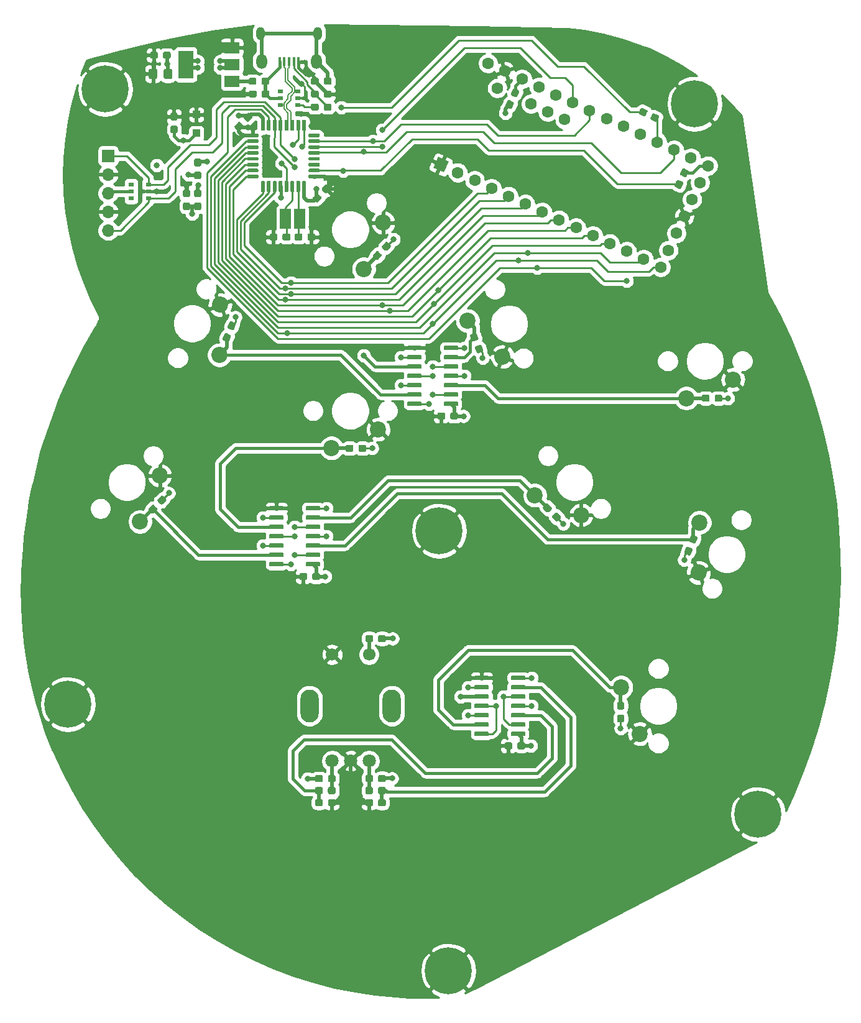
<source format=gbr>
G04 #@! TF.GenerationSoftware,KiCad,Pcbnew,(5.1.5)-3*
G04 #@! TF.CreationDate,2021-10-20T23:00:28+02:00*
G04 #@! TF.ProjectId,WFP_v2_0,5746505f-7632-45f3-902e-6b696361645f,v 0.2*
G04 #@! TF.SameCoordinates,Original*
G04 #@! TF.FileFunction,Copper,L4,Bot*
G04 #@! TF.FilePolarity,Positive*
%FSLAX46Y46*%
G04 Gerber Fmt 4.6, Leading zero omitted, Abs format (unit mm)*
G04 Created by KiCad (PCBNEW (5.1.5)-3) date 2021-10-20 23:00:28*
%MOMM*%
%LPD*%
G04 APERTURE LIST*
%ADD10C,2.200000*%
%ADD11R,0.800000X0.550000*%
%ADD12C,0.100000*%
%ADD13R,1.000000X1.000000*%
%ADD14C,0.800000*%
%ADD15C,6.400000*%
%ADD16R,1.700000X1.700000*%
%ADD17O,1.700000X1.700000*%
%ADD18R,0.450000X1.300000*%
%ADD19O,1.450000X2.000000*%
%ADD20O,1.150000X1.800000*%
%ADD21C,1.800000*%
%ADD22C,1.700000*%
%ADD23O,2.500000X4.500000*%
%ADD24C,1.600000*%
%ADD25R,2.000000X3.800000*%
%ADD26R,2.000000X1.500000*%
%ADD27R,1.500000X2.700000*%
%ADD28C,0.500000*%
%ADD29C,0.400000*%
%ADD30C,0.250000*%
%ADD31C,0.170000*%
%ADD32C,0.254000*%
G04 APERTURE END LIST*
D10*
X89422203Y-71285275D03*
X92061321Y-64975825D03*
X69843386Y-76161349D03*
X69760000Y-83000000D03*
X58950000Y-105720000D03*
X61644077Y-99433821D03*
X91389200Y-93141800D03*
X85039200Y-95681800D03*
D11*
X80448000Y-47056000D03*
X80448000Y-48956000D03*
X78048000Y-47056000D03*
X80448000Y-48006000D03*
X78048000Y-48956000D03*
X78048000Y-48006000D03*
D10*
X133350000Y-88900000D03*
X139700000Y-86360000D03*
G04 #@! TA.AperFunction,SMDPad,CuDef*
D12*
G36*
X82592779Y-66455144D02*
G01*
X82615834Y-66458563D01*
X82638443Y-66464227D01*
X82660387Y-66472079D01*
X82681457Y-66482044D01*
X82701448Y-66494026D01*
X82720168Y-66507910D01*
X82737438Y-66523562D01*
X82753090Y-66540832D01*
X82766974Y-66559552D01*
X82778956Y-66579543D01*
X82788921Y-66600613D01*
X82796773Y-66622557D01*
X82802437Y-66645166D01*
X82805856Y-66668221D01*
X82807000Y-66691500D01*
X82807000Y-67166500D01*
X82805856Y-67189779D01*
X82802437Y-67212834D01*
X82796773Y-67235443D01*
X82788921Y-67257387D01*
X82778956Y-67278457D01*
X82766974Y-67298448D01*
X82753090Y-67317168D01*
X82737438Y-67334438D01*
X82720168Y-67350090D01*
X82701448Y-67363974D01*
X82681457Y-67375956D01*
X82660387Y-67385921D01*
X82638443Y-67393773D01*
X82615834Y-67399437D01*
X82592779Y-67402856D01*
X82569500Y-67404000D01*
X81994500Y-67404000D01*
X81971221Y-67402856D01*
X81948166Y-67399437D01*
X81925557Y-67393773D01*
X81903613Y-67385921D01*
X81882543Y-67375956D01*
X81862552Y-67363974D01*
X81843832Y-67350090D01*
X81826562Y-67334438D01*
X81810910Y-67317168D01*
X81797026Y-67298448D01*
X81785044Y-67278457D01*
X81775079Y-67257387D01*
X81767227Y-67235443D01*
X81761563Y-67212834D01*
X81758144Y-67189779D01*
X81757000Y-67166500D01*
X81757000Y-66691500D01*
X81758144Y-66668221D01*
X81761563Y-66645166D01*
X81767227Y-66622557D01*
X81775079Y-66600613D01*
X81785044Y-66579543D01*
X81797026Y-66559552D01*
X81810910Y-66540832D01*
X81826562Y-66523562D01*
X81843832Y-66507910D01*
X81862552Y-66494026D01*
X81882543Y-66482044D01*
X81903613Y-66472079D01*
X81925557Y-66464227D01*
X81948166Y-66458563D01*
X81971221Y-66455144D01*
X81994500Y-66454000D01*
X82569500Y-66454000D01*
X82592779Y-66455144D01*
G37*
G04 #@! TD.AperFunction*
G04 #@! TA.AperFunction,SMDPad,CuDef*
G36*
X80842779Y-66455144D02*
G01*
X80865834Y-66458563D01*
X80888443Y-66464227D01*
X80910387Y-66472079D01*
X80931457Y-66482044D01*
X80951448Y-66494026D01*
X80970168Y-66507910D01*
X80987438Y-66523562D01*
X81003090Y-66540832D01*
X81016974Y-66559552D01*
X81028956Y-66579543D01*
X81038921Y-66600613D01*
X81046773Y-66622557D01*
X81052437Y-66645166D01*
X81055856Y-66668221D01*
X81057000Y-66691500D01*
X81057000Y-67166500D01*
X81055856Y-67189779D01*
X81052437Y-67212834D01*
X81046773Y-67235443D01*
X81038921Y-67257387D01*
X81028956Y-67278457D01*
X81016974Y-67298448D01*
X81003090Y-67317168D01*
X80987438Y-67334438D01*
X80970168Y-67350090D01*
X80951448Y-67363974D01*
X80931457Y-67375956D01*
X80910387Y-67385921D01*
X80888443Y-67393773D01*
X80865834Y-67399437D01*
X80842779Y-67402856D01*
X80819500Y-67404000D01*
X80244500Y-67404000D01*
X80221221Y-67402856D01*
X80198166Y-67399437D01*
X80175557Y-67393773D01*
X80153613Y-67385921D01*
X80132543Y-67375956D01*
X80112552Y-67363974D01*
X80093832Y-67350090D01*
X80076562Y-67334438D01*
X80060910Y-67317168D01*
X80047026Y-67298448D01*
X80035044Y-67278457D01*
X80025079Y-67257387D01*
X80017227Y-67235443D01*
X80011563Y-67212834D01*
X80008144Y-67189779D01*
X80007000Y-67166500D01*
X80007000Y-66691500D01*
X80008144Y-66668221D01*
X80011563Y-66645166D01*
X80017227Y-66622557D01*
X80025079Y-66600613D01*
X80035044Y-66579543D01*
X80047026Y-66559552D01*
X80060910Y-66540832D01*
X80076562Y-66523562D01*
X80093832Y-66507910D01*
X80112552Y-66494026D01*
X80132543Y-66482044D01*
X80153613Y-66472079D01*
X80175557Y-66464227D01*
X80198166Y-66458563D01*
X80221221Y-66455144D01*
X80244500Y-66454000D01*
X80819500Y-66454000D01*
X80842779Y-66455144D01*
G37*
G04 #@! TD.AperFunction*
G04 #@! TA.AperFunction,SMDPad,CuDef*
G36*
X79189179Y-66455144D02*
G01*
X79212234Y-66458563D01*
X79234843Y-66464227D01*
X79256787Y-66472079D01*
X79277857Y-66482044D01*
X79297848Y-66494026D01*
X79316568Y-66507910D01*
X79333838Y-66523562D01*
X79349490Y-66540832D01*
X79363374Y-66559552D01*
X79375356Y-66579543D01*
X79385321Y-66600613D01*
X79393173Y-66622557D01*
X79398837Y-66645166D01*
X79402256Y-66668221D01*
X79403400Y-66691500D01*
X79403400Y-67166500D01*
X79402256Y-67189779D01*
X79398837Y-67212834D01*
X79393173Y-67235443D01*
X79385321Y-67257387D01*
X79375356Y-67278457D01*
X79363374Y-67298448D01*
X79349490Y-67317168D01*
X79333838Y-67334438D01*
X79316568Y-67350090D01*
X79297848Y-67363974D01*
X79277857Y-67375956D01*
X79256787Y-67385921D01*
X79234843Y-67393773D01*
X79212234Y-67399437D01*
X79189179Y-67402856D01*
X79165900Y-67404000D01*
X78590900Y-67404000D01*
X78567621Y-67402856D01*
X78544566Y-67399437D01*
X78521957Y-67393773D01*
X78500013Y-67385921D01*
X78478943Y-67375956D01*
X78458952Y-67363974D01*
X78440232Y-67350090D01*
X78422962Y-67334438D01*
X78407310Y-67317168D01*
X78393426Y-67298448D01*
X78381444Y-67278457D01*
X78371479Y-67257387D01*
X78363627Y-67235443D01*
X78357963Y-67212834D01*
X78354544Y-67189779D01*
X78353400Y-67166500D01*
X78353400Y-66691500D01*
X78354544Y-66668221D01*
X78357963Y-66645166D01*
X78363627Y-66622557D01*
X78371479Y-66600613D01*
X78381444Y-66579543D01*
X78393426Y-66559552D01*
X78407310Y-66540832D01*
X78422962Y-66523562D01*
X78440232Y-66507910D01*
X78458952Y-66494026D01*
X78478943Y-66482044D01*
X78500013Y-66472079D01*
X78521957Y-66464227D01*
X78544566Y-66458563D01*
X78567621Y-66455144D01*
X78590900Y-66454000D01*
X79165900Y-66454000D01*
X79189179Y-66455144D01*
G37*
G04 #@! TD.AperFunction*
G04 #@! TA.AperFunction,SMDPad,CuDef*
G36*
X77439179Y-66455144D02*
G01*
X77462234Y-66458563D01*
X77484843Y-66464227D01*
X77506787Y-66472079D01*
X77527857Y-66482044D01*
X77547848Y-66494026D01*
X77566568Y-66507910D01*
X77583838Y-66523562D01*
X77599490Y-66540832D01*
X77613374Y-66559552D01*
X77625356Y-66579543D01*
X77635321Y-66600613D01*
X77643173Y-66622557D01*
X77648837Y-66645166D01*
X77652256Y-66668221D01*
X77653400Y-66691500D01*
X77653400Y-67166500D01*
X77652256Y-67189779D01*
X77648837Y-67212834D01*
X77643173Y-67235443D01*
X77635321Y-67257387D01*
X77625356Y-67278457D01*
X77613374Y-67298448D01*
X77599490Y-67317168D01*
X77583838Y-67334438D01*
X77566568Y-67350090D01*
X77547848Y-67363974D01*
X77527857Y-67375956D01*
X77506787Y-67385921D01*
X77484843Y-67393773D01*
X77462234Y-67399437D01*
X77439179Y-67402856D01*
X77415900Y-67404000D01*
X76840900Y-67404000D01*
X76817621Y-67402856D01*
X76794566Y-67399437D01*
X76771957Y-67393773D01*
X76750013Y-67385921D01*
X76728943Y-67375956D01*
X76708952Y-67363974D01*
X76690232Y-67350090D01*
X76672962Y-67334438D01*
X76657310Y-67317168D01*
X76643426Y-67298448D01*
X76631444Y-67278457D01*
X76621479Y-67257387D01*
X76613627Y-67235443D01*
X76607963Y-67212834D01*
X76604544Y-67189779D01*
X76603400Y-67166500D01*
X76603400Y-66691500D01*
X76604544Y-66668221D01*
X76607963Y-66645166D01*
X76613627Y-66622557D01*
X76621479Y-66600613D01*
X76631444Y-66579543D01*
X76643426Y-66559552D01*
X76657310Y-66540832D01*
X76672962Y-66523562D01*
X76690232Y-66507910D01*
X76708952Y-66494026D01*
X76728943Y-66482044D01*
X76750013Y-66472079D01*
X76771957Y-66464227D01*
X76794566Y-66458563D01*
X76817621Y-66455144D01*
X76840900Y-66454000D01*
X77415900Y-66454000D01*
X77439179Y-66455144D01*
G37*
G04 #@! TD.AperFunction*
G04 #@! TA.AperFunction,SMDPad,CuDef*
G36*
X72490316Y-51242931D02*
G01*
X72513371Y-51246350D01*
X72535980Y-51252014D01*
X72557924Y-51259866D01*
X72578994Y-51269831D01*
X72598985Y-51281813D01*
X72617705Y-51295697D01*
X72634975Y-51311349D01*
X72970851Y-51647225D01*
X72986503Y-51664495D01*
X73000387Y-51683215D01*
X73012369Y-51703206D01*
X73022334Y-51724276D01*
X73030186Y-51746220D01*
X73035850Y-51768829D01*
X73039269Y-51791884D01*
X73040413Y-51815163D01*
X73039269Y-51838442D01*
X73035850Y-51861497D01*
X73030186Y-51884106D01*
X73022334Y-51906050D01*
X73012369Y-51927120D01*
X73000387Y-51947111D01*
X72986503Y-51965831D01*
X72970851Y-51983101D01*
X72564265Y-52389687D01*
X72546995Y-52405339D01*
X72528275Y-52419223D01*
X72508284Y-52431205D01*
X72487214Y-52441170D01*
X72465270Y-52449022D01*
X72442661Y-52454686D01*
X72419606Y-52458105D01*
X72396327Y-52459249D01*
X72373048Y-52458105D01*
X72349993Y-52454686D01*
X72327384Y-52449022D01*
X72305440Y-52441170D01*
X72284370Y-52431205D01*
X72264379Y-52419223D01*
X72245659Y-52405339D01*
X72228389Y-52389687D01*
X71892513Y-52053811D01*
X71876861Y-52036541D01*
X71862977Y-52017821D01*
X71850995Y-51997830D01*
X71841030Y-51976760D01*
X71833178Y-51954816D01*
X71827514Y-51932207D01*
X71824095Y-51909152D01*
X71822951Y-51885873D01*
X71824095Y-51862594D01*
X71827514Y-51839539D01*
X71833178Y-51816930D01*
X71841030Y-51794986D01*
X71850995Y-51773916D01*
X71862977Y-51753925D01*
X71876861Y-51735205D01*
X71892513Y-51717935D01*
X72299099Y-51311349D01*
X72316369Y-51295697D01*
X72335089Y-51281813D01*
X72355080Y-51269831D01*
X72376150Y-51259866D01*
X72398094Y-51252014D01*
X72420703Y-51246350D01*
X72443758Y-51242931D01*
X72467037Y-51241787D01*
X72490316Y-51242931D01*
G37*
G04 #@! TD.AperFunction*
G04 #@! TA.AperFunction,SMDPad,CuDef*
G36*
X73727752Y-50005495D02*
G01*
X73750807Y-50008914D01*
X73773416Y-50014578D01*
X73795360Y-50022430D01*
X73816430Y-50032395D01*
X73836421Y-50044377D01*
X73855141Y-50058261D01*
X73872411Y-50073913D01*
X74208287Y-50409789D01*
X74223939Y-50427059D01*
X74237823Y-50445779D01*
X74249805Y-50465770D01*
X74259770Y-50486840D01*
X74267622Y-50508784D01*
X74273286Y-50531393D01*
X74276705Y-50554448D01*
X74277849Y-50577727D01*
X74276705Y-50601006D01*
X74273286Y-50624061D01*
X74267622Y-50646670D01*
X74259770Y-50668614D01*
X74249805Y-50689684D01*
X74237823Y-50709675D01*
X74223939Y-50728395D01*
X74208287Y-50745665D01*
X73801701Y-51152251D01*
X73784431Y-51167903D01*
X73765711Y-51181787D01*
X73745720Y-51193769D01*
X73724650Y-51203734D01*
X73702706Y-51211586D01*
X73680097Y-51217250D01*
X73657042Y-51220669D01*
X73633763Y-51221813D01*
X73610484Y-51220669D01*
X73587429Y-51217250D01*
X73564820Y-51211586D01*
X73542876Y-51203734D01*
X73521806Y-51193769D01*
X73501815Y-51181787D01*
X73483095Y-51167903D01*
X73465825Y-51152251D01*
X73129949Y-50816375D01*
X73114297Y-50799105D01*
X73100413Y-50780385D01*
X73088431Y-50760394D01*
X73078466Y-50739324D01*
X73070614Y-50717380D01*
X73064950Y-50694771D01*
X73061531Y-50671716D01*
X73060387Y-50648437D01*
X73061531Y-50625158D01*
X73064950Y-50602103D01*
X73070614Y-50579494D01*
X73078466Y-50557550D01*
X73088431Y-50536480D01*
X73100413Y-50516489D01*
X73114297Y-50497769D01*
X73129949Y-50480499D01*
X73536535Y-50073913D01*
X73553805Y-50058261D01*
X73572525Y-50044377D01*
X73592516Y-50032395D01*
X73613586Y-50022430D01*
X73635530Y-50014578D01*
X73658139Y-50008914D01*
X73681194Y-50005495D01*
X73704473Y-50004351D01*
X73727752Y-50005495D01*
G37*
G04 #@! TD.AperFunction*
G04 #@! TA.AperFunction,SMDPad,CuDef*
G36*
X83123798Y-61005649D02*
G01*
X83146853Y-61009068D01*
X83169462Y-61014732D01*
X83191406Y-61022584D01*
X83212476Y-61032549D01*
X83232467Y-61044531D01*
X83251187Y-61058415D01*
X83268457Y-61074067D01*
X83604333Y-61409943D01*
X83619985Y-61427213D01*
X83633869Y-61445933D01*
X83645851Y-61465924D01*
X83655816Y-61486994D01*
X83663668Y-61508938D01*
X83669332Y-61531547D01*
X83672751Y-61554602D01*
X83673895Y-61577881D01*
X83672751Y-61601160D01*
X83669332Y-61624215D01*
X83663668Y-61646824D01*
X83655816Y-61668768D01*
X83645851Y-61689838D01*
X83633869Y-61709829D01*
X83619985Y-61728549D01*
X83604333Y-61745819D01*
X83197747Y-62152405D01*
X83180477Y-62168057D01*
X83161757Y-62181941D01*
X83141766Y-62193923D01*
X83120696Y-62203888D01*
X83098752Y-62211740D01*
X83076143Y-62217404D01*
X83053088Y-62220823D01*
X83029809Y-62221967D01*
X83006530Y-62220823D01*
X82983475Y-62217404D01*
X82960866Y-62211740D01*
X82938922Y-62203888D01*
X82917852Y-62193923D01*
X82897861Y-62181941D01*
X82879141Y-62168057D01*
X82861871Y-62152405D01*
X82525995Y-61816529D01*
X82510343Y-61799259D01*
X82496459Y-61780539D01*
X82484477Y-61760548D01*
X82474512Y-61739478D01*
X82466660Y-61717534D01*
X82460996Y-61694925D01*
X82457577Y-61671870D01*
X82456433Y-61648591D01*
X82457577Y-61625312D01*
X82460996Y-61602257D01*
X82466660Y-61579648D01*
X82474512Y-61557704D01*
X82484477Y-61536634D01*
X82496459Y-61516643D01*
X82510343Y-61497923D01*
X82525995Y-61480653D01*
X82932581Y-61074067D01*
X82949851Y-61058415D01*
X82968571Y-61044531D01*
X82988562Y-61032549D01*
X83009632Y-61022584D01*
X83031576Y-61014732D01*
X83054185Y-61009068D01*
X83077240Y-61005649D01*
X83100519Y-61004505D01*
X83123798Y-61005649D01*
G37*
G04 #@! TD.AperFunction*
G04 #@! TA.AperFunction,SMDPad,CuDef*
G36*
X84361234Y-59768213D02*
G01*
X84384289Y-59771632D01*
X84406898Y-59777296D01*
X84428842Y-59785148D01*
X84449912Y-59795113D01*
X84469903Y-59807095D01*
X84488623Y-59820979D01*
X84505893Y-59836631D01*
X84841769Y-60172507D01*
X84857421Y-60189777D01*
X84871305Y-60208497D01*
X84883287Y-60228488D01*
X84893252Y-60249558D01*
X84901104Y-60271502D01*
X84906768Y-60294111D01*
X84910187Y-60317166D01*
X84911331Y-60340445D01*
X84910187Y-60363724D01*
X84906768Y-60386779D01*
X84901104Y-60409388D01*
X84893252Y-60431332D01*
X84883287Y-60452402D01*
X84871305Y-60472393D01*
X84857421Y-60491113D01*
X84841769Y-60508383D01*
X84435183Y-60914969D01*
X84417913Y-60930621D01*
X84399193Y-60944505D01*
X84379202Y-60956487D01*
X84358132Y-60966452D01*
X84336188Y-60974304D01*
X84313579Y-60979968D01*
X84290524Y-60983387D01*
X84267245Y-60984531D01*
X84243966Y-60983387D01*
X84220911Y-60979968D01*
X84198302Y-60974304D01*
X84176358Y-60966452D01*
X84155288Y-60956487D01*
X84135297Y-60944505D01*
X84116577Y-60930621D01*
X84099307Y-60914969D01*
X83763431Y-60579093D01*
X83747779Y-60561823D01*
X83733895Y-60543103D01*
X83721913Y-60523112D01*
X83711948Y-60502042D01*
X83704096Y-60480098D01*
X83698432Y-60457489D01*
X83695013Y-60434434D01*
X83693869Y-60411155D01*
X83695013Y-60387876D01*
X83698432Y-60364821D01*
X83704096Y-60342212D01*
X83711948Y-60320268D01*
X83721913Y-60299198D01*
X83733895Y-60279207D01*
X83747779Y-60260487D01*
X83763431Y-60243217D01*
X84170017Y-59836631D01*
X84187287Y-59820979D01*
X84206007Y-59807095D01*
X84225998Y-59795113D01*
X84247068Y-59785148D01*
X84269012Y-59777296D01*
X84291621Y-59771632D01*
X84314676Y-59768213D01*
X84337955Y-59767069D01*
X84361234Y-59768213D01*
G37*
G04 #@! TD.AperFunction*
G04 #@! TA.AperFunction,SMDPad,CuDef*
G36*
X63836979Y-49996744D02*
G01*
X63860034Y-50000163D01*
X63882643Y-50005827D01*
X63904587Y-50013679D01*
X63925657Y-50023644D01*
X63945648Y-50035626D01*
X63964368Y-50049510D01*
X63981638Y-50065162D01*
X63997290Y-50082432D01*
X64011174Y-50101152D01*
X64023156Y-50121143D01*
X64033121Y-50142213D01*
X64040973Y-50164157D01*
X64046637Y-50186766D01*
X64050056Y-50209821D01*
X64051200Y-50233100D01*
X64051200Y-50808100D01*
X64050056Y-50831379D01*
X64046637Y-50854434D01*
X64040973Y-50877043D01*
X64033121Y-50898987D01*
X64023156Y-50920057D01*
X64011174Y-50940048D01*
X63997290Y-50958768D01*
X63981638Y-50976038D01*
X63964368Y-50991690D01*
X63945648Y-51005574D01*
X63925657Y-51017556D01*
X63904587Y-51027521D01*
X63882643Y-51035373D01*
X63860034Y-51041037D01*
X63836979Y-51044456D01*
X63813700Y-51045600D01*
X63338700Y-51045600D01*
X63315421Y-51044456D01*
X63292366Y-51041037D01*
X63269757Y-51035373D01*
X63247813Y-51027521D01*
X63226743Y-51017556D01*
X63206752Y-51005574D01*
X63188032Y-50991690D01*
X63170762Y-50976038D01*
X63155110Y-50958768D01*
X63141226Y-50940048D01*
X63129244Y-50920057D01*
X63119279Y-50898987D01*
X63111427Y-50877043D01*
X63105763Y-50854434D01*
X63102344Y-50831379D01*
X63101200Y-50808100D01*
X63101200Y-50233100D01*
X63102344Y-50209821D01*
X63105763Y-50186766D01*
X63111427Y-50164157D01*
X63119279Y-50142213D01*
X63129244Y-50121143D01*
X63141226Y-50101152D01*
X63155110Y-50082432D01*
X63170762Y-50065162D01*
X63188032Y-50049510D01*
X63206752Y-50035626D01*
X63226743Y-50023644D01*
X63247813Y-50013679D01*
X63269757Y-50005827D01*
X63292366Y-50000163D01*
X63315421Y-49996744D01*
X63338700Y-49995600D01*
X63813700Y-49995600D01*
X63836979Y-49996744D01*
G37*
G04 #@! TD.AperFunction*
G04 #@! TA.AperFunction,SMDPad,CuDef*
G36*
X63836979Y-51746744D02*
G01*
X63860034Y-51750163D01*
X63882643Y-51755827D01*
X63904587Y-51763679D01*
X63925657Y-51773644D01*
X63945648Y-51785626D01*
X63964368Y-51799510D01*
X63981638Y-51815162D01*
X63997290Y-51832432D01*
X64011174Y-51851152D01*
X64023156Y-51871143D01*
X64033121Y-51892213D01*
X64040973Y-51914157D01*
X64046637Y-51936766D01*
X64050056Y-51959821D01*
X64051200Y-51983100D01*
X64051200Y-52558100D01*
X64050056Y-52581379D01*
X64046637Y-52604434D01*
X64040973Y-52627043D01*
X64033121Y-52648987D01*
X64023156Y-52670057D01*
X64011174Y-52690048D01*
X63997290Y-52708768D01*
X63981638Y-52726038D01*
X63964368Y-52741690D01*
X63945648Y-52755574D01*
X63925657Y-52767556D01*
X63904587Y-52777521D01*
X63882643Y-52785373D01*
X63860034Y-52791037D01*
X63836979Y-52794456D01*
X63813700Y-52795600D01*
X63338700Y-52795600D01*
X63315421Y-52794456D01*
X63292366Y-52791037D01*
X63269757Y-52785373D01*
X63247813Y-52777521D01*
X63226743Y-52767556D01*
X63206752Y-52755574D01*
X63188032Y-52741690D01*
X63170762Y-52726038D01*
X63155110Y-52708768D01*
X63141226Y-52690048D01*
X63129244Y-52670057D01*
X63119279Y-52648987D01*
X63111427Y-52627043D01*
X63105763Y-52604434D01*
X63102344Y-52581379D01*
X63101200Y-52558100D01*
X63101200Y-51983100D01*
X63102344Y-51959821D01*
X63105763Y-51936766D01*
X63111427Y-51914157D01*
X63119279Y-51892213D01*
X63129244Y-51871143D01*
X63141226Y-51851152D01*
X63155110Y-51832432D01*
X63170762Y-51815162D01*
X63188032Y-51799510D01*
X63206752Y-51785626D01*
X63226743Y-51773644D01*
X63247813Y-51763679D01*
X63269757Y-51755827D01*
X63292366Y-51750163D01*
X63315421Y-51746744D01*
X63338700Y-51745600D01*
X63813700Y-51745600D01*
X63836979Y-51746744D01*
G37*
G04 #@! TD.AperFunction*
G04 #@! TA.AperFunction,SMDPad,CuDef*
G36*
X74608379Y-46973344D02*
G01*
X74631434Y-46976763D01*
X74654043Y-46982427D01*
X74675987Y-46990279D01*
X74697057Y-47000244D01*
X74717048Y-47012226D01*
X74735768Y-47026110D01*
X74753038Y-47041762D01*
X74768690Y-47059032D01*
X74782574Y-47077752D01*
X74794556Y-47097743D01*
X74804521Y-47118813D01*
X74812373Y-47140757D01*
X74818037Y-47163366D01*
X74821456Y-47186421D01*
X74822600Y-47209700D01*
X74822600Y-47684700D01*
X74821456Y-47707979D01*
X74818037Y-47731034D01*
X74812373Y-47753643D01*
X74804521Y-47775587D01*
X74794556Y-47796657D01*
X74782574Y-47816648D01*
X74768690Y-47835368D01*
X74753038Y-47852638D01*
X74735768Y-47868290D01*
X74717048Y-47882174D01*
X74697057Y-47894156D01*
X74675987Y-47904121D01*
X74654043Y-47911973D01*
X74631434Y-47917637D01*
X74608379Y-47921056D01*
X74585100Y-47922200D01*
X74010100Y-47922200D01*
X73986821Y-47921056D01*
X73963766Y-47917637D01*
X73941157Y-47911973D01*
X73919213Y-47904121D01*
X73898143Y-47894156D01*
X73878152Y-47882174D01*
X73859432Y-47868290D01*
X73842162Y-47852638D01*
X73826510Y-47835368D01*
X73812626Y-47816648D01*
X73800644Y-47796657D01*
X73790679Y-47775587D01*
X73782827Y-47753643D01*
X73777163Y-47731034D01*
X73773744Y-47707979D01*
X73772600Y-47684700D01*
X73772600Y-47209700D01*
X73773744Y-47186421D01*
X73777163Y-47163366D01*
X73782827Y-47140757D01*
X73790679Y-47118813D01*
X73800644Y-47097743D01*
X73812626Y-47077752D01*
X73826510Y-47059032D01*
X73842162Y-47041762D01*
X73859432Y-47026110D01*
X73878152Y-47012226D01*
X73898143Y-47000244D01*
X73919213Y-46990279D01*
X73941157Y-46982427D01*
X73963766Y-46976763D01*
X73986821Y-46973344D01*
X74010100Y-46972200D01*
X74585100Y-46972200D01*
X74608379Y-46973344D01*
G37*
G04 #@! TD.AperFunction*
G04 #@! TA.AperFunction,SMDPad,CuDef*
G36*
X76358379Y-46973344D02*
G01*
X76381434Y-46976763D01*
X76404043Y-46982427D01*
X76425987Y-46990279D01*
X76447057Y-47000244D01*
X76467048Y-47012226D01*
X76485768Y-47026110D01*
X76503038Y-47041762D01*
X76518690Y-47059032D01*
X76532574Y-47077752D01*
X76544556Y-47097743D01*
X76554521Y-47118813D01*
X76562373Y-47140757D01*
X76568037Y-47163366D01*
X76571456Y-47186421D01*
X76572600Y-47209700D01*
X76572600Y-47684700D01*
X76571456Y-47707979D01*
X76568037Y-47731034D01*
X76562373Y-47753643D01*
X76554521Y-47775587D01*
X76544556Y-47796657D01*
X76532574Y-47816648D01*
X76518690Y-47835368D01*
X76503038Y-47852638D01*
X76485768Y-47868290D01*
X76467048Y-47882174D01*
X76447057Y-47894156D01*
X76425987Y-47904121D01*
X76404043Y-47911973D01*
X76381434Y-47917637D01*
X76358379Y-47921056D01*
X76335100Y-47922200D01*
X75760100Y-47922200D01*
X75736821Y-47921056D01*
X75713766Y-47917637D01*
X75691157Y-47911973D01*
X75669213Y-47904121D01*
X75648143Y-47894156D01*
X75628152Y-47882174D01*
X75609432Y-47868290D01*
X75592162Y-47852638D01*
X75576510Y-47835368D01*
X75562626Y-47816648D01*
X75550644Y-47796657D01*
X75540679Y-47775587D01*
X75532827Y-47753643D01*
X75527163Y-47731034D01*
X75523744Y-47707979D01*
X75522600Y-47684700D01*
X75522600Y-47209700D01*
X75523744Y-47186421D01*
X75527163Y-47163366D01*
X75532827Y-47140757D01*
X75540679Y-47118813D01*
X75550644Y-47097743D01*
X75562626Y-47077752D01*
X75576510Y-47059032D01*
X75592162Y-47041762D01*
X75609432Y-47026110D01*
X75628152Y-47012226D01*
X75648143Y-47000244D01*
X75669213Y-46990279D01*
X75691157Y-46982427D01*
X75713766Y-46976763D01*
X75736821Y-46973344D01*
X75760100Y-46972200D01*
X76335100Y-46972200D01*
X76358379Y-46973344D01*
G37*
G04 #@! TD.AperFunction*
G04 #@! TA.AperFunction,SMDPad,CuDef*
G36*
X61157779Y-41690144D02*
G01*
X61180834Y-41693563D01*
X61203443Y-41699227D01*
X61225387Y-41707079D01*
X61246457Y-41717044D01*
X61266448Y-41729026D01*
X61285168Y-41742910D01*
X61302438Y-41758562D01*
X61318090Y-41775832D01*
X61331974Y-41794552D01*
X61343956Y-41814543D01*
X61353921Y-41835613D01*
X61361773Y-41857557D01*
X61367437Y-41880166D01*
X61370856Y-41903221D01*
X61372000Y-41926500D01*
X61372000Y-42401500D01*
X61370856Y-42424779D01*
X61367437Y-42447834D01*
X61361773Y-42470443D01*
X61353921Y-42492387D01*
X61343956Y-42513457D01*
X61331974Y-42533448D01*
X61318090Y-42552168D01*
X61302438Y-42569438D01*
X61285168Y-42585090D01*
X61266448Y-42598974D01*
X61246457Y-42610956D01*
X61225387Y-42620921D01*
X61203443Y-42628773D01*
X61180834Y-42634437D01*
X61157779Y-42637856D01*
X61134500Y-42639000D01*
X60559500Y-42639000D01*
X60536221Y-42637856D01*
X60513166Y-42634437D01*
X60490557Y-42628773D01*
X60468613Y-42620921D01*
X60447543Y-42610956D01*
X60427552Y-42598974D01*
X60408832Y-42585090D01*
X60391562Y-42569438D01*
X60375910Y-42552168D01*
X60362026Y-42533448D01*
X60350044Y-42513457D01*
X60340079Y-42492387D01*
X60332227Y-42470443D01*
X60326563Y-42447834D01*
X60323144Y-42424779D01*
X60322000Y-42401500D01*
X60322000Y-41926500D01*
X60323144Y-41903221D01*
X60326563Y-41880166D01*
X60332227Y-41857557D01*
X60340079Y-41835613D01*
X60350044Y-41814543D01*
X60362026Y-41794552D01*
X60375910Y-41775832D01*
X60391562Y-41758562D01*
X60408832Y-41742910D01*
X60427552Y-41729026D01*
X60447543Y-41717044D01*
X60468613Y-41707079D01*
X60490557Y-41699227D01*
X60513166Y-41693563D01*
X60536221Y-41690144D01*
X60559500Y-41689000D01*
X61134500Y-41689000D01*
X61157779Y-41690144D01*
G37*
G04 #@! TD.AperFunction*
G04 #@! TA.AperFunction,SMDPad,CuDef*
G36*
X62907779Y-41690144D02*
G01*
X62930834Y-41693563D01*
X62953443Y-41699227D01*
X62975387Y-41707079D01*
X62996457Y-41717044D01*
X63016448Y-41729026D01*
X63035168Y-41742910D01*
X63052438Y-41758562D01*
X63068090Y-41775832D01*
X63081974Y-41794552D01*
X63093956Y-41814543D01*
X63103921Y-41835613D01*
X63111773Y-41857557D01*
X63117437Y-41880166D01*
X63120856Y-41903221D01*
X63122000Y-41926500D01*
X63122000Y-42401500D01*
X63120856Y-42424779D01*
X63117437Y-42447834D01*
X63111773Y-42470443D01*
X63103921Y-42492387D01*
X63093956Y-42513457D01*
X63081974Y-42533448D01*
X63068090Y-42552168D01*
X63052438Y-42569438D01*
X63035168Y-42585090D01*
X63016448Y-42598974D01*
X62996457Y-42610956D01*
X62975387Y-42620921D01*
X62953443Y-42628773D01*
X62930834Y-42634437D01*
X62907779Y-42637856D01*
X62884500Y-42639000D01*
X62309500Y-42639000D01*
X62286221Y-42637856D01*
X62263166Y-42634437D01*
X62240557Y-42628773D01*
X62218613Y-42620921D01*
X62197543Y-42610956D01*
X62177552Y-42598974D01*
X62158832Y-42585090D01*
X62141562Y-42569438D01*
X62125910Y-42552168D01*
X62112026Y-42533448D01*
X62100044Y-42513457D01*
X62090079Y-42492387D01*
X62082227Y-42470443D01*
X62076563Y-42447834D01*
X62073144Y-42424779D01*
X62072000Y-42401500D01*
X62072000Y-41926500D01*
X62073144Y-41903221D01*
X62076563Y-41880166D01*
X62082227Y-41857557D01*
X62090079Y-41835613D01*
X62100044Y-41814543D01*
X62112026Y-41794552D01*
X62125910Y-41775832D01*
X62141562Y-41758562D01*
X62158832Y-41742910D01*
X62177552Y-41729026D01*
X62197543Y-41717044D01*
X62218613Y-41707079D01*
X62240557Y-41699227D01*
X62263166Y-41693563D01*
X62286221Y-41690144D01*
X62309500Y-41689000D01*
X62884500Y-41689000D01*
X62907779Y-41690144D01*
G37*
G04 #@! TD.AperFunction*
G04 #@! TA.AperFunction,SMDPad,CuDef*
G36*
X63105505Y-44005204D02*
G01*
X63129773Y-44008804D01*
X63153572Y-44014765D01*
X63176671Y-44023030D01*
X63198850Y-44033520D01*
X63219893Y-44046132D01*
X63239599Y-44060747D01*
X63257777Y-44077223D01*
X63274253Y-44095401D01*
X63288868Y-44115107D01*
X63301480Y-44136150D01*
X63311970Y-44158329D01*
X63320235Y-44181428D01*
X63326196Y-44205227D01*
X63329796Y-44229495D01*
X63331000Y-44253999D01*
X63331000Y-45154001D01*
X63329796Y-45178505D01*
X63326196Y-45202773D01*
X63320235Y-45226572D01*
X63311970Y-45249671D01*
X63301480Y-45271850D01*
X63288868Y-45292893D01*
X63274253Y-45312599D01*
X63257777Y-45330777D01*
X63239599Y-45347253D01*
X63219893Y-45361868D01*
X63198850Y-45374480D01*
X63176671Y-45384970D01*
X63153572Y-45393235D01*
X63129773Y-45399196D01*
X63105505Y-45402796D01*
X63081001Y-45404000D01*
X62430999Y-45404000D01*
X62406495Y-45402796D01*
X62382227Y-45399196D01*
X62358428Y-45393235D01*
X62335329Y-45384970D01*
X62313150Y-45374480D01*
X62292107Y-45361868D01*
X62272401Y-45347253D01*
X62254223Y-45330777D01*
X62237747Y-45312599D01*
X62223132Y-45292893D01*
X62210520Y-45271850D01*
X62200030Y-45249671D01*
X62191765Y-45226572D01*
X62185804Y-45202773D01*
X62182204Y-45178505D01*
X62181000Y-45154001D01*
X62181000Y-44253999D01*
X62182204Y-44229495D01*
X62185804Y-44205227D01*
X62191765Y-44181428D01*
X62200030Y-44158329D01*
X62210520Y-44136150D01*
X62223132Y-44115107D01*
X62237747Y-44095401D01*
X62254223Y-44077223D01*
X62272401Y-44060747D01*
X62292107Y-44046132D01*
X62313150Y-44033520D01*
X62335329Y-44023030D01*
X62358428Y-44014765D01*
X62382227Y-44008804D01*
X62406495Y-44005204D01*
X62430999Y-44004000D01*
X63081001Y-44004000D01*
X63105505Y-44005204D01*
G37*
G04 #@! TD.AperFunction*
G04 #@! TA.AperFunction,SMDPad,CuDef*
G36*
X61055505Y-44005204D02*
G01*
X61079773Y-44008804D01*
X61103572Y-44014765D01*
X61126671Y-44023030D01*
X61148850Y-44033520D01*
X61169893Y-44046132D01*
X61189599Y-44060747D01*
X61207777Y-44077223D01*
X61224253Y-44095401D01*
X61238868Y-44115107D01*
X61251480Y-44136150D01*
X61261970Y-44158329D01*
X61270235Y-44181428D01*
X61276196Y-44205227D01*
X61279796Y-44229495D01*
X61281000Y-44253999D01*
X61281000Y-45154001D01*
X61279796Y-45178505D01*
X61276196Y-45202773D01*
X61270235Y-45226572D01*
X61261970Y-45249671D01*
X61251480Y-45271850D01*
X61238868Y-45292893D01*
X61224253Y-45312599D01*
X61207777Y-45330777D01*
X61189599Y-45347253D01*
X61169893Y-45361868D01*
X61148850Y-45374480D01*
X61126671Y-45384970D01*
X61103572Y-45393235D01*
X61079773Y-45399196D01*
X61055505Y-45402796D01*
X61031001Y-45404000D01*
X60380999Y-45404000D01*
X60356495Y-45402796D01*
X60332227Y-45399196D01*
X60308428Y-45393235D01*
X60285329Y-45384970D01*
X60263150Y-45374480D01*
X60242107Y-45361868D01*
X60222401Y-45347253D01*
X60204223Y-45330777D01*
X60187747Y-45312599D01*
X60173132Y-45292893D01*
X60160520Y-45271850D01*
X60150030Y-45249671D01*
X60141765Y-45226572D01*
X60135804Y-45202773D01*
X60132204Y-45178505D01*
X60131000Y-45154001D01*
X60131000Y-44253999D01*
X60132204Y-44229495D01*
X60135804Y-44205227D01*
X60141765Y-44181428D01*
X60150030Y-44158329D01*
X60160520Y-44136150D01*
X60173132Y-44115107D01*
X60187747Y-44095401D01*
X60204223Y-44077223D01*
X60222401Y-44060747D01*
X60242107Y-44046132D01*
X60263150Y-44033520D01*
X60285329Y-44023030D01*
X60308428Y-44014765D01*
X60332227Y-44008804D01*
X60356495Y-44005204D01*
X60380999Y-44004000D01*
X61031001Y-44004000D01*
X61055505Y-44005204D01*
G37*
G04 #@! TD.AperFunction*
G04 #@! TA.AperFunction,SMDPad,CuDef*
G36*
X92205379Y-143518744D02*
G01*
X92228434Y-143522163D01*
X92251043Y-143527827D01*
X92272987Y-143535679D01*
X92294057Y-143545644D01*
X92314048Y-143557626D01*
X92332768Y-143571510D01*
X92350038Y-143587162D01*
X92365690Y-143604432D01*
X92379574Y-143623152D01*
X92391556Y-143643143D01*
X92401521Y-143664213D01*
X92409373Y-143686157D01*
X92415037Y-143708766D01*
X92418456Y-143731821D01*
X92419600Y-143755100D01*
X92419600Y-144230100D01*
X92418456Y-144253379D01*
X92415037Y-144276434D01*
X92409373Y-144299043D01*
X92401521Y-144320987D01*
X92391556Y-144342057D01*
X92379574Y-144362048D01*
X92365690Y-144380768D01*
X92350038Y-144398038D01*
X92332768Y-144413690D01*
X92314048Y-144427574D01*
X92294057Y-144439556D01*
X92272987Y-144449521D01*
X92251043Y-144457373D01*
X92228434Y-144463037D01*
X92205379Y-144466456D01*
X92182100Y-144467600D01*
X91607100Y-144467600D01*
X91583821Y-144466456D01*
X91560766Y-144463037D01*
X91538157Y-144457373D01*
X91516213Y-144449521D01*
X91495143Y-144439556D01*
X91475152Y-144427574D01*
X91456432Y-144413690D01*
X91439162Y-144398038D01*
X91423510Y-144380768D01*
X91409626Y-144362048D01*
X91397644Y-144342057D01*
X91387679Y-144320987D01*
X91379827Y-144299043D01*
X91374163Y-144276434D01*
X91370744Y-144253379D01*
X91369600Y-144230100D01*
X91369600Y-143755100D01*
X91370744Y-143731821D01*
X91374163Y-143708766D01*
X91379827Y-143686157D01*
X91387679Y-143664213D01*
X91397644Y-143643143D01*
X91409626Y-143623152D01*
X91423510Y-143604432D01*
X91439162Y-143587162D01*
X91456432Y-143571510D01*
X91475152Y-143557626D01*
X91495143Y-143545644D01*
X91516213Y-143535679D01*
X91538157Y-143527827D01*
X91560766Y-143522163D01*
X91583821Y-143518744D01*
X91607100Y-143517600D01*
X92182100Y-143517600D01*
X92205379Y-143518744D01*
G37*
G04 #@! TD.AperFunction*
G04 #@! TA.AperFunction,SMDPad,CuDef*
G36*
X90455379Y-143518744D02*
G01*
X90478434Y-143522163D01*
X90501043Y-143527827D01*
X90522987Y-143535679D01*
X90544057Y-143545644D01*
X90564048Y-143557626D01*
X90582768Y-143571510D01*
X90600038Y-143587162D01*
X90615690Y-143604432D01*
X90629574Y-143623152D01*
X90641556Y-143643143D01*
X90651521Y-143664213D01*
X90659373Y-143686157D01*
X90665037Y-143708766D01*
X90668456Y-143731821D01*
X90669600Y-143755100D01*
X90669600Y-144230100D01*
X90668456Y-144253379D01*
X90665037Y-144276434D01*
X90659373Y-144299043D01*
X90651521Y-144320987D01*
X90641556Y-144342057D01*
X90629574Y-144362048D01*
X90615690Y-144380768D01*
X90600038Y-144398038D01*
X90582768Y-144413690D01*
X90564048Y-144427574D01*
X90544057Y-144439556D01*
X90522987Y-144449521D01*
X90501043Y-144457373D01*
X90478434Y-144463037D01*
X90455379Y-144466456D01*
X90432100Y-144467600D01*
X89857100Y-144467600D01*
X89833821Y-144466456D01*
X89810766Y-144463037D01*
X89788157Y-144457373D01*
X89766213Y-144449521D01*
X89745143Y-144439556D01*
X89725152Y-144427574D01*
X89706432Y-144413690D01*
X89689162Y-144398038D01*
X89673510Y-144380768D01*
X89659626Y-144362048D01*
X89647644Y-144342057D01*
X89637679Y-144320987D01*
X89629827Y-144299043D01*
X89624163Y-144276434D01*
X89620744Y-144253379D01*
X89619600Y-144230100D01*
X89619600Y-143755100D01*
X89620744Y-143731821D01*
X89624163Y-143708766D01*
X89629827Y-143686157D01*
X89637679Y-143664213D01*
X89647644Y-143643143D01*
X89659626Y-143623152D01*
X89673510Y-143604432D01*
X89689162Y-143587162D01*
X89706432Y-143571510D01*
X89725152Y-143557626D01*
X89745143Y-143545644D01*
X89766213Y-143535679D01*
X89788157Y-143527827D01*
X89810766Y-143522163D01*
X89833821Y-143518744D01*
X89857100Y-143517600D01*
X90432100Y-143517600D01*
X90455379Y-143518744D01*
G37*
G04 #@! TD.AperFunction*
G04 #@! TA.AperFunction,SMDPad,CuDef*
G36*
X85375379Y-143518744D02*
G01*
X85398434Y-143522163D01*
X85421043Y-143527827D01*
X85442987Y-143535679D01*
X85464057Y-143545644D01*
X85484048Y-143557626D01*
X85502768Y-143571510D01*
X85520038Y-143587162D01*
X85535690Y-143604432D01*
X85549574Y-143623152D01*
X85561556Y-143643143D01*
X85571521Y-143664213D01*
X85579373Y-143686157D01*
X85585037Y-143708766D01*
X85588456Y-143731821D01*
X85589600Y-143755100D01*
X85589600Y-144230100D01*
X85588456Y-144253379D01*
X85585037Y-144276434D01*
X85579373Y-144299043D01*
X85571521Y-144320987D01*
X85561556Y-144342057D01*
X85549574Y-144362048D01*
X85535690Y-144380768D01*
X85520038Y-144398038D01*
X85502768Y-144413690D01*
X85484048Y-144427574D01*
X85464057Y-144439556D01*
X85442987Y-144449521D01*
X85421043Y-144457373D01*
X85398434Y-144463037D01*
X85375379Y-144466456D01*
X85352100Y-144467600D01*
X84777100Y-144467600D01*
X84753821Y-144466456D01*
X84730766Y-144463037D01*
X84708157Y-144457373D01*
X84686213Y-144449521D01*
X84665143Y-144439556D01*
X84645152Y-144427574D01*
X84626432Y-144413690D01*
X84609162Y-144398038D01*
X84593510Y-144380768D01*
X84579626Y-144362048D01*
X84567644Y-144342057D01*
X84557679Y-144320987D01*
X84549827Y-144299043D01*
X84544163Y-144276434D01*
X84540744Y-144253379D01*
X84539600Y-144230100D01*
X84539600Y-143755100D01*
X84540744Y-143731821D01*
X84544163Y-143708766D01*
X84549827Y-143686157D01*
X84557679Y-143664213D01*
X84567644Y-143643143D01*
X84579626Y-143623152D01*
X84593510Y-143604432D01*
X84609162Y-143587162D01*
X84626432Y-143571510D01*
X84645152Y-143557626D01*
X84665143Y-143545644D01*
X84686213Y-143535679D01*
X84708157Y-143527827D01*
X84730766Y-143522163D01*
X84753821Y-143518744D01*
X84777100Y-143517600D01*
X85352100Y-143517600D01*
X85375379Y-143518744D01*
G37*
G04 #@! TD.AperFunction*
G04 #@! TA.AperFunction,SMDPad,CuDef*
G36*
X83625379Y-143518744D02*
G01*
X83648434Y-143522163D01*
X83671043Y-143527827D01*
X83692987Y-143535679D01*
X83714057Y-143545644D01*
X83734048Y-143557626D01*
X83752768Y-143571510D01*
X83770038Y-143587162D01*
X83785690Y-143604432D01*
X83799574Y-143623152D01*
X83811556Y-143643143D01*
X83821521Y-143664213D01*
X83829373Y-143686157D01*
X83835037Y-143708766D01*
X83838456Y-143731821D01*
X83839600Y-143755100D01*
X83839600Y-144230100D01*
X83838456Y-144253379D01*
X83835037Y-144276434D01*
X83829373Y-144299043D01*
X83821521Y-144320987D01*
X83811556Y-144342057D01*
X83799574Y-144362048D01*
X83785690Y-144380768D01*
X83770038Y-144398038D01*
X83752768Y-144413690D01*
X83734048Y-144427574D01*
X83714057Y-144439556D01*
X83692987Y-144449521D01*
X83671043Y-144457373D01*
X83648434Y-144463037D01*
X83625379Y-144466456D01*
X83602100Y-144467600D01*
X83027100Y-144467600D01*
X83003821Y-144466456D01*
X82980766Y-144463037D01*
X82958157Y-144457373D01*
X82936213Y-144449521D01*
X82915143Y-144439556D01*
X82895152Y-144427574D01*
X82876432Y-144413690D01*
X82859162Y-144398038D01*
X82843510Y-144380768D01*
X82829626Y-144362048D01*
X82817644Y-144342057D01*
X82807679Y-144320987D01*
X82799827Y-144299043D01*
X82794163Y-144276434D01*
X82790744Y-144253379D01*
X82789600Y-144230100D01*
X82789600Y-143755100D01*
X82790744Y-143731821D01*
X82794163Y-143708766D01*
X82799827Y-143686157D01*
X82807679Y-143664213D01*
X82817644Y-143643143D01*
X82829626Y-143623152D01*
X82843510Y-143604432D01*
X82859162Y-143587162D01*
X82876432Y-143571510D01*
X82895152Y-143557626D01*
X82915143Y-143545644D01*
X82936213Y-143535679D01*
X82958157Y-143527827D01*
X82980766Y-143522163D01*
X83003821Y-143518744D01*
X83027100Y-143517600D01*
X83602100Y-143517600D01*
X83625379Y-143518744D01*
G37*
G04 #@! TD.AperFunction*
G04 #@! TA.AperFunction,SMDPad,CuDef*
G36*
X81491779Y-112708544D02*
G01*
X81514834Y-112711963D01*
X81537443Y-112717627D01*
X81559387Y-112725479D01*
X81580457Y-112735444D01*
X81600448Y-112747426D01*
X81619168Y-112761310D01*
X81636438Y-112776962D01*
X81652090Y-112794232D01*
X81665974Y-112812952D01*
X81677956Y-112832943D01*
X81687921Y-112854013D01*
X81695773Y-112875957D01*
X81701437Y-112898566D01*
X81704856Y-112921621D01*
X81706000Y-112944900D01*
X81706000Y-113419900D01*
X81704856Y-113443179D01*
X81701437Y-113466234D01*
X81695773Y-113488843D01*
X81687921Y-113510787D01*
X81677956Y-113531857D01*
X81665974Y-113551848D01*
X81652090Y-113570568D01*
X81636438Y-113587838D01*
X81619168Y-113603490D01*
X81600448Y-113617374D01*
X81580457Y-113629356D01*
X81559387Y-113639321D01*
X81537443Y-113647173D01*
X81514834Y-113652837D01*
X81491779Y-113656256D01*
X81468500Y-113657400D01*
X80893500Y-113657400D01*
X80870221Y-113656256D01*
X80847166Y-113652837D01*
X80824557Y-113647173D01*
X80802613Y-113639321D01*
X80781543Y-113629356D01*
X80761552Y-113617374D01*
X80742832Y-113603490D01*
X80725562Y-113587838D01*
X80709910Y-113570568D01*
X80696026Y-113551848D01*
X80684044Y-113531857D01*
X80674079Y-113510787D01*
X80666227Y-113488843D01*
X80660563Y-113466234D01*
X80657144Y-113443179D01*
X80656000Y-113419900D01*
X80656000Y-112944900D01*
X80657144Y-112921621D01*
X80660563Y-112898566D01*
X80666227Y-112875957D01*
X80674079Y-112854013D01*
X80684044Y-112832943D01*
X80696026Y-112812952D01*
X80709910Y-112794232D01*
X80725562Y-112776962D01*
X80742832Y-112761310D01*
X80761552Y-112747426D01*
X80781543Y-112735444D01*
X80802613Y-112725479D01*
X80824557Y-112717627D01*
X80847166Y-112711963D01*
X80870221Y-112708544D01*
X80893500Y-112707400D01*
X81468500Y-112707400D01*
X81491779Y-112708544D01*
G37*
G04 #@! TD.AperFunction*
G04 #@! TA.AperFunction,SMDPad,CuDef*
G36*
X83241779Y-112708544D02*
G01*
X83264834Y-112711963D01*
X83287443Y-112717627D01*
X83309387Y-112725479D01*
X83330457Y-112735444D01*
X83350448Y-112747426D01*
X83369168Y-112761310D01*
X83386438Y-112776962D01*
X83402090Y-112794232D01*
X83415974Y-112812952D01*
X83427956Y-112832943D01*
X83437921Y-112854013D01*
X83445773Y-112875957D01*
X83451437Y-112898566D01*
X83454856Y-112921621D01*
X83456000Y-112944900D01*
X83456000Y-113419900D01*
X83454856Y-113443179D01*
X83451437Y-113466234D01*
X83445773Y-113488843D01*
X83437921Y-113510787D01*
X83427956Y-113531857D01*
X83415974Y-113551848D01*
X83402090Y-113570568D01*
X83386438Y-113587838D01*
X83369168Y-113603490D01*
X83350448Y-113617374D01*
X83330457Y-113629356D01*
X83309387Y-113639321D01*
X83287443Y-113647173D01*
X83264834Y-113652837D01*
X83241779Y-113656256D01*
X83218500Y-113657400D01*
X82643500Y-113657400D01*
X82620221Y-113656256D01*
X82597166Y-113652837D01*
X82574557Y-113647173D01*
X82552613Y-113639321D01*
X82531543Y-113629356D01*
X82511552Y-113617374D01*
X82492832Y-113603490D01*
X82475562Y-113587838D01*
X82459910Y-113570568D01*
X82446026Y-113551848D01*
X82434044Y-113531857D01*
X82424079Y-113510787D01*
X82416227Y-113488843D01*
X82410563Y-113466234D01*
X82407144Y-113443179D01*
X82406000Y-113419900D01*
X82406000Y-112944900D01*
X82407144Y-112921621D01*
X82410563Y-112898566D01*
X82416227Y-112875957D01*
X82424079Y-112854013D01*
X82434044Y-112832943D01*
X82446026Y-112812952D01*
X82459910Y-112794232D01*
X82475562Y-112776962D01*
X82492832Y-112761310D01*
X82511552Y-112747426D01*
X82531543Y-112735444D01*
X82552613Y-112725479D01*
X82574557Y-112717627D01*
X82597166Y-112711963D01*
X82620221Y-112708544D01*
X82643500Y-112707400D01*
X83218500Y-112707400D01*
X83241779Y-112708544D01*
G37*
G04 #@! TD.AperFunction*
G04 #@! TA.AperFunction,SMDPad,CuDef*
G36*
X102037779Y-90839144D02*
G01*
X102060834Y-90842563D01*
X102083443Y-90848227D01*
X102105387Y-90856079D01*
X102126457Y-90866044D01*
X102146448Y-90878026D01*
X102165168Y-90891910D01*
X102182438Y-90907562D01*
X102198090Y-90924832D01*
X102211974Y-90943552D01*
X102223956Y-90963543D01*
X102233921Y-90984613D01*
X102241773Y-91006557D01*
X102247437Y-91029166D01*
X102250856Y-91052221D01*
X102252000Y-91075500D01*
X102252000Y-91550500D01*
X102250856Y-91573779D01*
X102247437Y-91596834D01*
X102241773Y-91619443D01*
X102233921Y-91641387D01*
X102223956Y-91662457D01*
X102211974Y-91682448D01*
X102198090Y-91701168D01*
X102182438Y-91718438D01*
X102165168Y-91734090D01*
X102146448Y-91747974D01*
X102126457Y-91759956D01*
X102105387Y-91769921D01*
X102083443Y-91777773D01*
X102060834Y-91783437D01*
X102037779Y-91786856D01*
X102014500Y-91788000D01*
X101439500Y-91788000D01*
X101416221Y-91786856D01*
X101393166Y-91783437D01*
X101370557Y-91777773D01*
X101348613Y-91769921D01*
X101327543Y-91759956D01*
X101307552Y-91747974D01*
X101288832Y-91734090D01*
X101271562Y-91718438D01*
X101255910Y-91701168D01*
X101242026Y-91682448D01*
X101230044Y-91662457D01*
X101220079Y-91641387D01*
X101212227Y-91619443D01*
X101206563Y-91596834D01*
X101203144Y-91573779D01*
X101202000Y-91550500D01*
X101202000Y-91075500D01*
X101203144Y-91052221D01*
X101206563Y-91029166D01*
X101212227Y-91006557D01*
X101220079Y-90984613D01*
X101230044Y-90963543D01*
X101242026Y-90943552D01*
X101255910Y-90924832D01*
X101271562Y-90907562D01*
X101288832Y-90891910D01*
X101307552Y-90878026D01*
X101327543Y-90866044D01*
X101348613Y-90856079D01*
X101370557Y-90848227D01*
X101393166Y-90842563D01*
X101416221Y-90839144D01*
X101439500Y-90838000D01*
X102014500Y-90838000D01*
X102037779Y-90839144D01*
G37*
G04 #@! TD.AperFunction*
G04 #@! TA.AperFunction,SMDPad,CuDef*
G36*
X100287779Y-90839144D02*
G01*
X100310834Y-90842563D01*
X100333443Y-90848227D01*
X100355387Y-90856079D01*
X100376457Y-90866044D01*
X100396448Y-90878026D01*
X100415168Y-90891910D01*
X100432438Y-90907562D01*
X100448090Y-90924832D01*
X100461974Y-90943552D01*
X100473956Y-90963543D01*
X100483921Y-90984613D01*
X100491773Y-91006557D01*
X100497437Y-91029166D01*
X100500856Y-91052221D01*
X100502000Y-91075500D01*
X100502000Y-91550500D01*
X100500856Y-91573779D01*
X100497437Y-91596834D01*
X100491773Y-91619443D01*
X100483921Y-91641387D01*
X100473956Y-91662457D01*
X100461974Y-91682448D01*
X100448090Y-91701168D01*
X100432438Y-91718438D01*
X100415168Y-91734090D01*
X100396448Y-91747974D01*
X100376457Y-91759956D01*
X100355387Y-91769921D01*
X100333443Y-91777773D01*
X100310834Y-91783437D01*
X100287779Y-91786856D01*
X100264500Y-91788000D01*
X99689500Y-91788000D01*
X99666221Y-91786856D01*
X99643166Y-91783437D01*
X99620557Y-91777773D01*
X99598613Y-91769921D01*
X99577543Y-91759956D01*
X99557552Y-91747974D01*
X99538832Y-91734090D01*
X99521562Y-91718438D01*
X99505910Y-91701168D01*
X99492026Y-91682448D01*
X99480044Y-91662457D01*
X99470079Y-91641387D01*
X99462227Y-91619443D01*
X99456563Y-91596834D01*
X99453144Y-91573779D01*
X99452000Y-91550500D01*
X99452000Y-91075500D01*
X99453144Y-91052221D01*
X99456563Y-91029166D01*
X99462227Y-91006557D01*
X99470079Y-90984613D01*
X99480044Y-90963543D01*
X99492026Y-90943552D01*
X99505910Y-90924832D01*
X99521562Y-90907562D01*
X99538832Y-90891910D01*
X99557552Y-90878026D01*
X99577543Y-90866044D01*
X99598613Y-90856079D01*
X99620557Y-90848227D01*
X99643166Y-90842563D01*
X99666221Y-90839144D01*
X99689500Y-90838000D01*
X100264500Y-90838000D01*
X100287779Y-90839144D01*
G37*
G04 #@! TD.AperFunction*
G04 #@! TA.AperFunction,SMDPad,CuDef*
G36*
X111181779Y-135771744D02*
G01*
X111204834Y-135775163D01*
X111227443Y-135780827D01*
X111249387Y-135788679D01*
X111270457Y-135798644D01*
X111290448Y-135810626D01*
X111309168Y-135824510D01*
X111326438Y-135840162D01*
X111342090Y-135857432D01*
X111355974Y-135876152D01*
X111367956Y-135896143D01*
X111377921Y-135917213D01*
X111385773Y-135939157D01*
X111391437Y-135961766D01*
X111394856Y-135984821D01*
X111396000Y-136008100D01*
X111396000Y-136483100D01*
X111394856Y-136506379D01*
X111391437Y-136529434D01*
X111385773Y-136552043D01*
X111377921Y-136573987D01*
X111367956Y-136595057D01*
X111355974Y-136615048D01*
X111342090Y-136633768D01*
X111326438Y-136651038D01*
X111309168Y-136666690D01*
X111290448Y-136680574D01*
X111270457Y-136692556D01*
X111249387Y-136702521D01*
X111227443Y-136710373D01*
X111204834Y-136716037D01*
X111181779Y-136719456D01*
X111158500Y-136720600D01*
X110583500Y-136720600D01*
X110560221Y-136719456D01*
X110537166Y-136716037D01*
X110514557Y-136710373D01*
X110492613Y-136702521D01*
X110471543Y-136692556D01*
X110451552Y-136680574D01*
X110432832Y-136666690D01*
X110415562Y-136651038D01*
X110399910Y-136633768D01*
X110386026Y-136615048D01*
X110374044Y-136595057D01*
X110364079Y-136573987D01*
X110356227Y-136552043D01*
X110350563Y-136529434D01*
X110347144Y-136506379D01*
X110346000Y-136483100D01*
X110346000Y-136008100D01*
X110347144Y-135984821D01*
X110350563Y-135961766D01*
X110356227Y-135939157D01*
X110364079Y-135917213D01*
X110374044Y-135896143D01*
X110386026Y-135876152D01*
X110399910Y-135857432D01*
X110415562Y-135840162D01*
X110432832Y-135824510D01*
X110451552Y-135810626D01*
X110471543Y-135798644D01*
X110492613Y-135788679D01*
X110514557Y-135780827D01*
X110537166Y-135775163D01*
X110560221Y-135771744D01*
X110583500Y-135770600D01*
X111158500Y-135770600D01*
X111181779Y-135771744D01*
G37*
G04 #@! TD.AperFunction*
G04 #@! TA.AperFunction,SMDPad,CuDef*
G36*
X109431779Y-135771744D02*
G01*
X109454834Y-135775163D01*
X109477443Y-135780827D01*
X109499387Y-135788679D01*
X109520457Y-135798644D01*
X109540448Y-135810626D01*
X109559168Y-135824510D01*
X109576438Y-135840162D01*
X109592090Y-135857432D01*
X109605974Y-135876152D01*
X109617956Y-135896143D01*
X109627921Y-135917213D01*
X109635773Y-135939157D01*
X109641437Y-135961766D01*
X109644856Y-135984821D01*
X109646000Y-136008100D01*
X109646000Y-136483100D01*
X109644856Y-136506379D01*
X109641437Y-136529434D01*
X109635773Y-136552043D01*
X109627921Y-136573987D01*
X109617956Y-136595057D01*
X109605974Y-136615048D01*
X109592090Y-136633768D01*
X109576438Y-136651038D01*
X109559168Y-136666690D01*
X109540448Y-136680574D01*
X109520457Y-136692556D01*
X109499387Y-136702521D01*
X109477443Y-136710373D01*
X109454834Y-136716037D01*
X109431779Y-136719456D01*
X109408500Y-136720600D01*
X108833500Y-136720600D01*
X108810221Y-136719456D01*
X108787166Y-136716037D01*
X108764557Y-136710373D01*
X108742613Y-136702521D01*
X108721543Y-136692556D01*
X108701552Y-136680574D01*
X108682832Y-136666690D01*
X108665562Y-136651038D01*
X108649910Y-136633768D01*
X108636026Y-136615048D01*
X108624044Y-136595057D01*
X108614079Y-136573987D01*
X108606227Y-136552043D01*
X108600563Y-136529434D01*
X108597144Y-136506379D01*
X108596000Y-136483100D01*
X108596000Y-136008100D01*
X108597144Y-135984821D01*
X108600563Y-135961766D01*
X108606227Y-135939157D01*
X108614079Y-135917213D01*
X108624044Y-135896143D01*
X108636026Y-135876152D01*
X108649910Y-135857432D01*
X108665562Y-135840162D01*
X108682832Y-135824510D01*
X108701552Y-135810626D01*
X108721543Y-135798644D01*
X108742613Y-135788679D01*
X108764557Y-135780827D01*
X108787166Y-135775163D01*
X108810221Y-135771744D01*
X108833500Y-135770600D01*
X109408500Y-135770600D01*
X109431779Y-135771744D01*
G37*
G04 #@! TD.AperFunction*
D13*
X66624200Y-52766600D03*
X66624200Y-50266600D03*
G04 #@! TA.AperFunction,SMDPad,CuDef*
D12*
G36*
X76332979Y-45246144D02*
G01*
X76356034Y-45249563D01*
X76378643Y-45255227D01*
X76400587Y-45263079D01*
X76421657Y-45273044D01*
X76441648Y-45285026D01*
X76460368Y-45298910D01*
X76477638Y-45314562D01*
X76493290Y-45331832D01*
X76507174Y-45350552D01*
X76519156Y-45370543D01*
X76529121Y-45391613D01*
X76536973Y-45413557D01*
X76542637Y-45436166D01*
X76546056Y-45459221D01*
X76547200Y-45482500D01*
X76547200Y-45957500D01*
X76546056Y-45980779D01*
X76542637Y-46003834D01*
X76536973Y-46026443D01*
X76529121Y-46048387D01*
X76519156Y-46069457D01*
X76507174Y-46089448D01*
X76493290Y-46108168D01*
X76477638Y-46125438D01*
X76460368Y-46141090D01*
X76441648Y-46154974D01*
X76421657Y-46166956D01*
X76400587Y-46176921D01*
X76378643Y-46184773D01*
X76356034Y-46190437D01*
X76332979Y-46193856D01*
X76309700Y-46195000D01*
X75734700Y-46195000D01*
X75711421Y-46193856D01*
X75688366Y-46190437D01*
X75665757Y-46184773D01*
X75643813Y-46176921D01*
X75622743Y-46166956D01*
X75602752Y-46154974D01*
X75584032Y-46141090D01*
X75566762Y-46125438D01*
X75551110Y-46108168D01*
X75537226Y-46089448D01*
X75525244Y-46069457D01*
X75515279Y-46048387D01*
X75507427Y-46026443D01*
X75501763Y-46003834D01*
X75498344Y-45980779D01*
X75497200Y-45957500D01*
X75497200Y-45482500D01*
X75498344Y-45459221D01*
X75501763Y-45436166D01*
X75507427Y-45413557D01*
X75515279Y-45391613D01*
X75525244Y-45370543D01*
X75537226Y-45350552D01*
X75551110Y-45331832D01*
X75566762Y-45314562D01*
X75584032Y-45298910D01*
X75602752Y-45285026D01*
X75622743Y-45273044D01*
X75643813Y-45263079D01*
X75665757Y-45255227D01*
X75688366Y-45249563D01*
X75711421Y-45246144D01*
X75734700Y-45245000D01*
X76309700Y-45245000D01*
X76332979Y-45246144D01*
G37*
G04 #@! TD.AperFunction*
G04 #@! TA.AperFunction,SMDPad,CuDef*
G36*
X74582979Y-45246144D02*
G01*
X74606034Y-45249563D01*
X74628643Y-45255227D01*
X74650587Y-45263079D01*
X74671657Y-45273044D01*
X74691648Y-45285026D01*
X74710368Y-45298910D01*
X74727638Y-45314562D01*
X74743290Y-45331832D01*
X74757174Y-45350552D01*
X74769156Y-45370543D01*
X74779121Y-45391613D01*
X74786973Y-45413557D01*
X74792637Y-45436166D01*
X74796056Y-45459221D01*
X74797200Y-45482500D01*
X74797200Y-45957500D01*
X74796056Y-45980779D01*
X74792637Y-46003834D01*
X74786973Y-46026443D01*
X74779121Y-46048387D01*
X74769156Y-46069457D01*
X74757174Y-46089448D01*
X74743290Y-46108168D01*
X74727638Y-46125438D01*
X74710368Y-46141090D01*
X74691648Y-46154974D01*
X74671657Y-46166956D01*
X74650587Y-46176921D01*
X74628643Y-46184773D01*
X74606034Y-46190437D01*
X74582979Y-46193856D01*
X74559700Y-46195000D01*
X73984700Y-46195000D01*
X73961421Y-46193856D01*
X73938366Y-46190437D01*
X73915757Y-46184773D01*
X73893813Y-46176921D01*
X73872743Y-46166956D01*
X73852752Y-46154974D01*
X73834032Y-46141090D01*
X73816762Y-46125438D01*
X73801110Y-46108168D01*
X73787226Y-46089448D01*
X73775244Y-46069457D01*
X73765279Y-46048387D01*
X73757427Y-46026443D01*
X73751763Y-46003834D01*
X73748344Y-45980779D01*
X73747200Y-45957500D01*
X73747200Y-45482500D01*
X73748344Y-45459221D01*
X73751763Y-45436166D01*
X73757427Y-45413557D01*
X73765279Y-45391613D01*
X73775244Y-45370543D01*
X73787226Y-45350552D01*
X73801110Y-45331832D01*
X73816762Y-45314562D01*
X73834032Y-45298910D01*
X73852752Y-45285026D01*
X73872743Y-45273044D01*
X73893813Y-45263079D01*
X73915757Y-45255227D01*
X73938366Y-45249563D01*
X73961421Y-45246144D01*
X73984700Y-45245000D01*
X74559700Y-45245000D01*
X74582979Y-45246144D01*
G37*
G04 #@! TD.AperFunction*
G04 #@! TA.AperFunction,SMDPad,CuDef*
G36*
X83066579Y-45246144D02*
G01*
X83089634Y-45249563D01*
X83112243Y-45255227D01*
X83134187Y-45263079D01*
X83155257Y-45273044D01*
X83175248Y-45285026D01*
X83193968Y-45298910D01*
X83211238Y-45314562D01*
X83226890Y-45331832D01*
X83240774Y-45350552D01*
X83252756Y-45370543D01*
X83262721Y-45391613D01*
X83270573Y-45413557D01*
X83276237Y-45436166D01*
X83279656Y-45459221D01*
X83280800Y-45482500D01*
X83280800Y-45957500D01*
X83279656Y-45980779D01*
X83276237Y-46003834D01*
X83270573Y-46026443D01*
X83262721Y-46048387D01*
X83252756Y-46069457D01*
X83240774Y-46089448D01*
X83226890Y-46108168D01*
X83211238Y-46125438D01*
X83193968Y-46141090D01*
X83175248Y-46154974D01*
X83155257Y-46166956D01*
X83134187Y-46176921D01*
X83112243Y-46184773D01*
X83089634Y-46190437D01*
X83066579Y-46193856D01*
X83043300Y-46195000D01*
X82468300Y-46195000D01*
X82445021Y-46193856D01*
X82421966Y-46190437D01*
X82399357Y-46184773D01*
X82377413Y-46176921D01*
X82356343Y-46166956D01*
X82336352Y-46154974D01*
X82317632Y-46141090D01*
X82300362Y-46125438D01*
X82284710Y-46108168D01*
X82270826Y-46089448D01*
X82258844Y-46069457D01*
X82248879Y-46048387D01*
X82241027Y-46026443D01*
X82235363Y-46003834D01*
X82231944Y-45980779D01*
X82230800Y-45957500D01*
X82230800Y-45482500D01*
X82231944Y-45459221D01*
X82235363Y-45436166D01*
X82241027Y-45413557D01*
X82248879Y-45391613D01*
X82258844Y-45370543D01*
X82270826Y-45350552D01*
X82284710Y-45331832D01*
X82300362Y-45314562D01*
X82317632Y-45298910D01*
X82336352Y-45285026D01*
X82356343Y-45273044D01*
X82377413Y-45263079D01*
X82399357Y-45255227D01*
X82421966Y-45249563D01*
X82445021Y-45246144D01*
X82468300Y-45245000D01*
X83043300Y-45245000D01*
X83066579Y-45246144D01*
G37*
G04 #@! TD.AperFunction*
G04 #@! TA.AperFunction,SMDPad,CuDef*
G36*
X84816579Y-45246144D02*
G01*
X84839634Y-45249563D01*
X84862243Y-45255227D01*
X84884187Y-45263079D01*
X84905257Y-45273044D01*
X84925248Y-45285026D01*
X84943968Y-45298910D01*
X84961238Y-45314562D01*
X84976890Y-45331832D01*
X84990774Y-45350552D01*
X85002756Y-45370543D01*
X85012721Y-45391613D01*
X85020573Y-45413557D01*
X85026237Y-45436166D01*
X85029656Y-45459221D01*
X85030800Y-45482500D01*
X85030800Y-45957500D01*
X85029656Y-45980779D01*
X85026237Y-46003834D01*
X85020573Y-46026443D01*
X85012721Y-46048387D01*
X85002756Y-46069457D01*
X84990774Y-46089448D01*
X84976890Y-46108168D01*
X84961238Y-46125438D01*
X84943968Y-46141090D01*
X84925248Y-46154974D01*
X84905257Y-46166956D01*
X84884187Y-46176921D01*
X84862243Y-46184773D01*
X84839634Y-46190437D01*
X84816579Y-46193856D01*
X84793300Y-46195000D01*
X84218300Y-46195000D01*
X84195021Y-46193856D01*
X84171966Y-46190437D01*
X84149357Y-46184773D01*
X84127413Y-46176921D01*
X84106343Y-46166956D01*
X84086352Y-46154974D01*
X84067632Y-46141090D01*
X84050362Y-46125438D01*
X84034710Y-46108168D01*
X84020826Y-46089448D01*
X84008844Y-46069457D01*
X83998879Y-46048387D01*
X83991027Y-46026443D01*
X83985363Y-46003834D01*
X83981944Y-45980779D01*
X83980800Y-45957500D01*
X83980800Y-45482500D01*
X83981944Y-45459221D01*
X83985363Y-45436166D01*
X83991027Y-45413557D01*
X83998879Y-45391613D01*
X84008844Y-45370543D01*
X84020826Y-45350552D01*
X84034710Y-45331832D01*
X84050362Y-45314562D01*
X84067632Y-45298910D01*
X84086352Y-45285026D01*
X84106343Y-45273044D01*
X84127413Y-45263079D01*
X84149357Y-45255227D01*
X84171966Y-45249563D01*
X84195021Y-45246144D01*
X84218300Y-45245000D01*
X84793300Y-45245000D01*
X84816579Y-45246144D01*
G37*
G04 #@! TD.AperFunction*
D14*
X55917056Y-45072944D03*
X54220000Y-44370000D03*
X52522944Y-45072944D03*
X51820000Y-46770000D03*
X52522944Y-48467056D03*
X54220000Y-49170000D03*
X55917056Y-48467056D03*
X56620000Y-46770000D03*
D15*
X54220000Y-46770000D03*
X99686000Y-106968000D03*
D14*
X102086000Y-106968000D03*
X101383056Y-108665056D03*
X99686000Y-109368000D03*
X97988944Y-108665056D03*
X97286000Y-106968000D03*
X97988944Y-105270944D03*
X99686000Y-104568000D03*
X101383056Y-105270944D03*
D15*
X134484000Y-48802000D03*
D14*
X136884000Y-48802000D03*
X136181056Y-50499056D03*
X134484000Y-51202000D03*
X132786944Y-50499056D03*
X132084000Y-48802000D03*
X132786944Y-47104944D03*
X134484000Y-46402000D03*
X136181056Y-47104944D03*
X50837056Y-128892944D03*
X49140000Y-128190000D03*
X47442944Y-128892944D03*
X46740000Y-130590000D03*
X47442944Y-132287056D03*
X49140000Y-132990000D03*
X50837056Y-132287056D03*
X51540000Y-130590000D03*
D15*
X49140000Y-130590000D03*
X100959000Y-166912000D03*
D14*
X103359000Y-166912000D03*
X102656056Y-168609056D03*
X100959000Y-169312000D03*
X99261944Y-168609056D03*
X98559000Y-166912000D03*
X99261944Y-165214944D03*
X100959000Y-164512000D03*
X102656056Y-165214944D03*
X144817056Y-143878944D03*
X143120000Y-143176000D03*
X141422944Y-143878944D03*
X140720000Y-145576000D03*
X141422944Y-147273056D03*
X143120000Y-147976000D03*
X144817056Y-147273056D03*
X145520000Y-145576000D03*
D15*
X143120000Y-145576000D03*
D16*
X54610000Y-55880000D03*
D17*
X54610000Y-58420000D03*
X54610000Y-60960000D03*
X54610000Y-63500000D03*
X54610000Y-66040000D03*
D18*
X77948000Y-43048000D03*
X78598000Y-43048000D03*
X79248000Y-43048000D03*
X79898000Y-43048000D03*
X80548000Y-43048000D03*
D19*
X75523000Y-42998000D03*
X82973000Y-42998000D03*
D20*
X75373000Y-39198000D03*
X83123000Y-39198000D03*
G04 #@! TA.AperFunction,SMDPad,CuDef*
D12*
G36*
X109972622Y-46698749D02*
G01*
X109995506Y-46703171D01*
X110017846Y-46709815D01*
X110039427Y-46718617D01*
X110469923Y-46919360D01*
X110490537Y-46930234D01*
X110509987Y-46943077D01*
X110528084Y-46957765D01*
X110544654Y-46974155D01*
X110559538Y-46992091D01*
X110572592Y-47011399D01*
X110583691Y-47031894D01*
X110592728Y-47053378D01*
X110599615Y-47075644D01*
X110604287Y-47098478D01*
X110606698Y-47121661D01*
X110606825Y-47144967D01*
X110604667Y-47168174D01*
X110600245Y-47191058D01*
X110593601Y-47213398D01*
X110584799Y-47234980D01*
X110341793Y-47756107D01*
X110330918Y-47776722D01*
X110318075Y-47796171D01*
X110303388Y-47814268D01*
X110286998Y-47830838D01*
X110269062Y-47845722D01*
X110249753Y-47858777D01*
X110229259Y-47869876D01*
X110207775Y-47878912D01*
X110185508Y-47885799D01*
X110162674Y-47890471D01*
X110139492Y-47892882D01*
X110116185Y-47893009D01*
X110092978Y-47890851D01*
X110070094Y-47886429D01*
X110047754Y-47879785D01*
X110026173Y-47870983D01*
X109595677Y-47670240D01*
X109575063Y-47659366D01*
X109555613Y-47646523D01*
X109537516Y-47631835D01*
X109520946Y-47615445D01*
X109506062Y-47597509D01*
X109493008Y-47578201D01*
X109481909Y-47557706D01*
X109472872Y-47536222D01*
X109465985Y-47513956D01*
X109461313Y-47491122D01*
X109458902Y-47467939D01*
X109458775Y-47444633D01*
X109460933Y-47421426D01*
X109465355Y-47398542D01*
X109471999Y-47376202D01*
X109480801Y-47354620D01*
X109723807Y-46833493D01*
X109734682Y-46812878D01*
X109747525Y-46793429D01*
X109762212Y-46775332D01*
X109778602Y-46758762D01*
X109796538Y-46743878D01*
X109815847Y-46730823D01*
X109836341Y-46719724D01*
X109857825Y-46710688D01*
X109880092Y-46703801D01*
X109902926Y-46699129D01*
X109926108Y-46696718D01*
X109949415Y-46696591D01*
X109972622Y-46698749D01*
G37*
G04 #@! TD.AperFunction*
G04 #@! TA.AperFunction,SMDPad,CuDef*
G36*
X109233040Y-48284787D02*
G01*
X109255924Y-48289209D01*
X109278264Y-48295853D01*
X109299845Y-48304655D01*
X109730341Y-48505398D01*
X109750955Y-48516272D01*
X109770405Y-48529115D01*
X109788502Y-48543803D01*
X109805072Y-48560193D01*
X109819956Y-48578129D01*
X109833010Y-48597437D01*
X109844109Y-48617932D01*
X109853146Y-48639416D01*
X109860033Y-48661682D01*
X109864705Y-48684516D01*
X109867116Y-48707699D01*
X109867243Y-48731005D01*
X109865085Y-48754212D01*
X109860663Y-48777096D01*
X109854019Y-48799436D01*
X109845217Y-48821018D01*
X109602211Y-49342145D01*
X109591336Y-49362760D01*
X109578493Y-49382209D01*
X109563806Y-49400306D01*
X109547416Y-49416876D01*
X109529480Y-49431760D01*
X109510171Y-49444815D01*
X109489677Y-49455914D01*
X109468193Y-49464950D01*
X109445926Y-49471837D01*
X109423092Y-49476509D01*
X109399910Y-49478920D01*
X109376603Y-49479047D01*
X109353396Y-49476889D01*
X109330512Y-49472467D01*
X109308172Y-49465823D01*
X109286591Y-49457021D01*
X108856095Y-49256278D01*
X108835481Y-49245404D01*
X108816031Y-49232561D01*
X108797934Y-49217873D01*
X108781364Y-49201483D01*
X108766480Y-49183547D01*
X108753426Y-49164239D01*
X108742327Y-49143744D01*
X108733290Y-49122260D01*
X108726403Y-49099994D01*
X108721731Y-49077160D01*
X108719320Y-49053977D01*
X108719193Y-49030671D01*
X108721351Y-49007464D01*
X108725773Y-48984580D01*
X108732417Y-48962240D01*
X108741219Y-48940658D01*
X108984225Y-48419531D01*
X108995100Y-48398916D01*
X109007943Y-48379467D01*
X109022630Y-48361370D01*
X109039020Y-48344800D01*
X109056956Y-48329916D01*
X109076265Y-48316861D01*
X109096759Y-48305762D01*
X109118243Y-48296726D01*
X109140510Y-48289839D01*
X109163344Y-48285167D01*
X109186526Y-48282756D01*
X109209833Y-48282629D01*
X109233040Y-48284787D01*
G37*
G04 #@! TD.AperFunction*
G04 #@! TA.AperFunction,SMDPad,CuDef*
G36*
X127350355Y-49350342D02*
G01*
X127373239Y-49354764D01*
X127395579Y-49361408D01*
X127417161Y-49370210D01*
X127938288Y-49613216D01*
X127958903Y-49624091D01*
X127978352Y-49636934D01*
X127996449Y-49651621D01*
X128013019Y-49668011D01*
X128027903Y-49685947D01*
X128040958Y-49705256D01*
X128052057Y-49725750D01*
X128061093Y-49747234D01*
X128067980Y-49769501D01*
X128072652Y-49792335D01*
X128075063Y-49815517D01*
X128075190Y-49838824D01*
X128073032Y-49862031D01*
X128068610Y-49884915D01*
X128061966Y-49907255D01*
X128053164Y-49928836D01*
X127852421Y-50359332D01*
X127841547Y-50379946D01*
X127828704Y-50399396D01*
X127814016Y-50417493D01*
X127797626Y-50434063D01*
X127779690Y-50448947D01*
X127760382Y-50462001D01*
X127739887Y-50473100D01*
X127718403Y-50482137D01*
X127696137Y-50489024D01*
X127673303Y-50493696D01*
X127650120Y-50496107D01*
X127626814Y-50496234D01*
X127603607Y-50494076D01*
X127580723Y-50489654D01*
X127558383Y-50483010D01*
X127536801Y-50474208D01*
X127015674Y-50231202D01*
X126995059Y-50220327D01*
X126975610Y-50207484D01*
X126957513Y-50192797D01*
X126940943Y-50176407D01*
X126926059Y-50158471D01*
X126913004Y-50139162D01*
X126901905Y-50118668D01*
X126892869Y-50097184D01*
X126885982Y-50074917D01*
X126881310Y-50052083D01*
X126878899Y-50028901D01*
X126878772Y-50005594D01*
X126880930Y-49982387D01*
X126885352Y-49959503D01*
X126891996Y-49937163D01*
X126900798Y-49915582D01*
X127101541Y-49485086D01*
X127112415Y-49464472D01*
X127125258Y-49445022D01*
X127139946Y-49426925D01*
X127156336Y-49410355D01*
X127174272Y-49395471D01*
X127193580Y-49382417D01*
X127214075Y-49371318D01*
X127235559Y-49362281D01*
X127257825Y-49355394D01*
X127280659Y-49350722D01*
X127303842Y-49348311D01*
X127327148Y-49348184D01*
X127350355Y-49350342D01*
G37*
G04 #@! TD.AperFunction*
G04 #@! TA.AperFunction,SMDPad,CuDef*
G36*
X128936393Y-50089924D02*
G01*
X128959277Y-50094346D01*
X128981617Y-50100990D01*
X129003199Y-50109792D01*
X129524326Y-50352798D01*
X129544941Y-50363673D01*
X129564390Y-50376516D01*
X129582487Y-50391203D01*
X129599057Y-50407593D01*
X129613941Y-50425529D01*
X129626996Y-50444838D01*
X129638095Y-50465332D01*
X129647131Y-50486816D01*
X129654018Y-50509083D01*
X129658690Y-50531917D01*
X129661101Y-50555099D01*
X129661228Y-50578406D01*
X129659070Y-50601613D01*
X129654648Y-50624497D01*
X129648004Y-50646837D01*
X129639202Y-50668418D01*
X129438459Y-51098914D01*
X129427585Y-51119528D01*
X129414742Y-51138978D01*
X129400054Y-51157075D01*
X129383664Y-51173645D01*
X129365728Y-51188529D01*
X129346420Y-51201583D01*
X129325925Y-51212682D01*
X129304441Y-51221719D01*
X129282175Y-51228606D01*
X129259341Y-51233278D01*
X129236158Y-51235689D01*
X129212852Y-51235816D01*
X129189645Y-51233658D01*
X129166761Y-51229236D01*
X129144421Y-51222592D01*
X129122839Y-51213790D01*
X128601712Y-50970784D01*
X128581097Y-50959909D01*
X128561648Y-50947066D01*
X128543551Y-50932379D01*
X128526981Y-50915989D01*
X128512097Y-50898053D01*
X128499042Y-50878744D01*
X128487943Y-50858250D01*
X128478907Y-50836766D01*
X128472020Y-50814499D01*
X128467348Y-50791665D01*
X128464937Y-50768483D01*
X128464810Y-50745176D01*
X128466968Y-50721969D01*
X128471390Y-50699085D01*
X128478034Y-50676745D01*
X128486836Y-50655164D01*
X128687579Y-50224668D01*
X128698453Y-50204054D01*
X128711296Y-50184604D01*
X128725984Y-50166507D01*
X128742374Y-50149937D01*
X128760310Y-50135053D01*
X128779618Y-50121999D01*
X128800113Y-50110900D01*
X128821597Y-50101863D01*
X128843863Y-50094976D01*
X128866697Y-50090304D01*
X128889880Y-50087893D01*
X128913186Y-50087766D01*
X128936393Y-50089924D01*
G37*
G04 #@! TD.AperFunction*
G04 #@! TA.AperFunction,SMDPad,CuDef*
G36*
X65538779Y-60464144D02*
G01*
X65561834Y-60467563D01*
X65584443Y-60473227D01*
X65606387Y-60481079D01*
X65627457Y-60491044D01*
X65647448Y-60503026D01*
X65666168Y-60516910D01*
X65683438Y-60532562D01*
X65699090Y-60549832D01*
X65712974Y-60568552D01*
X65724956Y-60588543D01*
X65734921Y-60609613D01*
X65742773Y-60631557D01*
X65748437Y-60654166D01*
X65751856Y-60677221D01*
X65753000Y-60700500D01*
X65753000Y-61275500D01*
X65751856Y-61298779D01*
X65748437Y-61321834D01*
X65742773Y-61344443D01*
X65734921Y-61366387D01*
X65724956Y-61387457D01*
X65712974Y-61407448D01*
X65699090Y-61426168D01*
X65683438Y-61443438D01*
X65666168Y-61459090D01*
X65647448Y-61472974D01*
X65627457Y-61484956D01*
X65606387Y-61494921D01*
X65584443Y-61502773D01*
X65561834Y-61508437D01*
X65538779Y-61511856D01*
X65515500Y-61513000D01*
X65040500Y-61513000D01*
X65017221Y-61511856D01*
X64994166Y-61508437D01*
X64971557Y-61502773D01*
X64949613Y-61494921D01*
X64928543Y-61484956D01*
X64908552Y-61472974D01*
X64889832Y-61459090D01*
X64872562Y-61443438D01*
X64856910Y-61426168D01*
X64843026Y-61407448D01*
X64831044Y-61387457D01*
X64821079Y-61366387D01*
X64813227Y-61344443D01*
X64807563Y-61321834D01*
X64804144Y-61298779D01*
X64803000Y-61275500D01*
X64803000Y-60700500D01*
X64804144Y-60677221D01*
X64807563Y-60654166D01*
X64813227Y-60631557D01*
X64821079Y-60609613D01*
X64831044Y-60588543D01*
X64843026Y-60568552D01*
X64856910Y-60549832D01*
X64872562Y-60532562D01*
X64889832Y-60516910D01*
X64908552Y-60503026D01*
X64928543Y-60491044D01*
X64949613Y-60481079D01*
X64971557Y-60473227D01*
X64994166Y-60467563D01*
X65017221Y-60464144D01*
X65040500Y-60463000D01*
X65515500Y-60463000D01*
X65538779Y-60464144D01*
G37*
G04 #@! TD.AperFunction*
G04 #@! TA.AperFunction,SMDPad,CuDef*
G36*
X65538779Y-62214144D02*
G01*
X65561834Y-62217563D01*
X65584443Y-62223227D01*
X65606387Y-62231079D01*
X65627457Y-62241044D01*
X65647448Y-62253026D01*
X65666168Y-62266910D01*
X65683438Y-62282562D01*
X65699090Y-62299832D01*
X65712974Y-62318552D01*
X65724956Y-62338543D01*
X65734921Y-62359613D01*
X65742773Y-62381557D01*
X65748437Y-62404166D01*
X65751856Y-62427221D01*
X65753000Y-62450500D01*
X65753000Y-63025500D01*
X65751856Y-63048779D01*
X65748437Y-63071834D01*
X65742773Y-63094443D01*
X65734921Y-63116387D01*
X65724956Y-63137457D01*
X65712974Y-63157448D01*
X65699090Y-63176168D01*
X65683438Y-63193438D01*
X65666168Y-63209090D01*
X65647448Y-63222974D01*
X65627457Y-63234956D01*
X65606387Y-63244921D01*
X65584443Y-63252773D01*
X65561834Y-63258437D01*
X65538779Y-63261856D01*
X65515500Y-63263000D01*
X65040500Y-63263000D01*
X65017221Y-63261856D01*
X64994166Y-63258437D01*
X64971557Y-63252773D01*
X64949613Y-63244921D01*
X64928543Y-63234956D01*
X64908552Y-63222974D01*
X64889832Y-63209090D01*
X64872562Y-63193438D01*
X64856910Y-63176168D01*
X64843026Y-63157448D01*
X64831044Y-63137457D01*
X64821079Y-63116387D01*
X64813227Y-63094443D01*
X64807563Y-63071834D01*
X64804144Y-63048779D01*
X64803000Y-63025500D01*
X64803000Y-62450500D01*
X64804144Y-62427221D01*
X64807563Y-62404166D01*
X64813227Y-62381557D01*
X64821079Y-62359613D01*
X64831044Y-62338543D01*
X64843026Y-62318552D01*
X64856910Y-62299832D01*
X64872562Y-62282562D01*
X64889832Y-62266910D01*
X64908552Y-62253026D01*
X64928543Y-62241044D01*
X64949613Y-62231079D01*
X64971557Y-62223227D01*
X64994166Y-62217563D01*
X65017221Y-62214144D01*
X65040500Y-62213000D01*
X65515500Y-62213000D01*
X65538779Y-62214144D01*
G37*
G04 #@! TD.AperFunction*
G04 #@! TA.AperFunction,SMDPad,CuDef*
G36*
X67062779Y-60464144D02*
G01*
X67085834Y-60467563D01*
X67108443Y-60473227D01*
X67130387Y-60481079D01*
X67151457Y-60491044D01*
X67171448Y-60503026D01*
X67190168Y-60516910D01*
X67207438Y-60532562D01*
X67223090Y-60549832D01*
X67236974Y-60568552D01*
X67248956Y-60588543D01*
X67258921Y-60609613D01*
X67266773Y-60631557D01*
X67272437Y-60654166D01*
X67275856Y-60677221D01*
X67277000Y-60700500D01*
X67277000Y-61275500D01*
X67275856Y-61298779D01*
X67272437Y-61321834D01*
X67266773Y-61344443D01*
X67258921Y-61366387D01*
X67248956Y-61387457D01*
X67236974Y-61407448D01*
X67223090Y-61426168D01*
X67207438Y-61443438D01*
X67190168Y-61459090D01*
X67171448Y-61472974D01*
X67151457Y-61484956D01*
X67130387Y-61494921D01*
X67108443Y-61502773D01*
X67085834Y-61508437D01*
X67062779Y-61511856D01*
X67039500Y-61513000D01*
X66564500Y-61513000D01*
X66541221Y-61511856D01*
X66518166Y-61508437D01*
X66495557Y-61502773D01*
X66473613Y-61494921D01*
X66452543Y-61484956D01*
X66432552Y-61472974D01*
X66413832Y-61459090D01*
X66396562Y-61443438D01*
X66380910Y-61426168D01*
X66367026Y-61407448D01*
X66355044Y-61387457D01*
X66345079Y-61366387D01*
X66337227Y-61344443D01*
X66331563Y-61321834D01*
X66328144Y-61298779D01*
X66327000Y-61275500D01*
X66327000Y-60700500D01*
X66328144Y-60677221D01*
X66331563Y-60654166D01*
X66337227Y-60631557D01*
X66345079Y-60609613D01*
X66355044Y-60588543D01*
X66367026Y-60568552D01*
X66380910Y-60549832D01*
X66396562Y-60532562D01*
X66413832Y-60516910D01*
X66432552Y-60503026D01*
X66452543Y-60491044D01*
X66473613Y-60481079D01*
X66495557Y-60473227D01*
X66518166Y-60467563D01*
X66541221Y-60464144D01*
X66564500Y-60463000D01*
X67039500Y-60463000D01*
X67062779Y-60464144D01*
G37*
G04 #@! TD.AperFunction*
G04 #@! TA.AperFunction,SMDPad,CuDef*
G36*
X67062779Y-62214144D02*
G01*
X67085834Y-62217563D01*
X67108443Y-62223227D01*
X67130387Y-62231079D01*
X67151457Y-62241044D01*
X67171448Y-62253026D01*
X67190168Y-62266910D01*
X67207438Y-62282562D01*
X67223090Y-62299832D01*
X67236974Y-62318552D01*
X67248956Y-62338543D01*
X67258921Y-62359613D01*
X67266773Y-62381557D01*
X67272437Y-62404166D01*
X67275856Y-62427221D01*
X67277000Y-62450500D01*
X67277000Y-63025500D01*
X67275856Y-63048779D01*
X67272437Y-63071834D01*
X67266773Y-63094443D01*
X67258921Y-63116387D01*
X67248956Y-63137457D01*
X67236974Y-63157448D01*
X67223090Y-63176168D01*
X67207438Y-63193438D01*
X67190168Y-63209090D01*
X67171448Y-63222974D01*
X67151457Y-63234956D01*
X67130387Y-63244921D01*
X67108443Y-63252773D01*
X67085834Y-63258437D01*
X67062779Y-63261856D01*
X67039500Y-63263000D01*
X66564500Y-63263000D01*
X66541221Y-63261856D01*
X66518166Y-63258437D01*
X66495557Y-63252773D01*
X66473613Y-63244921D01*
X66452543Y-63234956D01*
X66432552Y-63222974D01*
X66413832Y-63209090D01*
X66396562Y-63193438D01*
X66380910Y-63176168D01*
X66367026Y-63157448D01*
X66355044Y-63137457D01*
X66345079Y-63116387D01*
X66337227Y-63094443D01*
X66331563Y-63071834D01*
X66328144Y-63048779D01*
X66327000Y-63025500D01*
X66327000Y-62450500D01*
X66328144Y-62427221D01*
X66331563Y-62404166D01*
X66337227Y-62381557D01*
X66345079Y-62359613D01*
X66355044Y-62338543D01*
X66367026Y-62318552D01*
X66380910Y-62299832D01*
X66396562Y-62282562D01*
X66413832Y-62266910D01*
X66432552Y-62253026D01*
X66452543Y-62241044D01*
X66473613Y-62231079D01*
X66495557Y-62223227D01*
X66518166Y-62217563D01*
X66541221Y-62214144D01*
X66564500Y-62213000D01*
X67039500Y-62213000D01*
X67062779Y-62214144D01*
G37*
G04 #@! TD.AperFunction*
G04 #@! TA.AperFunction,SMDPad,CuDef*
G36*
X83063979Y-46973344D02*
G01*
X83087034Y-46976763D01*
X83109643Y-46982427D01*
X83131587Y-46990279D01*
X83152657Y-47000244D01*
X83172648Y-47012226D01*
X83191368Y-47026110D01*
X83208638Y-47041762D01*
X83224290Y-47059032D01*
X83238174Y-47077752D01*
X83250156Y-47097743D01*
X83260121Y-47118813D01*
X83267973Y-47140757D01*
X83273637Y-47163366D01*
X83277056Y-47186421D01*
X83278200Y-47209700D01*
X83278200Y-47684700D01*
X83277056Y-47707979D01*
X83273637Y-47731034D01*
X83267973Y-47753643D01*
X83260121Y-47775587D01*
X83250156Y-47796657D01*
X83238174Y-47816648D01*
X83224290Y-47835368D01*
X83208638Y-47852638D01*
X83191368Y-47868290D01*
X83172648Y-47882174D01*
X83152657Y-47894156D01*
X83131587Y-47904121D01*
X83109643Y-47911973D01*
X83087034Y-47917637D01*
X83063979Y-47921056D01*
X83040700Y-47922200D01*
X82465700Y-47922200D01*
X82442421Y-47921056D01*
X82419366Y-47917637D01*
X82396757Y-47911973D01*
X82374813Y-47904121D01*
X82353743Y-47894156D01*
X82333752Y-47882174D01*
X82315032Y-47868290D01*
X82297762Y-47852638D01*
X82282110Y-47835368D01*
X82268226Y-47816648D01*
X82256244Y-47796657D01*
X82246279Y-47775587D01*
X82238427Y-47753643D01*
X82232763Y-47731034D01*
X82229344Y-47707979D01*
X82228200Y-47684700D01*
X82228200Y-47209700D01*
X82229344Y-47186421D01*
X82232763Y-47163366D01*
X82238427Y-47140757D01*
X82246279Y-47118813D01*
X82256244Y-47097743D01*
X82268226Y-47077752D01*
X82282110Y-47059032D01*
X82297762Y-47041762D01*
X82315032Y-47026110D01*
X82333752Y-47012226D01*
X82353743Y-47000244D01*
X82374813Y-46990279D01*
X82396757Y-46982427D01*
X82419366Y-46976763D01*
X82442421Y-46973344D01*
X82465700Y-46972200D01*
X83040700Y-46972200D01*
X83063979Y-46973344D01*
G37*
G04 #@! TD.AperFunction*
G04 #@! TA.AperFunction,SMDPad,CuDef*
G36*
X84813979Y-46973344D02*
G01*
X84837034Y-46976763D01*
X84859643Y-46982427D01*
X84881587Y-46990279D01*
X84902657Y-47000244D01*
X84922648Y-47012226D01*
X84941368Y-47026110D01*
X84958638Y-47041762D01*
X84974290Y-47059032D01*
X84988174Y-47077752D01*
X85000156Y-47097743D01*
X85010121Y-47118813D01*
X85017973Y-47140757D01*
X85023637Y-47163366D01*
X85027056Y-47186421D01*
X85028200Y-47209700D01*
X85028200Y-47684700D01*
X85027056Y-47707979D01*
X85023637Y-47731034D01*
X85017973Y-47753643D01*
X85010121Y-47775587D01*
X85000156Y-47796657D01*
X84988174Y-47816648D01*
X84974290Y-47835368D01*
X84958638Y-47852638D01*
X84941368Y-47868290D01*
X84922648Y-47882174D01*
X84902657Y-47894156D01*
X84881587Y-47904121D01*
X84859643Y-47911973D01*
X84837034Y-47917637D01*
X84813979Y-47921056D01*
X84790700Y-47922200D01*
X84215700Y-47922200D01*
X84192421Y-47921056D01*
X84169366Y-47917637D01*
X84146757Y-47911973D01*
X84124813Y-47904121D01*
X84103743Y-47894156D01*
X84083752Y-47882174D01*
X84065032Y-47868290D01*
X84047762Y-47852638D01*
X84032110Y-47835368D01*
X84018226Y-47816648D01*
X84006244Y-47796657D01*
X83996279Y-47775587D01*
X83988427Y-47753643D01*
X83982763Y-47731034D01*
X83979344Y-47707979D01*
X83978200Y-47684700D01*
X83978200Y-47209700D01*
X83979344Y-47186421D01*
X83982763Y-47163366D01*
X83988427Y-47140757D01*
X83996279Y-47118813D01*
X84006244Y-47097743D01*
X84018226Y-47077752D01*
X84032110Y-47059032D01*
X84047762Y-47041762D01*
X84065032Y-47026110D01*
X84083752Y-47012226D01*
X84103743Y-47000244D01*
X84124813Y-46990279D01*
X84146757Y-46982427D01*
X84169366Y-46976763D01*
X84192421Y-46973344D01*
X84215700Y-46972200D01*
X84790700Y-46972200D01*
X84813979Y-46973344D01*
G37*
G04 #@! TD.AperFunction*
G04 #@! TA.AperFunction,SMDPad,CuDef*
G36*
X84816579Y-48751344D02*
G01*
X84839634Y-48754763D01*
X84862243Y-48760427D01*
X84884187Y-48768279D01*
X84905257Y-48778244D01*
X84925248Y-48790226D01*
X84943968Y-48804110D01*
X84961238Y-48819762D01*
X84976890Y-48837032D01*
X84990774Y-48855752D01*
X85002756Y-48875743D01*
X85012721Y-48896813D01*
X85020573Y-48918757D01*
X85026237Y-48941366D01*
X85029656Y-48964421D01*
X85030800Y-48987700D01*
X85030800Y-49462700D01*
X85029656Y-49485979D01*
X85026237Y-49509034D01*
X85020573Y-49531643D01*
X85012721Y-49553587D01*
X85002756Y-49574657D01*
X84990774Y-49594648D01*
X84976890Y-49613368D01*
X84961238Y-49630638D01*
X84943968Y-49646290D01*
X84925248Y-49660174D01*
X84905257Y-49672156D01*
X84884187Y-49682121D01*
X84862243Y-49689973D01*
X84839634Y-49695637D01*
X84816579Y-49699056D01*
X84793300Y-49700200D01*
X84218300Y-49700200D01*
X84195021Y-49699056D01*
X84171966Y-49695637D01*
X84149357Y-49689973D01*
X84127413Y-49682121D01*
X84106343Y-49672156D01*
X84086352Y-49660174D01*
X84067632Y-49646290D01*
X84050362Y-49630638D01*
X84034710Y-49613368D01*
X84020826Y-49594648D01*
X84008844Y-49574657D01*
X83998879Y-49553587D01*
X83991027Y-49531643D01*
X83985363Y-49509034D01*
X83981944Y-49485979D01*
X83980800Y-49462700D01*
X83980800Y-48987700D01*
X83981944Y-48964421D01*
X83985363Y-48941366D01*
X83991027Y-48918757D01*
X83998879Y-48896813D01*
X84008844Y-48875743D01*
X84020826Y-48855752D01*
X84034710Y-48837032D01*
X84050362Y-48819762D01*
X84067632Y-48804110D01*
X84086352Y-48790226D01*
X84106343Y-48778244D01*
X84127413Y-48768279D01*
X84149357Y-48760427D01*
X84171966Y-48754763D01*
X84195021Y-48751344D01*
X84218300Y-48750200D01*
X84793300Y-48750200D01*
X84816579Y-48751344D01*
G37*
G04 #@! TD.AperFunction*
G04 #@! TA.AperFunction,SMDPad,CuDef*
G36*
X83066579Y-48751344D02*
G01*
X83089634Y-48754763D01*
X83112243Y-48760427D01*
X83134187Y-48768279D01*
X83155257Y-48778244D01*
X83175248Y-48790226D01*
X83193968Y-48804110D01*
X83211238Y-48819762D01*
X83226890Y-48837032D01*
X83240774Y-48855752D01*
X83252756Y-48875743D01*
X83262721Y-48896813D01*
X83270573Y-48918757D01*
X83276237Y-48941366D01*
X83279656Y-48964421D01*
X83280800Y-48987700D01*
X83280800Y-49462700D01*
X83279656Y-49485979D01*
X83276237Y-49509034D01*
X83270573Y-49531643D01*
X83262721Y-49553587D01*
X83252756Y-49574657D01*
X83240774Y-49594648D01*
X83226890Y-49613368D01*
X83211238Y-49630638D01*
X83193968Y-49646290D01*
X83175248Y-49660174D01*
X83155257Y-49672156D01*
X83134187Y-49682121D01*
X83112243Y-49689973D01*
X83089634Y-49695637D01*
X83066579Y-49699056D01*
X83043300Y-49700200D01*
X82468300Y-49700200D01*
X82445021Y-49699056D01*
X82421966Y-49695637D01*
X82399357Y-49689973D01*
X82377413Y-49682121D01*
X82356343Y-49672156D01*
X82336352Y-49660174D01*
X82317632Y-49646290D01*
X82300362Y-49630638D01*
X82284710Y-49613368D01*
X82270826Y-49594648D01*
X82258844Y-49574657D01*
X82248879Y-49553587D01*
X82241027Y-49531643D01*
X82235363Y-49509034D01*
X82231944Y-49485979D01*
X82230800Y-49462700D01*
X82230800Y-48987700D01*
X82231944Y-48964421D01*
X82235363Y-48941366D01*
X82241027Y-48918757D01*
X82248879Y-48896813D01*
X82258844Y-48875743D01*
X82270826Y-48855752D01*
X82284710Y-48837032D01*
X82300362Y-48819762D01*
X82317632Y-48804110D01*
X82336352Y-48790226D01*
X82356343Y-48778244D01*
X82377413Y-48768279D01*
X82399357Y-48760427D01*
X82421966Y-48754763D01*
X82445021Y-48751344D01*
X82468300Y-48750200D01*
X83043300Y-48750200D01*
X83066579Y-48751344D01*
G37*
G04 #@! TD.AperFunction*
G04 #@! TA.AperFunction,SMDPad,CuDef*
G36*
X61983834Y-102160813D02*
G01*
X62006889Y-102164232D01*
X62029498Y-102169896D01*
X62051442Y-102177748D01*
X62072512Y-102187713D01*
X62092503Y-102199695D01*
X62111223Y-102213579D01*
X62128493Y-102229231D01*
X62464369Y-102565107D01*
X62480021Y-102582377D01*
X62493905Y-102601097D01*
X62505887Y-102621088D01*
X62515852Y-102642158D01*
X62523704Y-102664102D01*
X62529368Y-102686711D01*
X62532787Y-102709766D01*
X62533931Y-102733045D01*
X62532787Y-102756324D01*
X62529368Y-102779379D01*
X62523704Y-102801988D01*
X62515852Y-102823932D01*
X62505887Y-102845002D01*
X62493905Y-102864993D01*
X62480021Y-102883713D01*
X62464369Y-102900983D01*
X62057783Y-103307569D01*
X62040513Y-103323221D01*
X62021793Y-103337105D01*
X62001802Y-103349087D01*
X61980732Y-103359052D01*
X61958788Y-103366904D01*
X61936179Y-103372568D01*
X61913124Y-103375987D01*
X61889845Y-103377131D01*
X61866566Y-103375987D01*
X61843511Y-103372568D01*
X61820902Y-103366904D01*
X61798958Y-103359052D01*
X61777888Y-103349087D01*
X61757897Y-103337105D01*
X61739177Y-103323221D01*
X61721907Y-103307569D01*
X61386031Y-102971693D01*
X61370379Y-102954423D01*
X61356495Y-102935703D01*
X61344513Y-102915712D01*
X61334548Y-102894642D01*
X61326696Y-102872698D01*
X61321032Y-102850089D01*
X61317613Y-102827034D01*
X61316469Y-102803755D01*
X61317613Y-102780476D01*
X61321032Y-102757421D01*
X61326696Y-102734812D01*
X61334548Y-102712868D01*
X61344513Y-102691798D01*
X61356495Y-102671807D01*
X61370379Y-102653087D01*
X61386031Y-102635817D01*
X61792617Y-102229231D01*
X61809887Y-102213579D01*
X61828607Y-102199695D01*
X61848598Y-102187713D01*
X61869668Y-102177748D01*
X61891612Y-102169896D01*
X61914221Y-102164232D01*
X61937276Y-102160813D01*
X61960555Y-102159669D01*
X61983834Y-102160813D01*
G37*
G04 #@! TD.AperFunction*
G04 #@! TA.AperFunction,SMDPad,CuDef*
G36*
X60746398Y-103398249D02*
G01*
X60769453Y-103401668D01*
X60792062Y-103407332D01*
X60814006Y-103415184D01*
X60835076Y-103425149D01*
X60855067Y-103437131D01*
X60873787Y-103451015D01*
X60891057Y-103466667D01*
X61226933Y-103802543D01*
X61242585Y-103819813D01*
X61256469Y-103838533D01*
X61268451Y-103858524D01*
X61278416Y-103879594D01*
X61286268Y-103901538D01*
X61291932Y-103924147D01*
X61295351Y-103947202D01*
X61296495Y-103970481D01*
X61295351Y-103993760D01*
X61291932Y-104016815D01*
X61286268Y-104039424D01*
X61278416Y-104061368D01*
X61268451Y-104082438D01*
X61256469Y-104102429D01*
X61242585Y-104121149D01*
X61226933Y-104138419D01*
X60820347Y-104545005D01*
X60803077Y-104560657D01*
X60784357Y-104574541D01*
X60764366Y-104586523D01*
X60743296Y-104596488D01*
X60721352Y-104604340D01*
X60698743Y-104610004D01*
X60675688Y-104613423D01*
X60652409Y-104614567D01*
X60629130Y-104613423D01*
X60606075Y-104610004D01*
X60583466Y-104604340D01*
X60561522Y-104596488D01*
X60540452Y-104586523D01*
X60520461Y-104574541D01*
X60501741Y-104560657D01*
X60484471Y-104545005D01*
X60148595Y-104209129D01*
X60132943Y-104191859D01*
X60119059Y-104173139D01*
X60107077Y-104153148D01*
X60097112Y-104132078D01*
X60089260Y-104110134D01*
X60083596Y-104087525D01*
X60080177Y-104064470D01*
X60079033Y-104041191D01*
X60080177Y-104017912D01*
X60083596Y-103994857D01*
X60089260Y-103972248D01*
X60097112Y-103950304D01*
X60107077Y-103929234D01*
X60119059Y-103909243D01*
X60132943Y-103890523D01*
X60148595Y-103873253D01*
X60555181Y-103466667D01*
X60572451Y-103451015D01*
X60591171Y-103437131D01*
X60611162Y-103425149D01*
X60632232Y-103415184D01*
X60654176Y-103407332D01*
X60676785Y-103401668D01*
X60699840Y-103398249D01*
X60723119Y-103397105D01*
X60746398Y-103398249D01*
G37*
G04 #@! TD.AperFunction*
G04 #@! TA.AperFunction,SMDPad,CuDef*
G36*
X134203679Y-107509541D02*
G01*
X134226734Y-107512960D01*
X134249343Y-107518624D01*
X134271287Y-107526476D01*
X134710130Y-107708251D01*
X134731200Y-107718216D01*
X134751191Y-107730198D01*
X134769912Y-107744082D01*
X134787181Y-107759734D01*
X134802833Y-107777004D01*
X134816717Y-107795724D01*
X134828699Y-107815715D01*
X134838664Y-107836785D01*
X134846516Y-107858730D01*
X134852180Y-107881338D01*
X134855599Y-107904393D01*
X134856743Y-107927672D01*
X134855599Y-107950951D01*
X134852179Y-107974006D01*
X134846516Y-107996615D01*
X134838664Y-108018559D01*
X134618621Y-108549790D01*
X134608656Y-108570860D01*
X134596674Y-108590851D01*
X134582790Y-108609571D01*
X134567138Y-108626841D01*
X134549868Y-108642493D01*
X134531148Y-108656377D01*
X134511157Y-108668359D01*
X134490087Y-108678324D01*
X134468143Y-108686176D01*
X134445534Y-108691839D01*
X134422479Y-108695259D01*
X134399200Y-108696403D01*
X134375921Y-108695259D01*
X134352866Y-108691840D01*
X134330257Y-108686176D01*
X134308313Y-108678324D01*
X133869470Y-108496549D01*
X133848400Y-108486584D01*
X133828409Y-108474602D01*
X133809688Y-108460718D01*
X133792419Y-108445066D01*
X133776767Y-108427796D01*
X133762883Y-108409076D01*
X133750901Y-108389085D01*
X133740936Y-108368015D01*
X133733084Y-108346070D01*
X133727420Y-108323462D01*
X133724001Y-108300407D01*
X133722857Y-108277128D01*
X133724001Y-108253849D01*
X133727421Y-108230794D01*
X133733084Y-108208185D01*
X133740936Y-108186241D01*
X133960979Y-107655010D01*
X133970944Y-107633940D01*
X133982926Y-107613949D01*
X133996810Y-107595229D01*
X134012462Y-107577959D01*
X134029732Y-107562307D01*
X134048452Y-107548423D01*
X134068443Y-107536441D01*
X134089513Y-107526476D01*
X134111457Y-107518624D01*
X134134066Y-107512961D01*
X134157121Y-107509541D01*
X134180400Y-107508397D01*
X134203679Y-107509541D01*
G37*
G04 #@! TD.AperFunction*
G04 #@! TA.AperFunction,SMDPad,CuDef*
G36*
X133533983Y-109126331D02*
G01*
X133557038Y-109129750D01*
X133579647Y-109135414D01*
X133601591Y-109143266D01*
X134040434Y-109325041D01*
X134061504Y-109335006D01*
X134081495Y-109346988D01*
X134100216Y-109360872D01*
X134117485Y-109376524D01*
X134133137Y-109393794D01*
X134147021Y-109412514D01*
X134159003Y-109432505D01*
X134168968Y-109453575D01*
X134176820Y-109475520D01*
X134182484Y-109498128D01*
X134185903Y-109521183D01*
X134187047Y-109544462D01*
X134185903Y-109567741D01*
X134182483Y-109590796D01*
X134176820Y-109613405D01*
X134168968Y-109635349D01*
X133948925Y-110166580D01*
X133938960Y-110187650D01*
X133926978Y-110207641D01*
X133913094Y-110226361D01*
X133897442Y-110243631D01*
X133880172Y-110259283D01*
X133861452Y-110273167D01*
X133841461Y-110285149D01*
X133820391Y-110295114D01*
X133798447Y-110302966D01*
X133775838Y-110308629D01*
X133752783Y-110312049D01*
X133729504Y-110313193D01*
X133706225Y-110312049D01*
X133683170Y-110308630D01*
X133660561Y-110302966D01*
X133638617Y-110295114D01*
X133199774Y-110113339D01*
X133178704Y-110103374D01*
X133158713Y-110091392D01*
X133139992Y-110077508D01*
X133122723Y-110061856D01*
X133107071Y-110044586D01*
X133093187Y-110025866D01*
X133081205Y-110005875D01*
X133071240Y-109984805D01*
X133063388Y-109962860D01*
X133057724Y-109940252D01*
X133054305Y-109917197D01*
X133053161Y-109893918D01*
X133054305Y-109870639D01*
X133057725Y-109847584D01*
X133063388Y-109824975D01*
X133071240Y-109803031D01*
X133291283Y-109271800D01*
X133301248Y-109250730D01*
X133313230Y-109230739D01*
X133327114Y-109212019D01*
X133342766Y-109194749D01*
X133360036Y-109179097D01*
X133378756Y-109165213D01*
X133398747Y-109153231D01*
X133419817Y-109143266D01*
X133441761Y-109135414D01*
X133464370Y-109129751D01*
X133487425Y-109126331D01*
X133510704Y-109125187D01*
X133533983Y-109126331D01*
G37*
G04 #@! TD.AperFunction*
G04 #@! TA.AperFunction,SMDPad,CuDef*
G36*
X89538379Y-95233344D02*
G01*
X89561434Y-95236763D01*
X89584043Y-95242427D01*
X89605987Y-95250279D01*
X89627057Y-95260244D01*
X89647048Y-95272226D01*
X89665768Y-95286110D01*
X89683038Y-95301762D01*
X89698690Y-95319032D01*
X89712574Y-95337752D01*
X89724556Y-95357743D01*
X89734521Y-95378813D01*
X89742373Y-95400757D01*
X89748037Y-95423366D01*
X89751456Y-95446421D01*
X89752600Y-95469700D01*
X89752600Y-95944700D01*
X89751456Y-95967979D01*
X89748037Y-95991034D01*
X89742373Y-96013643D01*
X89734521Y-96035587D01*
X89724556Y-96056657D01*
X89712574Y-96076648D01*
X89698690Y-96095368D01*
X89683038Y-96112638D01*
X89665768Y-96128290D01*
X89647048Y-96142174D01*
X89627057Y-96154156D01*
X89605987Y-96164121D01*
X89584043Y-96171973D01*
X89561434Y-96177637D01*
X89538379Y-96181056D01*
X89515100Y-96182200D01*
X88940100Y-96182200D01*
X88916821Y-96181056D01*
X88893766Y-96177637D01*
X88871157Y-96171973D01*
X88849213Y-96164121D01*
X88828143Y-96154156D01*
X88808152Y-96142174D01*
X88789432Y-96128290D01*
X88772162Y-96112638D01*
X88756510Y-96095368D01*
X88742626Y-96076648D01*
X88730644Y-96056657D01*
X88720679Y-96035587D01*
X88712827Y-96013643D01*
X88707163Y-95991034D01*
X88703744Y-95967979D01*
X88702600Y-95944700D01*
X88702600Y-95469700D01*
X88703744Y-95446421D01*
X88707163Y-95423366D01*
X88712827Y-95400757D01*
X88720679Y-95378813D01*
X88730644Y-95357743D01*
X88742626Y-95337752D01*
X88756510Y-95319032D01*
X88772162Y-95301762D01*
X88789432Y-95286110D01*
X88808152Y-95272226D01*
X88828143Y-95260244D01*
X88849213Y-95250279D01*
X88871157Y-95242427D01*
X88893766Y-95236763D01*
X88916821Y-95233344D01*
X88940100Y-95232200D01*
X89515100Y-95232200D01*
X89538379Y-95233344D01*
G37*
G04 #@! TD.AperFunction*
G04 #@! TA.AperFunction,SMDPad,CuDef*
G36*
X87788379Y-95233344D02*
G01*
X87811434Y-95236763D01*
X87834043Y-95242427D01*
X87855987Y-95250279D01*
X87877057Y-95260244D01*
X87897048Y-95272226D01*
X87915768Y-95286110D01*
X87933038Y-95301762D01*
X87948690Y-95319032D01*
X87962574Y-95337752D01*
X87974556Y-95357743D01*
X87984521Y-95378813D01*
X87992373Y-95400757D01*
X87998037Y-95423366D01*
X88001456Y-95446421D01*
X88002600Y-95469700D01*
X88002600Y-95944700D01*
X88001456Y-95967979D01*
X87998037Y-95991034D01*
X87992373Y-96013643D01*
X87984521Y-96035587D01*
X87974556Y-96056657D01*
X87962574Y-96076648D01*
X87948690Y-96095368D01*
X87933038Y-96112638D01*
X87915768Y-96128290D01*
X87897048Y-96142174D01*
X87877057Y-96154156D01*
X87855987Y-96164121D01*
X87834043Y-96171973D01*
X87811434Y-96177637D01*
X87788379Y-96181056D01*
X87765100Y-96182200D01*
X87190100Y-96182200D01*
X87166821Y-96181056D01*
X87143766Y-96177637D01*
X87121157Y-96171973D01*
X87099213Y-96164121D01*
X87078143Y-96154156D01*
X87058152Y-96142174D01*
X87039432Y-96128290D01*
X87022162Y-96112638D01*
X87006510Y-96095368D01*
X86992626Y-96076648D01*
X86980644Y-96056657D01*
X86970679Y-96035587D01*
X86962827Y-96013643D01*
X86957163Y-95991034D01*
X86953744Y-95967979D01*
X86952600Y-95944700D01*
X86952600Y-95469700D01*
X86953744Y-95446421D01*
X86957163Y-95423366D01*
X86962827Y-95400757D01*
X86970679Y-95378813D01*
X86980644Y-95357743D01*
X86992626Y-95337752D01*
X87006510Y-95319032D01*
X87022162Y-95301762D01*
X87039432Y-95286110D01*
X87058152Y-95272226D01*
X87078143Y-95260244D01*
X87099213Y-95250279D01*
X87121157Y-95242427D01*
X87143766Y-95236763D01*
X87166821Y-95233344D01*
X87190100Y-95232200D01*
X87765100Y-95232200D01*
X87788379Y-95233344D01*
G37*
G04 #@! TD.AperFunction*
G04 #@! TA.AperFunction,SMDPad,CuDef*
G36*
X115659524Y-104472213D02*
G01*
X115682579Y-104475632D01*
X115705188Y-104481296D01*
X115727132Y-104489148D01*
X115748202Y-104499113D01*
X115768193Y-104511095D01*
X115786913Y-104524979D01*
X115804183Y-104540631D01*
X116210769Y-104947217D01*
X116226421Y-104964487D01*
X116240305Y-104983207D01*
X116252287Y-105003198D01*
X116262252Y-105024268D01*
X116270104Y-105046212D01*
X116275768Y-105068821D01*
X116279187Y-105091876D01*
X116280331Y-105115155D01*
X116279187Y-105138434D01*
X116275768Y-105161489D01*
X116270104Y-105184098D01*
X116262252Y-105206042D01*
X116252287Y-105227112D01*
X116240305Y-105247103D01*
X116226421Y-105265823D01*
X116210769Y-105283093D01*
X115874893Y-105618969D01*
X115857623Y-105634621D01*
X115838903Y-105648505D01*
X115818912Y-105660487D01*
X115797842Y-105670452D01*
X115775898Y-105678304D01*
X115753289Y-105683968D01*
X115730234Y-105687387D01*
X115706955Y-105688531D01*
X115683676Y-105687387D01*
X115660621Y-105683968D01*
X115638012Y-105678304D01*
X115616068Y-105670452D01*
X115594998Y-105660487D01*
X115575007Y-105648505D01*
X115556287Y-105634621D01*
X115539017Y-105618969D01*
X115132431Y-105212383D01*
X115116779Y-105195113D01*
X115102895Y-105176393D01*
X115090913Y-105156402D01*
X115080948Y-105135332D01*
X115073096Y-105113388D01*
X115067432Y-105090779D01*
X115064013Y-105067724D01*
X115062869Y-105044445D01*
X115064013Y-105021166D01*
X115067432Y-104998111D01*
X115073096Y-104975502D01*
X115080948Y-104953558D01*
X115090913Y-104932488D01*
X115102895Y-104912497D01*
X115116779Y-104893777D01*
X115132431Y-104876507D01*
X115468307Y-104540631D01*
X115485577Y-104524979D01*
X115504297Y-104511095D01*
X115524288Y-104499113D01*
X115545358Y-104489148D01*
X115567302Y-104481296D01*
X115589911Y-104475632D01*
X115612966Y-104472213D01*
X115636245Y-104471069D01*
X115659524Y-104472213D01*
G37*
G04 #@! TD.AperFunction*
G04 #@! TA.AperFunction,SMDPad,CuDef*
G36*
X114422088Y-103234777D02*
G01*
X114445143Y-103238196D01*
X114467752Y-103243860D01*
X114489696Y-103251712D01*
X114510766Y-103261677D01*
X114530757Y-103273659D01*
X114549477Y-103287543D01*
X114566747Y-103303195D01*
X114973333Y-103709781D01*
X114988985Y-103727051D01*
X115002869Y-103745771D01*
X115014851Y-103765762D01*
X115024816Y-103786832D01*
X115032668Y-103808776D01*
X115038332Y-103831385D01*
X115041751Y-103854440D01*
X115042895Y-103877719D01*
X115041751Y-103900998D01*
X115038332Y-103924053D01*
X115032668Y-103946662D01*
X115024816Y-103968606D01*
X115014851Y-103989676D01*
X115002869Y-104009667D01*
X114988985Y-104028387D01*
X114973333Y-104045657D01*
X114637457Y-104381533D01*
X114620187Y-104397185D01*
X114601467Y-104411069D01*
X114581476Y-104423051D01*
X114560406Y-104433016D01*
X114538462Y-104440868D01*
X114515853Y-104446532D01*
X114492798Y-104449951D01*
X114469519Y-104451095D01*
X114446240Y-104449951D01*
X114423185Y-104446532D01*
X114400576Y-104440868D01*
X114378632Y-104433016D01*
X114357562Y-104423051D01*
X114337571Y-104411069D01*
X114318851Y-104397185D01*
X114301581Y-104381533D01*
X113894995Y-103974947D01*
X113879343Y-103957677D01*
X113865459Y-103938957D01*
X113853477Y-103918966D01*
X113843512Y-103897896D01*
X113835660Y-103875952D01*
X113829996Y-103853343D01*
X113826577Y-103830288D01*
X113825433Y-103807009D01*
X113826577Y-103783730D01*
X113829996Y-103760675D01*
X113835660Y-103738066D01*
X113843512Y-103716122D01*
X113853477Y-103695052D01*
X113865459Y-103675061D01*
X113879343Y-103656341D01*
X113894995Y-103639071D01*
X114230871Y-103303195D01*
X114248141Y-103287543D01*
X114266861Y-103273659D01*
X114286852Y-103261677D01*
X114307922Y-103251712D01*
X114329866Y-103243860D01*
X114352475Y-103238196D01*
X114375530Y-103234777D01*
X114398809Y-103233633D01*
X114422088Y-103234777D01*
G37*
G04 #@! TD.AperFunction*
G04 #@! TA.AperFunction,SMDPad,CuDef*
G36*
X124669979Y-130260744D02*
G01*
X124693034Y-130264163D01*
X124715643Y-130269827D01*
X124737587Y-130277679D01*
X124758657Y-130287644D01*
X124778648Y-130299626D01*
X124797368Y-130313510D01*
X124814638Y-130329162D01*
X124830290Y-130346432D01*
X124844174Y-130365152D01*
X124856156Y-130385143D01*
X124866121Y-130406213D01*
X124873973Y-130428157D01*
X124879637Y-130450766D01*
X124883056Y-130473821D01*
X124884200Y-130497100D01*
X124884200Y-131072100D01*
X124883056Y-131095379D01*
X124879637Y-131118434D01*
X124873973Y-131141043D01*
X124866121Y-131162987D01*
X124856156Y-131184057D01*
X124844174Y-131204048D01*
X124830290Y-131222768D01*
X124814638Y-131240038D01*
X124797368Y-131255690D01*
X124778648Y-131269574D01*
X124758657Y-131281556D01*
X124737587Y-131291521D01*
X124715643Y-131299373D01*
X124693034Y-131305037D01*
X124669979Y-131308456D01*
X124646700Y-131309600D01*
X124171700Y-131309600D01*
X124148421Y-131308456D01*
X124125366Y-131305037D01*
X124102757Y-131299373D01*
X124080813Y-131291521D01*
X124059743Y-131281556D01*
X124039752Y-131269574D01*
X124021032Y-131255690D01*
X124003762Y-131240038D01*
X123988110Y-131222768D01*
X123974226Y-131204048D01*
X123962244Y-131184057D01*
X123952279Y-131162987D01*
X123944427Y-131141043D01*
X123938763Y-131118434D01*
X123935344Y-131095379D01*
X123934200Y-131072100D01*
X123934200Y-130497100D01*
X123935344Y-130473821D01*
X123938763Y-130450766D01*
X123944427Y-130428157D01*
X123952279Y-130406213D01*
X123962244Y-130385143D01*
X123974226Y-130365152D01*
X123988110Y-130346432D01*
X124003762Y-130329162D01*
X124021032Y-130313510D01*
X124039752Y-130299626D01*
X124059743Y-130287644D01*
X124080813Y-130277679D01*
X124102757Y-130269827D01*
X124125366Y-130264163D01*
X124148421Y-130260744D01*
X124171700Y-130259600D01*
X124646700Y-130259600D01*
X124669979Y-130260744D01*
G37*
G04 #@! TD.AperFunction*
G04 #@! TA.AperFunction,SMDPad,CuDef*
G36*
X124669979Y-132010744D02*
G01*
X124693034Y-132014163D01*
X124715643Y-132019827D01*
X124737587Y-132027679D01*
X124758657Y-132037644D01*
X124778648Y-132049626D01*
X124797368Y-132063510D01*
X124814638Y-132079162D01*
X124830290Y-132096432D01*
X124844174Y-132115152D01*
X124856156Y-132135143D01*
X124866121Y-132156213D01*
X124873973Y-132178157D01*
X124879637Y-132200766D01*
X124883056Y-132223821D01*
X124884200Y-132247100D01*
X124884200Y-132822100D01*
X124883056Y-132845379D01*
X124879637Y-132868434D01*
X124873973Y-132891043D01*
X124866121Y-132912987D01*
X124856156Y-132934057D01*
X124844174Y-132954048D01*
X124830290Y-132972768D01*
X124814638Y-132990038D01*
X124797368Y-133005690D01*
X124778648Y-133019574D01*
X124758657Y-133031556D01*
X124737587Y-133041521D01*
X124715643Y-133049373D01*
X124693034Y-133055037D01*
X124669979Y-133058456D01*
X124646700Y-133059600D01*
X124171700Y-133059600D01*
X124148421Y-133058456D01*
X124125366Y-133055037D01*
X124102757Y-133049373D01*
X124080813Y-133041521D01*
X124059743Y-133031556D01*
X124039752Y-133019574D01*
X124021032Y-133005690D01*
X124003762Y-132990038D01*
X123988110Y-132972768D01*
X123974226Y-132954048D01*
X123962244Y-132934057D01*
X123952279Y-132912987D01*
X123944427Y-132891043D01*
X123938763Y-132868434D01*
X123935344Y-132845379D01*
X123934200Y-132822100D01*
X123934200Y-132247100D01*
X123935344Y-132223821D01*
X123938763Y-132200766D01*
X123944427Y-132178157D01*
X123952279Y-132156213D01*
X123962244Y-132135143D01*
X123974226Y-132115152D01*
X123988110Y-132096432D01*
X124003762Y-132079162D01*
X124021032Y-132063510D01*
X124039752Y-132049626D01*
X124059743Y-132037644D01*
X124080813Y-132027679D01*
X124102757Y-132019827D01*
X124125366Y-132014163D01*
X124148421Y-132010744D01*
X124171700Y-132009600D01*
X124646700Y-132009600D01*
X124669979Y-132010744D01*
G37*
G04 #@! TD.AperFunction*
G04 #@! TA.AperFunction,SMDPad,CuDef*
G36*
X85372779Y-141867744D02*
G01*
X85395834Y-141871163D01*
X85418443Y-141876827D01*
X85440387Y-141884679D01*
X85461457Y-141894644D01*
X85481448Y-141906626D01*
X85500168Y-141920510D01*
X85517438Y-141936162D01*
X85533090Y-141953432D01*
X85546974Y-141972152D01*
X85558956Y-141992143D01*
X85568921Y-142013213D01*
X85576773Y-142035157D01*
X85582437Y-142057766D01*
X85585856Y-142080821D01*
X85587000Y-142104100D01*
X85587000Y-142579100D01*
X85585856Y-142602379D01*
X85582437Y-142625434D01*
X85576773Y-142648043D01*
X85568921Y-142669987D01*
X85558956Y-142691057D01*
X85546974Y-142711048D01*
X85533090Y-142729768D01*
X85517438Y-142747038D01*
X85500168Y-142762690D01*
X85481448Y-142776574D01*
X85461457Y-142788556D01*
X85440387Y-142798521D01*
X85418443Y-142806373D01*
X85395834Y-142812037D01*
X85372779Y-142815456D01*
X85349500Y-142816600D01*
X84774500Y-142816600D01*
X84751221Y-142815456D01*
X84728166Y-142812037D01*
X84705557Y-142806373D01*
X84683613Y-142798521D01*
X84662543Y-142788556D01*
X84642552Y-142776574D01*
X84623832Y-142762690D01*
X84606562Y-142747038D01*
X84590910Y-142729768D01*
X84577026Y-142711048D01*
X84565044Y-142691057D01*
X84555079Y-142669987D01*
X84547227Y-142648043D01*
X84541563Y-142625434D01*
X84538144Y-142602379D01*
X84537000Y-142579100D01*
X84537000Y-142104100D01*
X84538144Y-142080821D01*
X84541563Y-142057766D01*
X84547227Y-142035157D01*
X84555079Y-142013213D01*
X84565044Y-141992143D01*
X84577026Y-141972152D01*
X84590910Y-141953432D01*
X84606562Y-141936162D01*
X84623832Y-141920510D01*
X84642552Y-141906626D01*
X84662543Y-141894644D01*
X84683613Y-141884679D01*
X84705557Y-141876827D01*
X84728166Y-141871163D01*
X84751221Y-141867744D01*
X84774500Y-141866600D01*
X85349500Y-141866600D01*
X85372779Y-141867744D01*
G37*
G04 #@! TD.AperFunction*
G04 #@! TA.AperFunction,SMDPad,CuDef*
G36*
X83622779Y-141867744D02*
G01*
X83645834Y-141871163D01*
X83668443Y-141876827D01*
X83690387Y-141884679D01*
X83711457Y-141894644D01*
X83731448Y-141906626D01*
X83750168Y-141920510D01*
X83767438Y-141936162D01*
X83783090Y-141953432D01*
X83796974Y-141972152D01*
X83808956Y-141992143D01*
X83818921Y-142013213D01*
X83826773Y-142035157D01*
X83832437Y-142057766D01*
X83835856Y-142080821D01*
X83837000Y-142104100D01*
X83837000Y-142579100D01*
X83835856Y-142602379D01*
X83832437Y-142625434D01*
X83826773Y-142648043D01*
X83818921Y-142669987D01*
X83808956Y-142691057D01*
X83796974Y-142711048D01*
X83783090Y-142729768D01*
X83767438Y-142747038D01*
X83750168Y-142762690D01*
X83731448Y-142776574D01*
X83711457Y-142788556D01*
X83690387Y-142798521D01*
X83668443Y-142806373D01*
X83645834Y-142812037D01*
X83622779Y-142815456D01*
X83599500Y-142816600D01*
X83024500Y-142816600D01*
X83001221Y-142815456D01*
X82978166Y-142812037D01*
X82955557Y-142806373D01*
X82933613Y-142798521D01*
X82912543Y-142788556D01*
X82892552Y-142776574D01*
X82873832Y-142762690D01*
X82856562Y-142747038D01*
X82840910Y-142729768D01*
X82827026Y-142711048D01*
X82815044Y-142691057D01*
X82805079Y-142669987D01*
X82797227Y-142648043D01*
X82791563Y-142625434D01*
X82788144Y-142602379D01*
X82787000Y-142579100D01*
X82787000Y-142104100D01*
X82788144Y-142080821D01*
X82791563Y-142057766D01*
X82797227Y-142035157D01*
X82805079Y-142013213D01*
X82815044Y-141992143D01*
X82827026Y-141972152D01*
X82840910Y-141953432D01*
X82856562Y-141936162D01*
X82873832Y-141920510D01*
X82892552Y-141906626D01*
X82912543Y-141894644D01*
X82933613Y-141884679D01*
X82955557Y-141876827D01*
X82978166Y-141871163D01*
X83001221Y-141867744D01*
X83024500Y-141866600D01*
X83599500Y-141866600D01*
X83622779Y-141867744D01*
G37*
G04 #@! TD.AperFunction*
G04 #@! TA.AperFunction,SMDPad,CuDef*
G36*
X90455379Y-141867744D02*
G01*
X90478434Y-141871163D01*
X90501043Y-141876827D01*
X90522987Y-141884679D01*
X90544057Y-141894644D01*
X90564048Y-141906626D01*
X90582768Y-141920510D01*
X90600038Y-141936162D01*
X90615690Y-141953432D01*
X90629574Y-141972152D01*
X90641556Y-141992143D01*
X90651521Y-142013213D01*
X90659373Y-142035157D01*
X90665037Y-142057766D01*
X90668456Y-142080821D01*
X90669600Y-142104100D01*
X90669600Y-142579100D01*
X90668456Y-142602379D01*
X90665037Y-142625434D01*
X90659373Y-142648043D01*
X90651521Y-142669987D01*
X90641556Y-142691057D01*
X90629574Y-142711048D01*
X90615690Y-142729768D01*
X90600038Y-142747038D01*
X90582768Y-142762690D01*
X90564048Y-142776574D01*
X90544057Y-142788556D01*
X90522987Y-142798521D01*
X90501043Y-142806373D01*
X90478434Y-142812037D01*
X90455379Y-142815456D01*
X90432100Y-142816600D01*
X89857100Y-142816600D01*
X89833821Y-142815456D01*
X89810766Y-142812037D01*
X89788157Y-142806373D01*
X89766213Y-142798521D01*
X89745143Y-142788556D01*
X89725152Y-142776574D01*
X89706432Y-142762690D01*
X89689162Y-142747038D01*
X89673510Y-142729768D01*
X89659626Y-142711048D01*
X89647644Y-142691057D01*
X89637679Y-142669987D01*
X89629827Y-142648043D01*
X89624163Y-142625434D01*
X89620744Y-142602379D01*
X89619600Y-142579100D01*
X89619600Y-142104100D01*
X89620744Y-142080821D01*
X89624163Y-142057766D01*
X89629827Y-142035157D01*
X89637679Y-142013213D01*
X89647644Y-141992143D01*
X89659626Y-141972152D01*
X89673510Y-141953432D01*
X89689162Y-141936162D01*
X89706432Y-141920510D01*
X89725152Y-141906626D01*
X89745143Y-141894644D01*
X89766213Y-141884679D01*
X89788157Y-141876827D01*
X89810766Y-141871163D01*
X89833821Y-141867744D01*
X89857100Y-141866600D01*
X90432100Y-141866600D01*
X90455379Y-141867744D01*
G37*
G04 #@! TD.AperFunction*
G04 #@! TA.AperFunction,SMDPad,CuDef*
G36*
X92205379Y-141867744D02*
G01*
X92228434Y-141871163D01*
X92251043Y-141876827D01*
X92272987Y-141884679D01*
X92294057Y-141894644D01*
X92314048Y-141906626D01*
X92332768Y-141920510D01*
X92350038Y-141936162D01*
X92365690Y-141953432D01*
X92379574Y-141972152D01*
X92391556Y-141992143D01*
X92401521Y-142013213D01*
X92409373Y-142035157D01*
X92415037Y-142057766D01*
X92418456Y-142080821D01*
X92419600Y-142104100D01*
X92419600Y-142579100D01*
X92418456Y-142602379D01*
X92415037Y-142625434D01*
X92409373Y-142648043D01*
X92401521Y-142669987D01*
X92391556Y-142691057D01*
X92379574Y-142711048D01*
X92365690Y-142729768D01*
X92350038Y-142747038D01*
X92332768Y-142762690D01*
X92314048Y-142776574D01*
X92294057Y-142788556D01*
X92272987Y-142798521D01*
X92251043Y-142806373D01*
X92228434Y-142812037D01*
X92205379Y-142815456D01*
X92182100Y-142816600D01*
X91607100Y-142816600D01*
X91583821Y-142815456D01*
X91560766Y-142812037D01*
X91538157Y-142806373D01*
X91516213Y-142798521D01*
X91495143Y-142788556D01*
X91475152Y-142776574D01*
X91456432Y-142762690D01*
X91439162Y-142747038D01*
X91423510Y-142729768D01*
X91409626Y-142711048D01*
X91397644Y-142691057D01*
X91387679Y-142669987D01*
X91379827Y-142648043D01*
X91374163Y-142625434D01*
X91370744Y-142602379D01*
X91369600Y-142579100D01*
X91369600Y-142104100D01*
X91370744Y-142080821D01*
X91374163Y-142057766D01*
X91379827Y-142035157D01*
X91387679Y-142013213D01*
X91397644Y-141992143D01*
X91409626Y-141972152D01*
X91423510Y-141953432D01*
X91439162Y-141936162D01*
X91456432Y-141920510D01*
X91475152Y-141906626D01*
X91495143Y-141894644D01*
X91516213Y-141884679D01*
X91538157Y-141876827D01*
X91560766Y-141871163D01*
X91583821Y-141867744D01*
X91607100Y-141866600D01*
X92182100Y-141866600D01*
X92205379Y-141867744D01*
G37*
G04 #@! TD.AperFunction*
G04 #@! TA.AperFunction,SMDPad,CuDef*
G36*
X83625379Y-140242144D02*
G01*
X83648434Y-140245563D01*
X83671043Y-140251227D01*
X83692987Y-140259079D01*
X83714057Y-140269044D01*
X83734048Y-140281026D01*
X83752768Y-140294910D01*
X83770038Y-140310562D01*
X83785690Y-140327832D01*
X83799574Y-140346552D01*
X83811556Y-140366543D01*
X83821521Y-140387613D01*
X83829373Y-140409557D01*
X83835037Y-140432166D01*
X83838456Y-140455221D01*
X83839600Y-140478500D01*
X83839600Y-140953500D01*
X83838456Y-140976779D01*
X83835037Y-140999834D01*
X83829373Y-141022443D01*
X83821521Y-141044387D01*
X83811556Y-141065457D01*
X83799574Y-141085448D01*
X83785690Y-141104168D01*
X83770038Y-141121438D01*
X83752768Y-141137090D01*
X83734048Y-141150974D01*
X83714057Y-141162956D01*
X83692987Y-141172921D01*
X83671043Y-141180773D01*
X83648434Y-141186437D01*
X83625379Y-141189856D01*
X83602100Y-141191000D01*
X83027100Y-141191000D01*
X83003821Y-141189856D01*
X82980766Y-141186437D01*
X82958157Y-141180773D01*
X82936213Y-141172921D01*
X82915143Y-141162956D01*
X82895152Y-141150974D01*
X82876432Y-141137090D01*
X82859162Y-141121438D01*
X82843510Y-141104168D01*
X82829626Y-141085448D01*
X82817644Y-141065457D01*
X82807679Y-141044387D01*
X82799827Y-141022443D01*
X82794163Y-140999834D01*
X82790744Y-140976779D01*
X82789600Y-140953500D01*
X82789600Y-140478500D01*
X82790744Y-140455221D01*
X82794163Y-140432166D01*
X82799827Y-140409557D01*
X82807679Y-140387613D01*
X82817644Y-140366543D01*
X82829626Y-140346552D01*
X82843510Y-140327832D01*
X82859162Y-140310562D01*
X82876432Y-140294910D01*
X82895152Y-140281026D01*
X82915143Y-140269044D01*
X82936213Y-140259079D01*
X82958157Y-140251227D01*
X82980766Y-140245563D01*
X83003821Y-140242144D01*
X83027100Y-140241000D01*
X83602100Y-140241000D01*
X83625379Y-140242144D01*
G37*
G04 #@! TD.AperFunction*
G04 #@! TA.AperFunction,SMDPad,CuDef*
G36*
X85375379Y-140242144D02*
G01*
X85398434Y-140245563D01*
X85421043Y-140251227D01*
X85442987Y-140259079D01*
X85464057Y-140269044D01*
X85484048Y-140281026D01*
X85502768Y-140294910D01*
X85520038Y-140310562D01*
X85535690Y-140327832D01*
X85549574Y-140346552D01*
X85561556Y-140366543D01*
X85571521Y-140387613D01*
X85579373Y-140409557D01*
X85585037Y-140432166D01*
X85588456Y-140455221D01*
X85589600Y-140478500D01*
X85589600Y-140953500D01*
X85588456Y-140976779D01*
X85585037Y-140999834D01*
X85579373Y-141022443D01*
X85571521Y-141044387D01*
X85561556Y-141065457D01*
X85549574Y-141085448D01*
X85535690Y-141104168D01*
X85520038Y-141121438D01*
X85502768Y-141137090D01*
X85484048Y-141150974D01*
X85464057Y-141162956D01*
X85442987Y-141172921D01*
X85421043Y-141180773D01*
X85398434Y-141186437D01*
X85375379Y-141189856D01*
X85352100Y-141191000D01*
X84777100Y-141191000D01*
X84753821Y-141189856D01*
X84730766Y-141186437D01*
X84708157Y-141180773D01*
X84686213Y-141172921D01*
X84665143Y-141162956D01*
X84645152Y-141150974D01*
X84626432Y-141137090D01*
X84609162Y-141121438D01*
X84593510Y-141104168D01*
X84579626Y-141085448D01*
X84567644Y-141065457D01*
X84557679Y-141044387D01*
X84549827Y-141022443D01*
X84544163Y-140999834D01*
X84540744Y-140976779D01*
X84539600Y-140953500D01*
X84539600Y-140478500D01*
X84540744Y-140455221D01*
X84544163Y-140432166D01*
X84549827Y-140409557D01*
X84557679Y-140387613D01*
X84567644Y-140366543D01*
X84579626Y-140346552D01*
X84593510Y-140327832D01*
X84609162Y-140310562D01*
X84626432Y-140294910D01*
X84645152Y-140281026D01*
X84665143Y-140269044D01*
X84686213Y-140259079D01*
X84708157Y-140251227D01*
X84730766Y-140245563D01*
X84753821Y-140242144D01*
X84777100Y-140241000D01*
X85352100Y-140241000D01*
X85375379Y-140242144D01*
G37*
G04 #@! TD.AperFunction*
G04 #@! TA.AperFunction,SMDPad,CuDef*
G36*
X90455379Y-140216744D02*
G01*
X90478434Y-140220163D01*
X90501043Y-140225827D01*
X90522987Y-140233679D01*
X90544057Y-140243644D01*
X90564048Y-140255626D01*
X90582768Y-140269510D01*
X90600038Y-140285162D01*
X90615690Y-140302432D01*
X90629574Y-140321152D01*
X90641556Y-140341143D01*
X90651521Y-140362213D01*
X90659373Y-140384157D01*
X90665037Y-140406766D01*
X90668456Y-140429821D01*
X90669600Y-140453100D01*
X90669600Y-140928100D01*
X90668456Y-140951379D01*
X90665037Y-140974434D01*
X90659373Y-140997043D01*
X90651521Y-141018987D01*
X90641556Y-141040057D01*
X90629574Y-141060048D01*
X90615690Y-141078768D01*
X90600038Y-141096038D01*
X90582768Y-141111690D01*
X90564048Y-141125574D01*
X90544057Y-141137556D01*
X90522987Y-141147521D01*
X90501043Y-141155373D01*
X90478434Y-141161037D01*
X90455379Y-141164456D01*
X90432100Y-141165600D01*
X89857100Y-141165600D01*
X89833821Y-141164456D01*
X89810766Y-141161037D01*
X89788157Y-141155373D01*
X89766213Y-141147521D01*
X89745143Y-141137556D01*
X89725152Y-141125574D01*
X89706432Y-141111690D01*
X89689162Y-141096038D01*
X89673510Y-141078768D01*
X89659626Y-141060048D01*
X89647644Y-141040057D01*
X89637679Y-141018987D01*
X89629827Y-140997043D01*
X89624163Y-140974434D01*
X89620744Y-140951379D01*
X89619600Y-140928100D01*
X89619600Y-140453100D01*
X89620744Y-140429821D01*
X89624163Y-140406766D01*
X89629827Y-140384157D01*
X89637679Y-140362213D01*
X89647644Y-140341143D01*
X89659626Y-140321152D01*
X89673510Y-140302432D01*
X89689162Y-140285162D01*
X89706432Y-140269510D01*
X89725152Y-140255626D01*
X89745143Y-140243644D01*
X89766213Y-140233679D01*
X89788157Y-140225827D01*
X89810766Y-140220163D01*
X89833821Y-140216744D01*
X89857100Y-140215600D01*
X90432100Y-140215600D01*
X90455379Y-140216744D01*
G37*
G04 #@! TD.AperFunction*
G04 #@! TA.AperFunction,SMDPad,CuDef*
G36*
X92205379Y-140216744D02*
G01*
X92228434Y-140220163D01*
X92251043Y-140225827D01*
X92272987Y-140233679D01*
X92294057Y-140243644D01*
X92314048Y-140255626D01*
X92332768Y-140269510D01*
X92350038Y-140285162D01*
X92365690Y-140302432D01*
X92379574Y-140321152D01*
X92391556Y-140341143D01*
X92401521Y-140362213D01*
X92409373Y-140384157D01*
X92415037Y-140406766D01*
X92418456Y-140429821D01*
X92419600Y-140453100D01*
X92419600Y-140928100D01*
X92418456Y-140951379D01*
X92415037Y-140974434D01*
X92409373Y-140997043D01*
X92401521Y-141018987D01*
X92391556Y-141040057D01*
X92379574Y-141060048D01*
X92365690Y-141078768D01*
X92350038Y-141096038D01*
X92332768Y-141111690D01*
X92314048Y-141125574D01*
X92294057Y-141137556D01*
X92272987Y-141147521D01*
X92251043Y-141155373D01*
X92228434Y-141161037D01*
X92205379Y-141164456D01*
X92182100Y-141165600D01*
X91607100Y-141165600D01*
X91583821Y-141164456D01*
X91560766Y-141161037D01*
X91538157Y-141155373D01*
X91516213Y-141147521D01*
X91495143Y-141137556D01*
X91475152Y-141125574D01*
X91456432Y-141111690D01*
X91439162Y-141096038D01*
X91423510Y-141078768D01*
X91409626Y-141060048D01*
X91397644Y-141040057D01*
X91387679Y-141018987D01*
X91379827Y-140997043D01*
X91374163Y-140974434D01*
X91370744Y-140951379D01*
X91369600Y-140928100D01*
X91369600Y-140453100D01*
X91370744Y-140429821D01*
X91374163Y-140406766D01*
X91379827Y-140384157D01*
X91387679Y-140362213D01*
X91397644Y-140341143D01*
X91409626Y-140321152D01*
X91423510Y-140302432D01*
X91439162Y-140285162D01*
X91456432Y-140269510D01*
X91475152Y-140255626D01*
X91495143Y-140243644D01*
X91516213Y-140233679D01*
X91538157Y-140225827D01*
X91560766Y-140220163D01*
X91583821Y-140216744D01*
X91607100Y-140215600D01*
X92182100Y-140215600D01*
X92205379Y-140216744D01*
G37*
G04 #@! TD.AperFunction*
G04 #@! TA.AperFunction,SMDPad,CuDef*
G36*
X71355545Y-78433170D02*
G01*
X71378570Y-78436791D01*
X71401128Y-78442651D01*
X71423003Y-78450694D01*
X71860243Y-78636291D01*
X71881225Y-78646440D01*
X71901111Y-78658596D01*
X71919710Y-78672643D01*
X71936842Y-78688445D01*
X71952343Y-78705850D01*
X71966063Y-78724691D01*
X71977870Y-78744786D01*
X71987651Y-78765942D01*
X71995311Y-78787954D01*
X72000777Y-78810611D01*
X72003996Y-78833695D01*
X72004936Y-78856983D01*
X72003589Y-78880252D01*
X71999968Y-78903276D01*
X71994108Y-78925834D01*
X71986065Y-78947709D01*
X71761395Y-79477000D01*
X71751246Y-79497982D01*
X71739090Y-79517868D01*
X71725043Y-79536467D01*
X71709241Y-79553599D01*
X71691836Y-79569100D01*
X71672995Y-79582820D01*
X71652900Y-79594627D01*
X71631744Y-79604408D01*
X71609732Y-79612068D01*
X71587075Y-79617534D01*
X71563991Y-79620752D01*
X71540703Y-79621693D01*
X71517435Y-79620346D01*
X71494410Y-79616725D01*
X71471852Y-79610865D01*
X71449977Y-79602822D01*
X71012737Y-79417225D01*
X70991755Y-79407076D01*
X70971869Y-79394920D01*
X70953270Y-79380873D01*
X70936138Y-79365071D01*
X70920637Y-79347666D01*
X70906917Y-79328825D01*
X70895110Y-79308730D01*
X70885329Y-79287574D01*
X70877669Y-79265562D01*
X70872203Y-79242905D01*
X70868984Y-79219821D01*
X70868044Y-79196533D01*
X70869391Y-79173264D01*
X70873012Y-79150240D01*
X70878872Y-79127682D01*
X70886915Y-79105807D01*
X71111585Y-78576516D01*
X71121734Y-78555534D01*
X71133890Y-78535648D01*
X71147937Y-78517049D01*
X71163739Y-78499917D01*
X71181144Y-78484416D01*
X71199985Y-78470696D01*
X71220080Y-78458889D01*
X71241236Y-78449108D01*
X71263248Y-78441448D01*
X71285905Y-78435982D01*
X71308989Y-78432764D01*
X71332277Y-78431823D01*
X71355545Y-78433170D01*
G37*
G04 #@! TD.AperFunction*
G04 #@! TA.AperFunction,SMDPad,CuDef*
G36*
X70671765Y-80044054D02*
G01*
X70694790Y-80047675D01*
X70717348Y-80053535D01*
X70739223Y-80061578D01*
X71176463Y-80247175D01*
X71197445Y-80257324D01*
X71217331Y-80269480D01*
X71235930Y-80283527D01*
X71253062Y-80299329D01*
X71268563Y-80316734D01*
X71282283Y-80335575D01*
X71294090Y-80355670D01*
X71303871Y-80376826D01*
X71311531Y-80398838D01*
X71316997Y-80421495D01*
X71320216Y-80444579D01*
X71321156Y-80467867D01*
X71319809Y-80491136D01*
X71316188Y-80514160D01*
X71310328Y-80536718D01*
X71302285Y-80558593D01*
X71077615Y-81087884D01*
X71067466Y-81108866D01*
X71055310Y-81128752D01*
X71041263Y-81147351D01*
X71025461Y-81164483D01*
X71008056Y-81179984D01*
X70989215Y-81193704D01*
X70969120Y-81205511D01*
X70947964Y-81215292D01*
X70925952Y-81222952D01*
X70903295Y-81228418D01*
X70880211Y-81231636D01*
X70856923Y-81232577D01*
X70833655Y-81231230D01*
X70810630Y-81227609D01*
X70788072Y-81221749D01*
X70766197Y-81213706D01*
X70328957Y-81028109D01*
X70307975Y-81017960D01*
X70288089Y-81005804D01*
X70269490Y-80991757D01*
X70252358Y-80975955D01*
X70236857Y-80958550D01*
X70223137Y-80939709D01*
X70211330Y-80919614D01*
X70201549Y-80898458D01*
X70193889Y-80876446D01*
X70188423Y-80853789D01*
X70185204Y-80830705D01*
X70184264Y-80807417D01*
X70185611Y-80784148D01*
X70189232Y-80761124D01*
X70195092Y-80738566D01*
X70203135Y-80716691D01*
X70427805Y-80187400D01*
X70437954Y-80166418D01*
X70450110Y-80146532D01*
X70464157Y-80127933D01*
X70479959Y-80110801D01*
X70497364Y-80095300D01*
X70516205Y-80081580D01*
X70536300Y-80069773D01*
X70557456Y-80059992D01*
X70579468Y-80052332D01*
X70602125Y-80046866D01*
X70625209Y-80043648D01*
X70648497Y-80042707D01*
X70671765Y-80044054D01*
G37*
G04 #@! TD.AperFunction*
G04 #@! TA.AperFunction,SMDPad,CuDef*
G36*
X138040979Y-88426144D02*
G01*
X138064034Y-88429563D01*
X138086643Y-88435227D01*
X138108587Y-88443079D01*
X138129657Y-88453044D01*
X138149648Y-88465026D01*
X138168368Y-88478910D01*
X138185638Y-88494562D01*
X138201290Y-88511832D01*
X138215174Y-88530552D01*
X138227156Y-88550543D01*
X138237121Y-88571613D01*
X138244973Y-88593557D01*
X138250637Y-88616166D01*
X138254056Y-88639221D01*
X138255200Y-88662500D01*
X138255200Y-89137500D01*
X138254056Y-89160779D01*
X138250637Y-89183834D01*
X138244973Y-89206443D01*
X138237121Y-89228387D01*
X138227156Y-89249457D01*
X138215174Y-89269448D01*
X138201290Y-89288168D01*
X138185638Y-89305438D01*
X138168368Y-89321090D01*
X138149648Y-89334974D01*
X138129657Y-89346956D01*
X138108587Y-89356921D01*
X138086643Y-89364773D01*
X138064034Y-89370437D01*
X138040979Y-89373856D01*
X138017700Y-89375000D01*
X137442700Y-89375000D01*
X137419421Y-89373856D01*
X137396366Y-89370437D01*
X137373757Y-89364773D01*
X137351813Y-89356921D01*
X137330743Y-89346956D01*
X137310752Y-89334974D01*
X137292032Y-89321090D01*
X137274762Y-89305438D01*
X137259110Y-89288168D01*
X137245226Y-89269448D01*
X137233244Y-89249457D01*
X137223279Y-89228387D01*
X137215427Y-89206443D01*
X137209763Y-89183834D01*
X137206344Y-89160779D01*
X137205200Y-89137500D01*
X137205200Y-88662500D01*
X137206344Y-88639221D01*
X137209763Y-88616166D01*
X137215427Y-88593557D01*
X137223279Y-88571613D01*
X137233244Y-88550543D01*
X137245226Y-88530552D01*
X137259110Y-88511832D01*
X137274762Y-88494562D01*
X137292032Y-88478910D01*
X137310752Y-88465026D01*
X137330743Y-88453044D01*
X137351813Y-88443079D01*
X137373757Y-88435227D01*
X137396366Y-88429563D01*
X137419421Y-88426144D01*
X137442700Y-88425000D01*
X138017700Y-88425000D01*
X138040979Y-88426144D01*
G37*
G04 #@! TD.AperFunction*
G04 #@! TA.AperFunction,SMDPad,CuDef*
G36*
X136290979Y-88426144D02*
G01*
X136314034Y-88429563D01*
X136336643Y-88435227D01*
X136358587Y-88443079D01*
X136379657Y-88453044D01*
X136399648Y-88465026D01*
X136418368Y-88478910D01*
X136435638Y-88494562D01*
X136451290Y-88511832D01*
X136465174Y-88530552D01*
X136477156Y-88550543D01*
X136487121Y-88571613D01*
X136494973Y-88593557D01*
X136500637Y-88616166D01*
X136504056Y-88639221D01*
X136505200Y-88662500D01*
X136505200Y-89137500D01*
X136504056Y-89160779D01*
X136500637Y-89183834D01*
X136494973Y-89206443D01*
X136487121Y-89228387D01*
X136477156Y-89249457D01*
X136465174Y-89269448D01*
X136451290Y-89288168D01*
X136435638Y-89305438D01*
X136418368Y-89321090D01*
X136399648Y-89334974D01*
X136379657Y-89346956D01*
X136358587Y-89356921D01*
X136336643Y-89364773D01*
X136314034Y-89370437D01*
X136290979Y-89373856D01*
X136267700Y-89375000D01*
X135692700Y-89375000D01*
X135669421Y-89373856D01*
X135646366Y-89370437D01*
X135623757Y-89364773D01*
X135601813Y-89356921D01*
X135580743Y-89346956D01*
X135560752Y-89334974D01*
X135542032Y-89321090D01*
X135524762Y-89305438D01*
X135509110Y-89288168D01*
X135495226Y-89269448D01*
X135483244Y-89249457D01*
X135473279Y-89228387D01*
X135465427Y-89206443D01*
X135459763Y-89183834D01*
X135456344Y-89160779D01*
X135455200Y-89137500D01*
X135455200Y-88662500D01*
X135456344Y-88639221D01*
X135459763Y-88616166D01*
X135465427Y-88593557D01*
X135473279Y-88571613D01*
X135483244Y-88550543D01*
X135495226Y-88530552D01*
X135509110Y-88511832D01*
X135524762Y-88494562D01*
X135542032Y-88478910D01*
X135560752Y-88465026D01*
X135580743Y-88453044D01*
X135601813Y-88443079D01*
X135623757Y-88435227D01*
X135646366Y-88429563D01*
X135669421Y-88426144D01*
X135692700Y-88425000D01*
X136267700Y-88425000D01*
X136290979Y-88426144D01*
G37*
G04 #@! TD.AperFunction*
G04 #@! TA.AperFunction,SMDPad,CuDef*
G36*
X90455379Y-121166744D02*
G01*
X90478434Y-121170163D01*
X90501043Y-121175827D01*
X90522987Y-121183679D01*
X90544057Y-121193644D01*
X90564048Y-121205626D01*
X90582768Y-121219510D01*
X90600038Y-121235162D01*
X90615690Y-121252432D01*
X90629574Y-121271152D01*
X90641556Y-121291143D01*
X90651521Y-121312213D01*
X90659373Y-121334157D01*
X90665037Y-121356766D01*
X90668456Y-121379821D01*
X90669600Y-121403100D01*
X90669600Y-121878100D01*
X90668456Y-121901379D01*
X90665037Y-121924434D01*
X90659373Y-121947043D01*
X90651521Y-121968987D01*
X90641556Y-121990057D01*
X90629574Y-122010048D01*
X90615690Y-122028768D01*
X90600038Y-122046038D01*
X90582768Y-122061690D01*
X90564048Y-122075574D01*
X90544057Y-122087556D01*
X90522987Y-122097521D01*
X90501043Y-122105373D01*
X90478434Y-122111037D01*
X90455379Y-122114456D01*
X90432100Y-122115600D01*
X89857100Y-122115600D01*
X89833821Y-122114456D01*
X89810766Y-122111037D01*
X89788157Y-122105373D01*
X89766213Y-122097521D01*
X89745143Y-122087556D01*
X89725152Y-122075574D01*
X89706432Y-122061690D01*
X89689162Y-122046038D01*
X89673510Y-122028768D01*
X89659626Y-122010048D01*
X89647644Y-121990057D01*
X89637679Y-121968987D01*
X89629827Y-121947043D01*
X89624163Y-121924434D01*
X89620744Y-121901379D01*
X89619600Y-121878100D01*
X89619600Y-121403100D01*
X89620744Y-121379821D01*
X89624163Y-121356766D01*
X89629827Y-121334157D01*
X89637679Y-121312213D01*
X89647644Y-121291143D01*
X89659626Y-121271152D01*
X89673510Y-121252432D01*
X89689162Y-121235162D01*
X89706432Y-121219510D01*
X89725152Y-121205626D01*
X89745143Y-121193644D01*
X89766213Y-121183679D01*
X89788157Y-121175827D01*
X89810766Y-121170163D01*
X89833821Y-121166744D01*
X89857100Y-121165600D01*
X90432100Y-121165600D01*
X90455379Y-121166744D01*
G37*
G04 #@! TD.AperFunction*
G04 #@! TA.AperFunction,SMDPad,CuDef*
G36*
X92205379Y-121166744D02*
G01*
X92228434Y-121170163D01*
X92251043Y-121175827D01*
X92272987Y-121183679D01*
X92294057Y-121193644D01*
X92314048Y-121205626D01*
X92332768Y-121219510D01*
X92350038Y-121235162D01*
X92365690Y-121252432D01*
X92379574Y-121271152D01*
X92391556Y-121291143D01*
X92401521Y-121312213D01*
X92409373Y-121334157D01*
X92415037Y-121356766D01*
X92418456Y-121379821D01*
X92419600Y-121403100D01*
X92419600Y-121878100D01*
X92418456Y-121901379D01*
X92415037Y-121924434D01*
X92409373Y-121947043D01*
X92401521Y-121968987D01*
X92391556Y-121990057D01*
X92379574Y-122010048D01*
X92365690Y-122028768D01*
X92350038Y-122046038D01*
X92332768Y-122061690D01*
X92314048Y-122075574D01*
X92294057Y-122087556D01*
X92272987Y-122097521D01*
X92251043Y-122105373D01*
X92228434Y-122111037D01*
X92205379Y-122114456D01*
X92182100Y-122115600D01*
X91607100Y-122115600D01*
X91583821Y-122114456D01*
X91560766Y-122111037D01*
X91538157Y-122105373D01*
X91516213Y-122097521D01*
X91495143Y-122087556D01*
X91475152Y-122075574D01*
X91456432Y-122061690D01*
X91439162Y-122046038D01*
X91423510Y-122028768D01*
X91409626Y-122010048D01*
X91397644Y-121990057D01*
X91387679Y-121968987D01*
X91379827Y-121947043D01*
X91374163Y-121924434D01*
X91370744Y-121901379D01*
X91369600Y-121878100D01*
X91369600Y-121403100D01*
X91370744Y-121379821D01*
X91374163Y-121356766D01*
X91379827Y-121334157D01*
X91387679Y-121312213D01*
X91397644Y-121291143D01*
X91409626Y-121271152D01*
X91423510Y-121252432D01*
X91439162Y-121235162D01*
X91456432Y-121219510D01*
X91475152Y-121205626D01*
X91495143Y-121193644D01*
X91516213Y-121183679D01*
X91538157Y-121175827D01*
X91560766Y-121170163D01*
X91583821Y-121166744D01*
X91607100Y-121165600D01*
X92182100Y-121165600D01*
X92205379Y-121166744D01*
G37*
G04 #@! TD.AperFunction*
G04 #@! TA.AperFunction,SMDPad,CuDef*
G36*
X92542121Y-67587336D02*
G01*
X92565205Y-67590555D01*
X92587862Y-67596021D01*
X92609875Y-67603681D01*
X92631030Y-67613462D01*
X92651125Y-67625269D01*
X92669966Y-67638989D01*
X92687372Y-67654490D01*
X93026166Y-67987421D01*
X93041968Y-68004553D01*
X93056015Y-68023152D01*
X93068171Y-68043037D01*
X93078320Y-68064019D01*
X93086363Y-68085894D01*
X93092223Y-68108453D01*
X93095844Y-68131477D01*
X93097191Y-68154745D01*
X93096251Y-68178033D01*
X93093032Y-68201117D01*
X93087566Y-68223774D01*
X93079906Y-68245787D01*
X93070125Y-68266942D01*
X93058318Y-68287037D01*
X93044598Y-68305878D01*
X93029097Y-68323284D01*
X92626075Y-68733403D01*
X92608943Y-68749205D01*
X92590344Y-68763252D01*
X92570459Y-68775408D01*
X92549477Y-68785557D01*
X92527602Y-68793600D01*
X92505043Y-68799460D01*
X92482019Y-68803081D01*
X92458751Y-68804428D01*
X92435463Y-68803488D01*
X92412379Y-68800269D01*
X92389722Y-68794803D01*
X92367709Y-68787143D01*
X92346554Y-68777362D01*
X92326459Y-68765555D01*
X92307618Y-68751835D01*
X92290212Y-68736334D01*
X91951418Y-68403403D01*
X91935616Y-68386271D01*
X91921569Y-68367672D01*
X91909413Y-68347787D01*
X91899264Y-68326805D01*
X91891221Y-68304930D01*
X91885361Y-68282371D01*
X91881740Y-68259347D01*
X91880393Y-68236079D01*
X91881333Y-68212791D01*
X91884552Y-68189707D01*
X91890018Y-68167050D01*
X91897678Y-68145037D01*
X91907459Y-68123882D01*
X91919266Y-68103787D01*
X91932986Y-68084946D01*
X91948487Y-68067540D01*
X92351509Y-67657421D01*
X92368641Y-67641619D01*
X92387240Y-67627572D01*
X92407125Y-67615416D01*
X92428107Y-67605267D01*
X92449982Y-67597224D01*
X92472541Y-67591364D01*
X92495565Y-67587743D01*
X92518833Y-67586396D01*
X92542121Y-67587336D01*
G37*
G04 #@! TD.AperFunction*
G04 #@! TA.AperFunction,SMDPad,CuDef*
G36*
X91315529Y-68835524D02*
G01*
X91338613Y-68838743D01*
X91361270Y-68844209D01*
X91383283Y-68851869D01*
X91404438Y-68861650D01*
X91424533Y-68873457D01*
X91443374Y-68887177D01*
X91460780Y-68902678D01*
X91799574Y-69235609D01*
X91815376Y-69252741D01*
X91829423Y-69271340D01*
X91841579Y-69291225D01*
X91851728Y-69312207D01*
X91859771Y-69334082D01*
X91865631Y-69356641D01*
X91869252Y-69379665D01*
X91870599Y-69402933D01*
X91869659Y-69426221D01*
X91866440Y-69449305D01*
X91860974Y-69471962D01*
X91853314Y-69493975D01*
X91843533Y-69515130D01*
X91831726Y-69535225D01*
X91818006Y-69554066D01*
X91802505Y-69571472D01*
X91399483Y-69981591D01*
X91382351Y-69997393D01*
X91363752Y-70011440D01*
X91343867Y-70023596D01*
X91322885Y-70033745D01*
X91301010Y-70041788D01*
X91278451Y-70047648D01*
X91255427Y-70051269D01*
X91232159Y-70052616D01*
X91208871Y-70051676D01*
X91185787Y-70048457D01*
X91163130Y-70042991D01*
X91141117Y-70035331D01*
X91119962Y-70025550D01*
X91099867Y-70013743D01*
X91081026Y-70000023D01*
X91063620Y-69984522D01*
X90724826Y-69651591D01*
X90709024Y-69634459D01*
X90694977Y-69615860D01*
X90682821Y-69595975D01*
X90672672Y-69574993D01*
X90664629Y-69553118D01*
X90658769Y-69530559D01*
X90655148Y-69507535D01*
X90653801Y-69484267D01*
X90654741Y-69460979D01*
X90657960Y-69437895D01*
X90663426Y-69415238D01*
X90671086Y-69393225D01*
X90680867Y-69372070D01*
X90692674Y-69351975D01*
X90706394Y-69333134D01*
X90721895Y-69315728D01*
X91124917Y-68905609D01*
X91142049Y-68889807D01*
X91160648Y-68875760D01*
X91180533Y-68863604D01*
X91201515Y-68853455D01*
X91223390Y-68845412D01*
X91245949Y-68839552D01*
X91268973Y-68835931D01*
X91292241Y-68834584D01*
X91315529Y-68835524D01*
G37*
G04 #@! TD.AperFunction*
G04 #@! TA.AperFunction,SMDPad,CuDef*
G36*
X105267927Y-81597136D02*
G01*
X105290982Y-81600555D01*
X105313590Y-81606219D01*
X105335535Y-81614071D01*
X105356605Y-81624036D01*
X105376596Y-81636018D01*
X105395316Y-81649902D01*
X105412586Y-81665554D01*
X105428238Y-81682823D01*
X105442122Y-81701544D01*
X105454104Y-81721535D01*
X105464069Y-81742605D01*
X105684112Y-82273836D01*
X105691964Y-82295780D01*
X105697628Y-82318389D01*
X105701047Y-82341444D01*
X105702191Y-82364723D01*
X105701047Y-82388002D01*
X105697627Y-82411057D01*
X105691964Y-82433666D01*
X105684112Y-82455610D01*
X105674147Y-82476680D01*
X105662165Y-82496671D01*
X105648281Y-82515391D01*
X105632629Y-82532661D01*
X105615359Y-82548313D01*
X105596639Y-82562197D01*
X105576648Y-82574179D01*
X105555578Y-82584144D01*
X105116735Y-82765919D01*
X105094791Y-82773771D01*
X105072182Y-82779434D01*
X105049127Y-82782854D01*
X105025848Y-82783998D01*
X105002569Y-82782854D01*
X104979514Y-82779435D01*
X104956906Y-82773771D01*
X104934961Y-82765919D01*
X104913891Y-82755954D01*
X104893900Y-82743972D01*
X104875180Y-82730088D01*
X104857910Y-82714436D01*
X104842258Y-82697167D01*
X104828374Y-82678446D01*
X104816392Y-82658455D01*
X104806427Y-82637385D01*
X104586384Y-82106154D01*
X104578532Y-82084210D01*
X104572868Y-82061601D01*
X104569449Y-82038546D01*
X104568305Y-82015267D01*
X104569449Y-81991988D01*
X104572869Y-81968933D01*
X104578532Y-81946324D01*
X104586384Y-81924380D01*
X104596349Y-81903310D01*
X104608331Y-81883319D01*
X104622215Y-81864599D01*
X104637867Y-81847329D01*
X104655137Y-81831677D01*
X104673857Y-81817793D01*
X104693848Y-81805811D01*
X104714918Y-81795846D01*
X105153761Y-81614071D01*
X105175705Y-81606219D01*
X105198314Y-81600556D01*
X105221369Y-81597136D01*
X105244648Y-81595992D01*
X105267927Y-81597136D01*
G37*
G04 #@! TD.AperFunction*
G04 #@! TA.AperFunction,SMDPad,CuDef*
G36*
X104598231Y-79980346D02*
G01*
X104621286Y-79983765D01*
X104643894Y-79989429D01*
X104665839Y-79997281D01*
X104686909Y-80007246D01*
X104706900Y-80019228D01*
X104725620Y-80033112D01*
X104742890Y-80048764D01*
X104758542Y-80066033D01*
X104772426Y-80084754D01*
X104784408Y-80104745D01*
X104794373Y-80125815D01*
X105014416Y-80657046D01*
X105022268Y-80678990D01*
X105027932Y-80701599D01*
X105031351Y-80724654D01*
X105032495Y-80747933D01*
X105031351Y-80771212D01*
X105027931Y-80794267D01*
X105022268Y-80816876D01*
X105014416Y-80838820D01*
X105004451Y-80859890D01*
X104992469Y-80879881D01*
X104978585Y-80898601D01*
X104962933Y-80915871D01*
X104945663Y-80931523D01*
X104926943Y-80945407D01*
X104906952Y-80957389D01*
X104885882Y-80967354D01*
X104447039Y-81149129D01*
X104425095Y-81156981D01*
X104402486Y-81162644D01*
X104379431Y-81166064D01*
X104356152Y-81167208D01*
X104332873Y-81166064D01*
X104309818Y-81162645D01*
X104287210Y-81156981D01*
X104265265Y-81149129D01*
X104244195Y-81139164D01*
X104224204Y-81127182D01*
X104205484Y-81113298D01*
X104188214Y-81097646D01*
X104172562Y-81080377D01*
X104158678Y-81061656D01*
X104146696Y-81041665D01*
X104136731Y-81020595D01*
X103916688Y-80489364D01*
X103908836Y-80467420D01*
X103903172Y-80444811D01*
X103899753Y-80421756D01*
X103898609Y-80398477D01*
X103899753Y-80375198D01*
X103903173Y-80352143D01*
X103908836Y-80329534D01*
X103916688Y-80307590D01*
X103926653Y-80286520D01*
X103938635Y-80266529D01*
X103952519Y-80247809D01*
X103968171Y-80230539D01*
X103985441Y-80214887D01*
X104004161Y-80201003D01*
X104024152Y-80189021D01*
X104045222Y-80179056D01*
X104484065Y-79997281D01*
X104506009Y-79989429D01*
X104528618Y-79983766D01*
X104551673Y-79980346D01*
X104574952Y-79979202D01*
X104598231Y-79980346D01*
G37*
G04 #@! TD.AperFunction*
D10*
X119006179Y-104814077D03*
X112720000Y-102120000D03*
X135153400Y-105816400D03*
X135010340Y-112654063D03*
X124460000Y-128270000D03*
X127000000Y-134620000D03*
D21*
X90130000Y-138310000D03*
X87630000Y-138310000D03*
X85130000Y-138310000D03*
D22*
X90130000Y-123810000D03*
X85130000Y-123810000D03*
D23*
X82030000Y-130810000D03*
X93230000Y-130810000D03*
D10*
X108326694Y-83234619D03*
X103550000Y-78340000D03*
D11*
X57728000Y-60706000D03*
X57728000Y-61656000D03*
X60128000Y-60706000D03*
X57728000Y-59756000D03*
X60128000Y-61656000D03*
X60128000Y-59756000D03*
G04 #@! TA.AperFunction,ComponentPad*
D12*
G36*
X98853366Y-57465590D02*
G01*
X99529555Y-56015497D01*
X100979648Y-56691686D01*
X100303459Y-58141779D01*
X98853366Y-57465590D01*
G37*
G04 #@! TD.AperFunction*
D24*
X102218529Y-58152088D03*
X104520551Y-59225539D03*
X106822573Y-60298989D03*
X109124594Y-61372439D03*
X111426616Y-62445890D03*
X113728638Y-63519340D03*
X116030660Y-64592791D03*
X118332682Y-65666241D03*
X120634703Y-66739691D03*
X122936725Y-67813142D03*
X125238747Y-68886592D03*
X127540769Y-69960042D03*
X116793868Y-50935781D03*
X114491846Y-49862330D03*
X112189825Y-48788880D03*
X107585781Y-46641979D03*
X106357210Y-43266507D03*
X108659231Y-44339958D03*
X110961253Y-45413408D03*
X113263275Y-46486858D03*
X115565297Y-47560309D03*
X117867318Y-48633759D03*
X120169340Y-49707209D03*
X122471362Y-50780660D03*
X124773384Y-51854110D03*
X127075406Y-52927561D03*
X129377427Y-54001011D03*
X131679449Y-55074461D03*
X133981471Y-56147912D03*
X129842790Y-71033493D03*
X130916241Y-68731471D03*
X131989691Y-66429449D03*
X136283493Y-57221362D03*
X135210042Y-59523384D03*
X134136592Y-61825406D03*
X133063142Y-64127428D03*
G04 #@! TA.AperFunction,SMDPad,CuDef*
D12*
G36*
X81423252Y-59305602D02*
G01*
X81435386Y-59307402D01*
X81447286Y-59310382D01*
X81458835Y-59314515D01*
X81469925Y-59319760D01*
X81480446Y-59326066D01*
X81490299Y-59333374D01*
X81499388Y-59341612D01*
X81507626Y-59350701D01*
X81514934Y-59360554D01*
X81521240Y-59371075D01*
X81526485Y-59382165D01*
X81530618Y-59393714D01*
X81533598Y-59405614D01*
X81535398Y-59417748D01*
X81536000Y-59430000D01*
X81536000Y-60680000D01*
X81535398Y-60692252D01*
X81533598Y-60704386D01*
X81530618Y-60716286D01*
X81526485Y-60727835D01*
X81521240Y-60738925D01*
X81514934Y-60749446D01*
X81507626Y-60759299D01*
X81499388Y-60768388D01*
X81490299Y-60776626D01*
X81480446Y-60783934D01*
X81469925Y-60790240D01*
X81458835Y-60795485D01*
X81447286Y-60799618D01*
X81435386Y-60802598D01*
X81423252Y-60804398D01*
X81411000Y-60805000D01*
X81161000Y-60805000D01*
X81148748Y-60804398D01*
X81136614Y-60802598D01*
X81124714Y-60799618D01*
X81113165Y-60795485D01*
X81102075Y-60790240D01*
X81091554Y-60783934D01*
X81081701Y-60776626D01*
X81072612Y-60768388D01*
X81064374Y-60759299D01*
X81057066Y-60749446D01*
X81050760Y-60738925D01*
X81045515Y-60727835D01*
X81041382Y-60716286D01*
X81038402Y-60704386D01*
X81036602Y-60692252D01*
X81036000Y-60680000D01*
X81036000Y-59430000D01*
X81036602Y-59417748D01*
X81038402Y-59405614D01*
X81041382Y-59393714D01*
X81045515Y-59382165D01*
X81050760Y-59371075D01*
X81057066Y-59360554D01*
X81064374Y-59350701D01*
X81072612Y-59341612D01*
X81081701Y-59333374D01*
X81091554Y-59326066D01*
X81102075Y-59319760D01*
X81113165Y-59314515D01*
X81124714Y-59310382D01*
X81136614Y-59307402D01*
X81148748Y-59305602D01*
X81161000Y-59305000D01*
X81411000Y-59305000D01*
X81423252Y-59305602D01*
G37*
G04 #@! TD.AperFunction*
G04 #@! TA.AperFunction,SMDPad,CuDef*
G36*
X80623252Y-59305602D02*
G01*
X80635386Y-59307402D01*
X80647286Y-59310382D01*
X80658835Y-59314515D01*
X80669925Y-59319760D01*
X80680446Y-59326066D01*
X80690299Y-59333374D01*
X80699388Y-59341612D01*
X80707626Y-59350701D01*
X80714934Y-59360554D01*
X80721240Y-59371075D01*
X80726485Y-59382165D01*
X80730618Y-59393714D01*
X80733598Y-59405614D01*
X80735398Y-59417748D01*
X80736000Y-59430000D01*
X80736000Y-60680000D01*
X80735398Y-60692252D01*
X80733598Y-60704386D01*
X80730618Y-60716286D01*
X80726485Y-60727835D01*
X80721240Y-60738925D01*
X80714934Y-60749446D01*
X80707626Y-60759299D01*
X80699388Y-60768388D01*
X80690299Y-60776626D01*
X80680446Y-60783934D01*
X80669925Y-60790240D01*
X80658835Y-60795485D01*
X80647286Y-60799618D01*
X80635386Y-60802598D01*
X80623252Y-60804398D01*
X80611000Y-60805000D01*
X80361000Y-60805000D01*
X80348748Y-60804398D01*
X80336614Y-60802598D01*
X80324714Y-60799618D01*
X80313165Y-60795485D01*
X80302075Y-60790240D01*
X80291554Y-60783934D01*
X80281701Y-60776626D01*
X80272612Y-60768388D01*
X80264374Y-60759299D01*
X80257066Y-60749446D01*
X80250760Y-60738925D01*
X80245515Y-60727835D01*
X80241382Y-60716286D01*
X80238402Y-60704386D01*
X80236602Y-60692252D01*
X80236000Y-60680000D01*
X80236000Y-59430000D01*
X80236602Y-59417748D01*
X80238402Y-59405614D01*
X80241382Y-59393714D01*
X80245515Y-59382165D01*
X80250760Y-59371075D01*
X80257066Y-59360554D01*
X80264374Y-59350701D01*
X80272612Y-59341612D01*
X80281701Y-59333374D01*
X80291554Y-59326066D01*
X80302075Y-59319760D01*
X80313165Y-59314515D01*
X80324714Y-59310382D01*
X80336614Y-59307402D01*
X80348748Y-59305602D01*
X80361000Y-59305000D01*
X80611000Y-59305000D01*
X80623252Y-59305602D01*
G37*
G04 #@! TD.AperFunction*
G04 #@! TA.AperFunction,SMDPad,CuDef*
G36*
X79823252Y-59305602D02*
G01*
X79835386Y-59307402D01*
X79847286Y-59310382D01*
X79858835Y-59314515D01*
X79869925Y-59319760D01*
X79880446Y-59326066D01*
X79890299Y-59333374D01*
X79899388Y-59341612D01*
X79907626Y-59350701D01*
X79914934Y-59360554D01*
X79921240Y-59371075D01*
X79926485Y-59382165D01*
X79930618Y-59393714D01*
X79933598Y-59405614D01*
X79935398Y-59417748D01*
X79936000Y-59430000D01*
X79936000Y-60680000D01*
X79935398Y-60692252D01*
X79933598Y-60704386D01*
X79930618Y-60716286D01*
X79926485Y-60727835D01*
X79921240Y-60738925D01*
X79914934Y-60749446D01*
X79907626Y-60759299D01*
X79899388Y-60768388D01*
X79890299Y-60776626D01*
X79880446Y-60783934D01*
X79869925Y-60790240D01*
X79858835Y-60795485D01*
X79847286Y-60799618D01*
X79835386Y-60802598D01*
X79823252Y-60804398D01*
X79811000Y-60805000D01*
X79561000Y-60805000D01*
X79548748Y-60804398D01*
X79536614Y-60802598D01*
X79524714Y-60799618D01*
X79513165Y-60795485D01*
X79502075Y-60790240D01*
X79491554Y-60783934D01*
X79481701Y-60776626D01*
X79472612Y-60768388D01*
X79464374Y-60759299D01*
X79457066Y-60749446D01*
X79450760Y-60738925D01*
X79445515Y-60727835D01*
X79441382Y-60716286D01*
X79438402Y-60704386D01*
X79436602Y-60692252D01*
X79436000Y-60680000D01*
X79436000Y-59430000D01*
X79436602Y-59417748D01*
X79438402Y-59405614D01*
X79441382Y-59393714D01*
X79445515Y-59382165D01*
X79450760Y-59371075D01*
X79457066Y-59360554D01*
X79464374Y-59350701D01*
X79472612Y-59341612D01*
X79481701Y-59333374D01*
X79491554Y-59326066D01*
X79502075Y-59319760D01*
X79513165Y-59314515D01*
X79524714Y-59310382D01*
X79536614Y-59307402D01*
X79548748Y-59305602D01*
X79561000Y-59305000D01*
X79811000Y-59305000D01*
X79823252Y-59305602D01*
G37*
G04 #@! TD.AperFunction*
G04 #@! TA.AperFunction,SMDPad,CuDef*
G36*
X79023252Y-59305602D02*
G01*
X79035386Y-59307402D01*
X79047286Y-59310382D01*
X79058835Y-59314515D01*
X79069925Y-59319760D01*
X79080446Y-59326066D01*
X79090299Y-59333374D01*
X79099388Y-59341612D01*
X79107626Y-59350701D01*
X79114934Y-59360554D01*
X79121240Y-59371075D01*
X79126485Y-59382165D01*
X79130618Y-59393714D01*
X79133598Y-59405614D01*
X79135398Y-59417748D01*
X79136000Y-59430000D01*
X79136000Y-60680000D01*
X79135398Y-60692252D01*
X79133598Y-60704386D01*
X79130618Y-60716286D01*
X79126485Y-60727835D01*
X79121240Y-60738925D01*
X79114934Y-60749446D01*
X79107626Y-60759299D01*
X79099388Y-60768388D01*
X79090299Y-60776626D01*
X79080446Y-60783934D01*
X79069925Y-60790240D01*
X79058835Y-60795485D01*
X79047286Y-60799618D01*
X79035386Y-60802598D01*
X79023252Y-60804398D01*
X79011000Y-60805000D01*
X78761000Y-60805000D01*
X78748748Y-60804398D01*
X78736614Y-60802598D01*
X78724714Y-60799618D01*
X78713165Y-60795485D01*
X78702075Y-60790240D01*
X78691554Y-60783934D01*
X78681701Y-60776626D01*
X78672612Y-60768388D01*
X78664374Y-60759299D01*
X78657066Y-60749446D01*
X78650760Y-60738925D01*
X78645515Y-60727835D01*
X78641382Y-60716286D01*
X78638402Y-60704386D01*
X78636602Y-60692252D01*
X78636000Y-60680000D01*
X78636000Y-59430000D01*
X78636602Y-59417748D01*
X78638402Y-59405614D01*
X78641382Y-59393714D01*
X78645515Y-59382165D01*
X78650760Y-59371075D01*
X78657066Y-59360554D01*
X78664374Y-59350701D01*
X78672612Y-59341612D01*
X78681701Y-59333374D01*
X78691554Y-59326066D01*
X78702075Y-59319760D01*
X78713165Y-59314515D01*
X78724714Y-59310382D01*
X78736614Y-59307402D01*
X78748748Y-59305602D01*
X78761000Y-59305000D01*
X79011000Y-59305000D01*
X79023252Y-59305602D01*
G37*
G04 #@! TD.AperFunction*
G04 #@! TA.AperFunction,SMDPad,CuDef*
G36*
X78223252Y-59305602D02*
G01*
X78235386Y-59307402D01*
X78247286Y-59310382D01*
X78258835Y-59314515D01*
X78269925Y-59319760D01*
X78280446Y-59326066D01*
X78290299Y-59333374D01*
X78299388Y-59341612D01*
X78307626Y-59350701D01*
X78314934Y-59360554D01*
X78321240Y-59371075D01*
X78326485Y-59382165D01*
X78330618Y-59393714D01*
X78333598Y-59405614D01*
X78335398Y-59417748D01*
X78336000Y-59430000D01*
X78336000Y-60680000D01*
X78335398Y-60692252D01*
X78333598Y-60704386D01*
X78330618Y-60716286D01*
X78326485Y-60727835D01*
X78321240Y-60738925D01*
X78314934Y-60749446D01*
X78307626Y-60759299D01*
X78299388Y-60768388D01*
X78290299Y-60776626D01*
X78280446Y-60783934D01*
X78269925Y-60790240D01*
X78258835Y-60795485D01*
X78247286Y-60799618D01*
X78235386Y-60802598D01*
X78223252Y-60804398D01*
X78211000Y-60805000D01*
X77961000Y-60805000D01*
X77948748Y-60804398D01*
X77936614Y-60802598D01*
X77924714Y-60799618D01*
X77913165Y-60795485D01*
X77902075Y-60790240D01*
X77891554Y-60783934D01*
X77881701Y-60776626D01*
X77872612Y-60768388D01*
X77864374Y-60759299D01*
X77857066Y-60749446D01*
X77850760Y-60738925D01*
X77845515Y-60727835D01*
X77841382Y-60716286D01*
X77838402Y-60704386D01*
X77836602Y-60692252D01*
X77836000Y-60680000D01*
X77836000Y-59430000D01*
X77836602Y-59417748D01*
X77838402Y-59405614D01*
X77841382Y-59393714D01*
X77845515Y-59382165D01*
X77850760Y-59371075D01*
X77857066Y-59360554D01*
X77864374Y-59350701D01*
X77872612Y-59341612D01*
X77881701Y-59333374D01*
X77891554Y-59326066D01*
X77902075Y-59319760D01*
X77913165Y-59314515D01*
X77924714Y-59310382D01*
X77936614Y-59307402D01*
X77948748Y-59305602D01*
X77961000Y-59305000D01*
X78211000Y-59305000D01*
X78223252Y-59305602D01*
G37*
G04 #@! TD.AperFunction*
G04 #@! TA.AperFunction,SMDPad,CuDef*
G36*
X77423252Y-59305602D02*
G01*
X77435386Y-59307402D01*
X77447286Y-59310382D01*
X77458835Y-59314515D01*
X77469925Y-59319760D01*
X77480446Y-59326066D01*
X77490299Y-59333374D01*
X77499388Y-59341612D01*
X77507626Y-59350701D01*
X77514934Y-59360554D01*
X77521240Y-59371075D01*
X77526485Y-59382165D01*
X77530618Y-59393714D01*
X77533598Y-59405614D01*
X77535398Y-59417748D01*
X77536000Y-59430000D01*
X77536000Y-60680000D01*
X77535398Y-60692252D01*
X77533598Y-60704386D01*
X77530618Y-60716286D01*
X77526485Y-60727835D01*
X77521240Y-60738925D01*
X77514934Y-60749446D01*
X77507626Y-60759299D01*
X77499388Y-60768388D01*
X77490299Y-60776626D01*
X77480446Y-60783934D01*
X77469925Y-60790240D01*
X77458835Y-60795485D01*
X77447286Y-60799618D01*
X77435386Y-60802598D01*
X77423252Y-60804398D01*
X77411000Y-60805000D01*
X77161000Y-60805000D01*
X77148748Y-60804398D01*
X77136614Y-60802598D01*
X77124714Y-60799618D01*
X77113165Y-60795485D01*
X77102075Y-60790240D01*
X77091554Y-60783934D01*
X77081701Y-60776626D01*
X77072612Y-60768388D01*
X77064374Y-60759299D01*
X77057066Y-60749446D01*
X77050760Y-60738925D01*
X77045515Y-60727835D01*
X77041382Y-60716286D01*
X77038402Y-60704386D01*
X77036602Y-60692252D01*
X77036000Y-60680000D01*
X77036000Y-59430000D01*
X77036602Y-59417748D01*
X77038402Y-59405614D01*
X77041382Y-59393714D01*
X77045515Y-59382165D01*
X77050760Y-59371075D01*
X77057066Y-59360554D01*
X77064374Y-59350701D01*
X77072612Y-59341612D01*
X77081701Y-59333374D01*
X77091554Y-59326066D01*
X77102075Y-59319760D01*
X77113165Y-59314515D01*
X77124714Y-59310382D01*
X77136614Y-59307402D01*
X77148748Y-59305602D01*
X77161000Y-59305000D01*
X77411000Y-59305000D01*
X77423252Y-59305602D01*
G37*
G04 #@! TD.AperFunction*
G04 #@! TA.AperFunction,SMDPad,CuDef*
G36*
X76623252Y-59305602D02*
G01*
X76635386Y-59307402D01*
X76647286Y-59310382D01*
X76658835Y-59314515D01*
X76669925Y-59319760D01*
X76680446Y-59326066D01*
X76690299Y-59333374D01*
X76699388Y-59341612D01*
X76707626Y-59350701D01*
X76714934Y-59360554D01*
X76721240Y-59371075D01*
X76726485Y-59382165D01*
X76730618Y-59393714D01*
X76733598Y-59405614D01*
X76735398Y-59417748D01*
X76736000Y-59430000D01*
X76736000Y-60680000D01*
X76735398Y-60692252D01*
X76733598Y-60704386D01*
X76730618Y-60716286D01*
X76726485Y-60727835D01*
X76721240Y-60738925D01*
X76714934Y-60749446D01*
X76707626Y-60759299D01*
X76699388Y-60768388D01*
X76690299Y-60776626D01*
X76680446Y-60783934D01*
X76669925Y-60790240D01*
X76658835Y-60795485D01*
X76647286Y-60799618D01*
X76635386Y-60802598D01*
X76623252Y-60804398D01*
X76611000Y-60805000D01*
X76361000Y-60805000D01*
X76348748Y-60804398D01*
X76336614Y-60802598D01*
X76324714Y-60799618D01*
X76313165Y-60795485D01*
X76302075Y-60790240D01*
X76291554Y-60783934D01*
X76281701Y-60776626D01*
X76272612Y-60768388D01*
X76264374Y-60759299D01*
X76257066Y-60749446D01*
X76250760Y-60738925D01*
X76245515Y-60727835D01*
X76241382Y-60716286D01*
X76238402Y-60704386D01*
X76236602Y-60692252D01*
X76236000Y-60680000D01*
X76236000Y-59430000D01*
X76236602Y-59417748D01*
X76238402Y-59405614D01*
X76241382Y-59393714D01*
X76245515Y-59382165D01*
X76250760Y-59371075D01*
X76257066Y-59360554D01*
X76264374Y-59350701D01*
X76272612Y-59341612D01*
X76281701Y-59333374D01*
X76291554Y-59326066D01*
X76302075Y-59319760D01*
X76313165Y-59314515D01*
X76324714Y-59310382D01*
X76336614Y-59307402D01*
X76348748Y-59305602D01*
X76361000Y-59305000D01*
X76611000Y-59305000D01*
X76623252Y-59305602D01*
G37*
G04 #@! TD.AperFunction*
G04 #@! TA.AperFunction,SMDPad,CuDef*
G36*
X75823252Y-59305602D02*
G01*
X75835386Y-59307402D01*
X75847286Y-59310382D01*
X75858835Y-59314515D01*
X75869925Y-59319760D01*
X75880446Y-59326066D01*
X75890299Y-59333374D01*
X75899388Y-59341612D01*
X75907626Y-59350701D01*
X75914934Y-59360554D01*
X75921240Y-59371075D01*
X75926485Y-59382165D01*
X75930618Y-59393714D01*
X75933598Y-59405614D01*
X75935398Y-59417748D01*
X75936000Y-59430000D01*
X75936000Y-60680000D01*
X75935398Y-60692252D01*
X75933598Y-60704386D01*
X75930618Y-60716286D01*
X75926485Y-60727835D01*
X75921240Y-60738925D01*
X75914934Y-60749446D01*
X75907626Y-60759299D01*
X75899388Y-60768388D01*
X75890299Y-60776626D01*
X75880446Y-60783934D01*
X75869925Y-60790240D01*
X75858835Y-60795485D01*
X75847286Y-60799618D01*
X75835386Y-60802598D01*
X75823252Y-60804398D01*
X75811000Y-60805000D01*
X75561000Y-60805000D01*
X75548748Y-60804398D01*
X75536614Y-60802598D01*
X75524714Y-60799618D01*
X75513165Y-60795485D01*
X75502075Y-60790240D01*
X75491554Y-60783934D01*
X75481701Y-60776626D01*
X75472612Y-60768388D01*
X75464374Y-60759299D01*
X75457066Y-60749446D01*
X75450760Y-60738925D01*
X75445515Y-60727835D01*
X75441382Y-60716286D01*
X75438402Y-60704386D01*
X75436602Y-60692252D01*
X75436000Y-60680000D01*
X75436000Y-59430000D01*
X75436602Y-59417748D01*
X75438402Y-59405614D01*
X75441382Y-59393714D01*
X75445515Y-59382165D01*
X75450760Y-59371075D01*
X75457066Y-59360554D01*
X75464374Y-59350701D01*
X75472612Y-59341612D01*
X75481701Y-59333374D01*
X75491554Y-59326066D01*
X75502075Y-59319760D01*
X75513165Y-59314515D01*
X75524714Y-59310382D01*
X75536614Y-59307402D01*
X75548748Y-59305602D01*
X75561000Y-59305000D01*
X75811000Y-59305000D01*
X75823252Y-59305602D01*
G37*
G04 #@! TD.AperFunction*
G04 #@! TA.AperFunction,SMDPad,CuDef*
G36*
X74948252Y-58430602D02*
G01*
X74960386Y-58432402D01*
X74972286Y-58435382D01*
X74983835Y-58439515D01*
X74994925Y-58444760D01*
X75005446Y-58451066D01*
X75015299Y-58458374D01*
X75024388Y-58466612D01*
X75032626Y-58475701D01*
X75039934Y-58485554D01*
X75046240Y-58496075D01*
X75051485Y-58507165D01*
X75055618Y-58518714D01*
X75058598Y-58530614D01*
X75060398Y-58542748D01*
X75061000Y-58555000D01*
X75061000Y-58805000D01*
X75060398Y-58817252D01*
X75058598Y-58829386D01*
X75055618Y-58841286D01*
X75051485Y-58852835D01*
X75046240Y-58863925D01*
X75039934Y-58874446D01*
X75032626Y-58884299D01*
X75024388Y-58893388D01*
X75015299Y-58901626D01*
X75005446Y-58908934D01*
X74994925Y-58915240D01*
X74983835Y-58920485D01*
X74972286Y-58924618D01*
X74960386Y-58927598D01*
X74948252Y-58929398D01*
X74936000Y-58930000D01*
X73686000Y-58930000D01*
X73673748Y-58929398D01*
X73661614Y-58927598D01*
X73649714Y-58924618D01*
X73638165Y-58920485D01*
X73627075Y-58915240D01*
X73616554Y-58908934D01*
X73606701Y-58901626D01*
X73597612Y-58893388D01*
X73589374Y-58884299D01*
X73582066Y-58874446D01*
X73575760Y-58863925D01*
X73570515Y-58852835D01*
X73566382Y-58841286D01*
X73563402Y-58829386D01*
X73561602Y-58817252D01*
X73561000Y-58805000D01*
X73561000Y-58555000D01*
X73561602Y-58542748D01*
X73563402Y-58530614D01*
X73566382Y-58518714D01*
X73570515Y-58507165D01*
X73575760Y-58496075D01*
X73582066Y-58485554D01*
X73589374Y-58475701D01*
X73597612Y-58466612D01*
X73606701Y-58458374D01*
X73616554Y-58451066D01*
X73627075Y-58444760D01*
X73638165Y-58439515D01*
X73649714Y-58435382D01*
X73661614Y-58432402D01*
X73673748Y-58430602D01*
X73686000Y-58430000D01*
X74936000Y-58430000D01*
X74948252Y-58430602D01*
G37*
G04 #@! TD.AperFunction*
G04 #@! TA.AperFunction,SMDPad,CuDef*
G36*
X74948252Y-57630602D02*
G01*
X74960386Y-57632402D01*
X74972286Y-57635382D01*
X74983835Y-57639515D01*
X74994925Y-57644760D01*
X75005446Y-57651066D01*
X75015299Y-57658374D01*
X75024388Y-57666612D01*
X75032626Y-57675701D01*
X75039934Y-57685554D01*
X75046240Y-57696075D01*
X75051485Y-57707165D01*
X75055618Y-57718714D01*
X75058598Y-57730614D01*
X75060398Y-57742748D01*
X75061000Y-57755000D01*
X75061000Y-58005000D01*
X75060398Y-58017252D01*
X75058598Y-58029386D01*
X75055618Y-58041286D01*
X75051485Y-58052835D01*
X75046240Y-58063925D01*
X75039934Y-58074446D01*
X75032626Y-58084299D01*
X75024388Y-58093388D01*
X75015299Y-58101626D01*
X75005446Y-58108934D01*
X74994925Y-58115240D01*
X74983835Y-58120485D01*
X74972286Y-58124618D01*
X74960386Y-58127598D01*
X74948252Y-58129398D01*
X74936000Y-58130000D01*
X73686000Y-58130000D01*
X73673748Y-58129398D01*
X73661614Y-58127598D01*
X73649714Y-58124618D01*
X73638165Y-58120485D01*
X73627075Y-58115240D01*
X73616554Y-58108934D01*
X73606701Y-58101626D01*
X73597612Y-58093388D01*
X73589374Y-58084299D01*
X73582066Y-58074446D01*
X73575760Y-58063925D01*
X73570515Y-58052835D01*
X73566382Y-58041286D01*
X73563402Y-58029386D01*
X73561602Y-58017252D01*
X73561000Y-58005000D01*
X73561000Y-57755000D01*
X73561602Y-57742748D01*
X73563402Y-57730614D01*
X73566382Y-57718714D01*
X73570515Y-57707165D01*
X73575760Y-57696075D01*
X73582066Y-57685554D01*
X73589374Y-57675701D01*
X73597612Y-57666612D01*
X73606701Y-57658374D01*
X73616554Y-57651066D01*
X73627075Y-57644760D01*
X73638165Y-57639515D01*
X73649714Y-57635382D01*
X73661614Y-57632402D01*
X73673748Y-57630602D01*
X73686000Y-57630000D01*
X74936000Y-57630000D01*
X74948252Y-57630602D01*
G37*
G04 #@! TD.AperFunction*
G04 #@! TA.AperFunction,SMDPad,CuDef*
G36*
X74948252Y-56830602D02*
G01*
X74960386Y-56832402D01*
X74972286Y-56835382D01*
X74983835Y-56839515D01*
X74994925Y-56844760D01*
X75005446Y-56851066D01*
X75015299Y-56858374D01*
X75024388Y-56866612D01*
X75032626Y-56875701D01*
X75039934Y-56885554D01*
X75046240Y-56896075D01*
X75051485Y-56907165D01*
X75055618Y-56918714D01*
X75058598Y-56930614D01*
X75060398Y-56942748D01*
X75061000Y-56955000D01*
X75061000Y-57205000D01*
X75060398Y-57217252D01*
X75058598Y-57229386D01*
X75055618Y-57241286D01*
X75051485Y-57252835D01*
X75046240Y-57263925D01*
X75039934Y-57274446D01*
X75032626Y-57284299D01*
X75024388Y-57293388D01*
X75015299Y-57301626D01*
X75005446Y-57308934D01*
X74994925Y-57315240D01*
X74983835Y-57320485D01*
X74972286Y-57324618D01*
X74960386Y-57327598D01*
X74948252Y-57329398D01*
X74936000Y-57330000D01*
X73686000Y-57330000D01*
X73673748Y-57329398D01*
X73661614Y-57327598D01*
X73649714Y-57324618D01*
X73638165Y-57320485D01*
X73627075Y-57315240D01*
X73616554Y-57308934D01*
X73606701Y-57301626D01*
X73597612Y-57293388D01*
X73589374Y-57284299D01*
X73582066Y-57274446D01*
X73575760Y-57263925D01*
X73570515Y-57252835D01*
X73566382Y-57241286D01*
X73563402Y-57229386D01*
X73561602Y-57217252D01*
X73561000Y-57205000D01*
X73561000Y-56955000D01*
X73561602Y-56942748D01*
X73563402Y-56930614D01*
X73566382Y-56918714D01*
X73570515Y-56907165D01*
X73575760Y-56896075D01*
X73582066Y-56885554D01*
X73589374Y-56875701D01*
X73597612Y-56866612D01*
X73606701Y-56858374D01*
X73616554Y-56851066D01*
X73627075Y-56844760D01*
X73638165Y-56839515D01*
X73649714Y-56835382D01*
X73661614Y-56832402D01*
X73673748Y-56830602D01*
X73686000Y-56830000D01*
X74936000Y-56830000D01*
X74948252Y-56830602D01*
G37*
G04 #@! TD.AperFunction*
G04 #@! TA.AperFunction,SMDPad,CuDef*
G36*
X74948252Y-56030602D02*
G01*
X74960386Y-56032402D01*
X74972286Y-56035382D01*
X74983835Y-56039515D01*
X74994925Y-56044760D01*
X75005446Y-56051066D01*
X75015299Y-56058374D01*
X75024388Y-56066612D01*
X75032626Y-56075701D01*
X75039934Y-56085554D01*
X75046240Y-56096075D01*
X75051485Y-56107165D01*
X75055618Y-56118714D01*
X75058598Y-56130614D01*
X75060398Y-56142748D01*
X75061000Y-56155000D01*
X75061000Y-56405000D01*
X75060398Y-56417252D01*
X75058598Y-56429386D01*
X75055618Y-56441286D01*
X75051485Y-56452835D01*
X75046240Y-56463925D01*
X75039934Y-56474446D01*
X75032626Y-56484299D01*
X75024388Y-56493388D01*
X75015299Y-56501626D01*
X75005446Y-56508934D01*
X74994925Y-56515240D01*
X74983835Y-56520485D01*
X74972286Y-56524618D01*
X74960386Y-56527598D01*
X74948252Y-56529398D01*
X74936000Y-56530000D01*
X73686000Y-56530000D01*
X73673748Y-56529398D01*
X73661614Y-56527598D01*
X73649714Y-56524618D01*
X73638165Y-56520485D01*
X73627075Y-56515240D01*
X73616554Y-56508934D01*
X73606701Y-56501626D01*
X73597612Y-56493388D01*
X73589374Y-56484299D01*
X73582066Y-56474446D01*
X73575760Y-56463925D01*
X73570515Y-56452835D01*
X73566382Y-56441286D01*
X73563402Y-56429386D01*
X73561602Y-56417252D01*
X73561000Y-56405000D01*
X73561000Y-56155000D01*
X73561602Y-56142748D01*
X73563402Y-56130614D01*
X73566382Y-56118714D01*
X73570515Y-56107165D01*
X73575760Y-56096075D01*
X73582066Y-56085554D01*
X73589374Y-56075701D01*
X73597612Y-56066612D01*
X73606701Y-56058374D01*
X73616554Y-56051066D01*
X73627075Y-56044760D01*
X73638165Y-56039515D01*
X73649714Y-56035382D01*
X73661614Y-56032402D01*
X73673748Y-56030602D01*
X73686000Y-56030000D01*
X74936000Y-56030000D01*
X74948252Y-56030602D01*
G37*
G04 #@! TD.AperFunction*
G04 #@! TA.AperFunction,SMDPad,CuDef*
G36*
X74948252Y-55230602D02*
G01*
X74960386Y-55232402D01*
X74972286Y-55235382D01*
X74983835Y-55239515D01*
X74994925Y-55244760D01*
X75005446Y-55251066D01*
X75015299Y-55258374D01*
X75024388Y-55266612D01*
X75032626Y-55275701D01*
X75039934Y-55285554D01*
X75046240Y-55296075D01*
X75051485Y-55307165D01*
X75055618Y-55318714D01*
X75058598Y-55330614D01*
X75060398Y-55342748D01*
X75061000Y-55355000D01*
X75061000Y-55605000D01*
X75060398Y-55617252D01*
X75058598Y-55629386D01*
X75055618Y-55641286D01*
X75051485Y-55652835D01*
X75046240Y-55663925D01*
X75039934Y-55674446D01*
X75032626Y-55684299D01*
X75024388Y-55693388D01*
X75015299Y-55701626D01*
X75005446Y-55708934D01*
X74994925Y-55715240D01*
X74983835Y-55720485D01*
X74972286Y-55724618D01*
X74960386Y-55727598D01*
X74948252Y-55729398D01*
X74936000Y-55730000D01*
X73686000Y-55730000D01*
X73673748Y-55729398D01*
X73661614Y-55727598D01*
X73649714Y-55724618D01*
X73638165Y-55720485D01*
X73627075Y-55715240D01*
X73616554Y-55708934D01*
X73606701Y-55701626D01*
X73597612Y-55693388D01*
X73589374Y-55684299D01*
X73582066Y-55674446D01*
X73575760Y-55663925D01*
X73570515Y-55652835D01*
X73566382Y-55641286D01*
X73563402Y-55629386D01*
X73561602Y-55617252D01*
X73561000Y-55605000D01*
X73561000Y-55355000D01*
X73561602Y-55342748D01*
X73563402Y-55330614D01*
X73566382Y-55318714D01*
X73570515Y-55307165D01*
X73575760Y-55296075D01*
X73582066Y-55285554D01*
X73589374Y-55275701D01*
X73597612Y-55266612D01*
X73606701Y-55258374D01*
X73616554Y-55251066D01*
X73627075Y-55244760D01*
X73638165Y-55239515D01*
X73649714Y-55235382D01*
X73661614Y-55232402D01*
X73673748Y-55230602D01*
X73686000Y-55230000D01*
X74936000Y-55230000D01*
X74948252Y-55230602D01*
G37*
G04 #@! TD.AperFunction*
G04 #@! TA.AperFunction,SMDPad,CuDef*
G36*
X74948252Y-54430602D02*
G01*
X74960386Y-54432402D01*
X74972286Y-54435382D01*
X74983835Y-54439515D01*
X74994925Y-54444760D01*
X75005446Y-54451066D01*
X75015299Y-54458374D01*
X75024388Y-54466612D01*
X75032626Y-54475701D01*
X75039934Y-54485554D01*
X75046240Y-54496075D01*
X75051485Y-54507165D01*
X75055618Y-54518714D01*
X75058598Y-54530614D01*
X75060398Y-54542748D01*
X75061000Y-54555000D01*
X75061000Y-54805000D01*
X75060398Y-54817252D01*
X75058598Y-54829386D01*
X75055618Y-54841286D01*
X75051485Y-54852835D01*
X75046240Y-54863925D01*
X75039934Y-54874446D01*
X75032626Y-54884299D01*
X75024388Y-54893388D01*
X75015299Y-54901626D01*
X75005446Y-54908934D01*
X74994925Y-54915240D01*
X74983835Y-54920485D01*
X74972286Y-54924618D01*
X74960386Y-54927598D01*
X74948252Y-54929398D01*
X74936000Y-54930000D01*
X73686000Y-54930000D01*
X73673748Y-54929398D01*
X73661614Y-54927598D01*
X73649714Y-54924618D01*
X73638165Y-54920485D01*
X73627075Y-54915240D01*
X73616554Y-54908934D01*
X73606701Y-54901626D01*
X73597612Y-54893388D01*
X73589374Y-54884299D01*
X73582066Y-54874446D01*
X73575760Y-54863925D01*
X73570515Y-54852835D01*
X73566382Y-54841286D01*
X73563402Y-54829386D01*
X73561602Y-54817252D01*
X73561000Y-54805000D01*
X73561000Y-54555000D01*
X73561602Y-54542748D01*
X73563402Y-54530614D01*
X73566382Y-54518714D01*
X73570515Y-54507165D01*
X73575760Y-54496075D01*
X73582066Y-54485554D01*
X73589374Y-54475701D01*
X73597612Y-54466612D01*
X73606701Y-54458374D01*
X73616554Y-54451066D01*
X73627075Y-54444760D01*
X73638165Y-54439515D01*
X73649714Y-54435382D01*
X73661614Y-54432402D01*
X73673748Y-54430602D01*
X73686000Y-54430000D01*
X74936000Y-54430000D01*
X74948252Y-54430602D01*
G37*
G04 #@! TD.AperFunction*
G04 #@! TA.AperFunction,SMDPad,CuDef*
G36*
X74948252Y-53630602D02*
G01*
X74960386Y-53632402D01*
X74972286Y-53635382D01*
X74983835Y-53639515D01*
X74994925Y-53644760D01*
X75005446Y-53651066D01*
X75015299Y-53658374D01*
X75024388Y-53666612D01*
X75032626Y-53675701D01*
X75039934Y-53685554D01*
X75046240Y-53696075D01*
X75051485Y-53707165D01*
X75055618Y-53718714D01*
X75058598Y-53730614D01*
X75060398Y-53742748D01*
X75061000Y-53755000D01*
X75061000Y-54005000D01*
X75060398Y-54017252D01*
X75058598Y-54029386D01*
X75055618Y-54041286D01*
X75051485Y-54052835D01*
X75046240Y-54063925D01*
X75039934Y-54074446D01*
X75032626Y-54084299D01*
X75024388Y-54093388D01*
X75015299Y-54101626D01*
X75005446Y-54108934D01*
X74994925Y-54115240D01*
X74983835Y-54120485D01*
X74972286Y-54124618D01*
X74960386Y-54127598D01*
X74948252Y-54129398D01*
X74936000Y-54130000D01*
X73686000Y-54130000D01*
X73673748Y-54129398D01*
X73661614Y-54127598D01*
X73649714Y-54124618D01*
X73638165Y-54120485D01*
X73627075Y-54115240D01*
X73616554Y-54108934D01*
X73606701Y-54101626D01*
X73597612Y-54093388D01*
X73589374Y-54084299D01*
X73582066Y-54074446D01*
X73575760Y-54063925D01*
X73570515Y-54052835D01*
X73566382Y-54041286D01*
X73563402Y-54029386D01*
X73561602Y-54017252D01*
X73561000Y-54005000D01*
X73561000Y-53755000D01*
X73561602Y-53742748D01*
X73563402Y-53730614D01*
X73566382Y-53718714D01*
X73570515Y-53707165D01*
X73575760Y-53696075D01*
X73582066Y-53685554D01*
X73589374Y-53675701D01*
X73597612Y-53666612D01*
X73606701Y-53658374D01*
X73616554Y-53651066D01*
X73627075Y-53644760D01*
X73638165Y-53639515D01*
X73649714Y-53635382D01*
X73661614Y-53632402D01*
X73673748Y-53630602D01*
X73686000Y-53630000D01*
X74936000Y-53630000D01*
X74948252Y-53630602D01*
G37*
G04 #@! TD.AperFunction*
G04 #@! TA.AperFunction,SMDPad,CuDef*
G36*
X74948252Y-52830602D02*
G01*
X74960386Y-52832402D01*
X74972286Y-52835382D01*
X74983835Y-52839515D01*
X74994925Y-52844760D01*
X75005446Y-52851066D01*
X75015299Y-52858374D01*
X75024388Y-52866612D01*
X75032626Y-52875701D01*
X75039934Y-52885554D01*
X75046240Y-52896075D01*
X75051485Y-52907165D01*
X75055618Y-52918714D01*
X75058598Y-52930614D01*
X75060398Y-52942748D01*
X75061000Y-52955000D01*
X75061000Y-53205000D01*
X75060398Y-53217252D01*
X75058598Y-53229386D01*
X75055618Y-53241286D01*
X75051485Y-53252835D01*
X75046240Y-53263925D01*
X75039934Y-53274446D01*
X75032626Y-53284299D01*
X75024388Y-53293388D01*
X75015299Y-53301626D01*
X75005446Y-53308934D01*
X74994925Y-53315240D01*
X74983835Y-53320485D01*
X74972286Y-53324618D01*
X74960386Y-53327598D01*
X74948252Y-53329398D01*
X74936000Y-53330000D01*
X73686000Y-53330000D01*
X73673748Y-53329398D01*
X73661614Y-53327598D01*
X73649714Y-53324618D01*
X73638165Y-53320485D01*
X73627075Y-53315240D01*
X73616554Y-53308934D01*
X73606701Y-53301626D01*
X73597612Y-53293388D01*
X73589374Y-53284299D01*
X73582066Y-53274446D01*
X73575760Y-53263925D01*
X73570515Y-53252835D01*
X73566382Y-53241286D01*
X73563402Y-53229386D01*
X73561602Y-53217252D01*
X73561000Y-53205000D01*
X73561000Y-52955000D01*
X73561602Y-52942748D01*
X73563402Y-52930614D01*
X73566382Y-52918714D01*
X73570515Y-52907165D01*
X73575760Y-52896075D01*
X73582066Y-52885554D01*
X73589374Y-52875701D01*
X73597612Y-52866612D01*
X73606701Y-52858374D01*
X73616554Y-52851066D01*
X73627075Y-52844760D01*
X73638165Y-52839515D01*
X73649714Y-52835382D01*
X73661614Y-52832402D01*
X73673748Y-52830602D01*
X73686000Y-52830000D01*
X74936000Y-52830000D01*
X74948252Y-52830602D01*
G37*
G04 #@! TD.AperFunction*
G04 #@! TA.AperFunction,SMDPad,CuDef*
G36*
X75823252Y-50955602D02*
G01*
X75835386Y-50957402D01*
X75847286Y-50960382D01*
X75858835Y-50964515D01*
X75869925Y-50969760D01*
X75880446Y-50976066D01*
X75890299Y-50983374D01*
X75899388Y-50991612D01*
X75907626Y-51000701D01*
X75914934Y-51010554D01*
X75921240Y-51021075D01*
X75926485Y-51032165D01*
X75930618Y-51043714D01*
X75933598Y-51055614D01*
X75935398Y-51067748D01*
X75936000Y-51080000D01*
X75936000Y-52330000D01*
X75935398Y-52342252D01*
X75933598Y-52354386D01*
X75930618Y-52366286D01*
X75926485Y-52377835D01*
X75921240Y-52388925D01*
X75914934Y-52399446D01*
X75907626Y-52409299D01*
X75899388Y-52418388D01*
X75890299Y-52426626D01*
X75880446Y-52433934D01*
X75869925Y-52440240D01*
X75858835Y-52445485D01*
X75847286Y-52449618D01*
X75835386Y-52452598D01*
X75823252Y-52454398D01*
X75811000Y-52455000D01*
X75561000Y-52455000D01*
X75548748Y-52454398D01*
X75536614Y-52452598D01*
X75524714Y-52449618D01*
X75513165Y-52445485D01*
X75502075Y-52440240D01*
X75491554Y-52433934D01*
X75481701Y-52426626D01*
X75472612Y-52418388D01*
X75464374Y-52409299D01*
X75457066Y-52399446D01*
X75450760Y-52388925D01*
X75445515Y-52377835D01*
X75441382Y-52366286D01*
X75438402Y-52354386D01*
X75436602Y-52342252D01*
X75436000Y-52330000D01*
X75436000Y-51080000D01*
X75436602Y-51067748D01*
X75438402Y-51055614D01*
X75441382Y-51043714D01*
X75445515Y-51032165D01*
X75450760Y-51021075D01*
X75457066Y-51010554D01*
X75464374Y-51000701D01*
X75472612Y-50991612D01*
X75481701Y-50983374D01*
X75491554Y-50976066D01*
X75502075Y-50969760D01*
X75513165Y-50964515D01*
X75524714Y-50960382D01*
X75536614Y-50957402D01*
X75548748Y-50955602D01*
X75561000Y-50955000D01*
X75811000Y-50955000D01*
X75823252Y-50955602D01*
G37*
G04 #@! TD.AperFunction*
G04 #@! TA.AperFunction,SMDPad,CuDef*
G36*
X76623252Y-50955602D02*
G01*
X76635386Y-50957402D01*
X76647286Y-50960382D01*
X76658835Y-50964515D01*
X76669925Y-50969760D01*
X76680446Y-50976066D01*
X76690299Y-50983374D01*
X76699388Y-50991612D01*
X76707626Y-51000701D01*
X76714934Y-51010554D01*
X76721240Y-51021075D01*
X76726485Y-51032165D01*
X76730618Y-51043714D01*
X76733598Y-51055614D01*
X76735398Y-51067748D01*
X76736000Y-51080000D01*
X76736000Y-52330000D01*
X76735398Y-52342252D01*
X76733598Y-52354386D01*
X76730618Y-52366286D01*
X76726485Y-52377835D01*
X76721240Y-52388925D01*
X76714934Y-52399446D01*
X76707626Y-52409299D01*
X76699388Y-52418388D01*
X76690299Y-52426626D01*
X76680446Y-52433934D01*
X76669925Y-52440240D01*
X76658835Y-52445485D01*
X76647286Y-52449618D01*
X76635386Y-52452598D01*
X76623252Y-52454398D01*
X76611000Y-52455000D01*
X76361000Y-52455000D01*
X76348748Y-52454398D01*
X76336614Y-52452598D01*
X76324714Y-52449618D01*
X76313165Y-52445485D01*
X76302075Y-52440240D01*
X76291554Y-52433934D01*
X76281701Y-52426626D01*
X76272612Y-52418388D01*
X76264374Y-52409299D01*
X76257066Y-52399446D01*
X76250760Y-52388925D01*
X76245515Y-52377835D01*
X76241382Y-52366286D01*
X76238402Y-52354386D01*
X76236602Y-52342252D01*
X76236000Y-52330000D01*
X76236000Y-51080000D01*
X76236602Y-51067748D01*
X76238402Y-51055614D01*
X76241382Y-51043714D01*
X76245515Y-51032165D01*
X76250760Y-51021075D01*
X76257066Y-51010554D01*
X76264374Y-51000701D01*
X76272612Y-50991612D01*
X76281701Y-50983374D01*
X76291554Y-50976066D01*
X76302075Y-50969760D01*
X76313165Y-50964515D01*
X76324714Y-50960382D01*
X76336614Y-50957402D01*
X76348748Y-50955602D01*
X76361000Y-50955000D01*
X76611000Y-50955000D01*
X76623252Y-50955602D01*
G37*
G04 #@! TD.AperFunction*
G04 #@! TA.AperFunction,SMDPad,CuDef*
G36*
X77423252Y-50955602D02*
G01*
X77435386Y-50957402D01*
X77447286Y-50960382D01*
X77458835Y-50964515D01*
X77469925Y-50969760D01*
X77480446Y-50976066D01*
X77490299Y-50983374D01*
X77499388Y-50991612D01*
X77507626Y-51000701D01*
X77514934Y-51010554D01*
X77521240Y-51021075D01*
X77526485Y-51032165D01*
X77530618Y-51043714D01*
X77533598Y-51055614D01*
X77535398Y-51067748D01*
X77536000Y-51080000D01*
X77536000Y-52330000D01*
X77535398Y-52342252D01*
X77533598Y-52354386D01*
X77530618Y-52366286D01*
X77526485Y-52377835D01*
X77521240Y-52388925D01*
X77514934Y-52399446D01*
X77507626Y-52409299D01*
X77499388Y-52418388D01*
X77490299Y-52426626D01*
X77480446Y-52433934D01*
X77469925Y-52440240D01*
X77458835Y-52445485D01*
X77447286Y-52449618D01*
X77435386Y-52452598D01*
X77423252Y-52454398D01*
X77411000Y-52455000D01*
X77161000Y-52455000D01*
X77148748Y-52454398D01*
X77136614Y-52452598D01*
X77124714Y-52449618D01*
X77113165Y-52445485D01*
X77102075Y-52440240D01*
X77091554Y-52433934D01*
X77081701Y-52426626D01*
X77072612Y-52418388D01*
X77064374Y-52409299D01*
X77057066Y-52399446D01*
X77050760Y-52388925D01*
X77045515Y-52377835D01*
X77041382Y-52366286D01*
X77038402Y-52354386D01*
X77036602Y-52342252D01*
X77036000Y-52330000D01*
X77036000Y-51080000D01*
X77036602Y-51067748D01*
X77038402Y-51055614D01*
X77041382Y-51043714D01*
X77045515Y-51032165D01*
X77050760Y-51021075D01*
X77057066Y-51010554D01*
X77064374Y-51000701D01*
X77072612Y-50991612D01*
X77081701Y-50983374D01*
X77091554Y-50976066D01*
X77102075Y-50969760D01*
X77113165Y-50964515D01*
X77124714Y-50960382D01*
X77136614Y-50957402D01*
X77148748Y-50955602D01*
X77161000Y-50955000D01*
X77411000Y-50955000D01*
X77423252Y-50955602D01*
G37*
G04 #@! TD.AperFunction*
G04 #@! TA.AperFunction,SMDPad,CuDef*
G36*
X78223252Y-50955602D02*
G01*
X78235386Y-50957402D01*
X78247286Y-50960382D01*
X78258835Y-50964515D01*
X78269925Y-50969760D01*
X78280446Y-50976066D01*
X78290299Y-50983374D01*
X78299388Y-50991612D01*
X78307626Y-51000701D01*
X78314934Y-51010554D01*
X78321240Y-51021075D01*
X78326485Y-51032165D01*
X78330618Y-51043714D01*
X78333598Y-51055614D01*
X78335398Y-51067748D01*
X78336000Y-51080000D01*
X78336000Y-52330000D01*
X78335398Y-52342252D01*
X78333598Y-52354386D01*
X78330618Y-52366286D01*
X78326485Y-52377835D01*
X78321240Y-52388925D01*
X78314934Y-52399446D01*
X78307626Y-52409299D01*
X78299388Y-52418388D01*
X78290299Y-52426626D01*
X78280446Y-52433934D01*
X78269925Y-52440240D01*
X78258835Y-52445485D01*
X78247286Y-52449618D01*
X78235386Y-52452598D01*
X78223252Y-52454398D01*
X78211000Y-52455000D01*
X77961000Y-52455000D01*
X77948748Y-52454398D01*
X77936614Y-52452598D01*
X77924714Y-52449618D01*
X77913165Y-52445485D01*
X77902075Y-52440240D01*
X77891554Y-52433934D01*
X77881701Y-52426626D01*
X77872612Y-52418388D01*
X77864374Y-52409299D01*
X77857066Y-52399446D01*
X77850760Y-52388925D01*
X77845515Y-52377835D01*
X77841382Y-52366286D01*
X77838402Y-52354386D01*
X77836602Y-52342252D01*
X77836000Y-52330000D01*
X77836000Y-51080000D01*
X77836602Y-51067748D01*
X77838402Y-51055614D01*
X77841382Y-51043714D01*
X77845515Y-51032165D01*
X77850760Y-51021075D01*
X77857066Y-51010554D01*
X77864374Y-51000701D01*
X77872612Y-50991612D01*
X77881701Y-50983374D01*
X77891554Y-50976066D01*
X77902075Y-50969760D01*
X77913165Y-50964515D01*
X77924714Y-50960382D01*
X77936614Y-50957402D01*
X77948748Y-50955602D01*
X77961000Y-50955000D01*
X78211000Y-50955000D01*
X78223252Y-50955602D01*
G37*
G04 #@! TD.AperFunction*
G04 #@! TA.AperFunction,SMDPad,CuDef*
G36*
X79023252Y-50955602D02*
G01*
X79035386Y-50957402D01*
X79047286Y-50960382D01*
X79058835Y-50964515D01*
X79069925Y-50969760D01*
X79080446Y-50976066D01*
X79090299Y-50983374D01*
X79099388Y-50991612D01*
X79107626Y-51000701D01*
X79114934Y-51010554D01*
X79121240Y-51021075D01*
X79126485Y-51032165D01*
X79130618Y-51043714D01*
X79133598Y-51055614D01*
X79135398Y-51067748D01*
X79136000Y-51080000D01*
X79136000Y-52330000D01*
X79135398Y-52342252D01*
X79133598Y-52354386D01*
X79130618Y-52366286D01*
X79126485Y-52377835D01*
X79121240Y-52388925D01*
X79114934Y-52399446D01*
X79107626Y-52409299D01*
X79099388Y-52418388D01*
X79090299Y-52426626D01*
X79080446Y-52433934D01*
X79069925Y-52440240D01*
X79058835Y-52445485D01*
X79047286Y-52449618D01*
X79035386Y-52452598D01*
X79023252Y-52454398D01*
X79011000Y-52455000D01*
X78761000Y-52455000D01*
X78748748Y-52454398D01*
X78736614Y-52452598D01*
X78724714Y-52449618D01*
X78713165Y-52445485D01*
X78702075Y-52440240D01*
X78691554Y-52433934D01*
X78681701Y-52426626D01*
X78672612Y-52418388D01*
X78664374Y-52409299D01*
X78657066Y-52399446D01*
X78650760Y-52388925D01*
X78645515Y-52377835D01*
X78641382Y-52366286D01*
X78638402Y-52354386D01*
X78636602Y-52342252D01*
X78636000Y-52330000D01*
X78636000Y-51080000D01*
X78636602Y-51067748D01*
X78638402Y-51055614D01*
X78641382Y-51043714D01*
X78645515Y-51032165D01*
X78650760Y-51021075D01*
X78657066Y-51010554D01*
X78664374Y-51000701D01*
X78672612Y-50991612D01*
X78681701Y-50983374D01*
X78691554Y-50976066D01*
X78702075Y-50969760D01*
X78713165Y-50964515D01*
X78724714Y-50960382D01*
X78736614Y-50957402D01*
X78748748Y-50955602D01*
X78761000Y-50955000D01*
X79011000Y-50955000D01*
X79023252Y-50955602D01*
G37*
G04 #@! TD.AperFunction*
G04 #@! TA.AperFunction,SMDPad,CuDef*
G36*
X79823252Y-50955602D02*
G01*
X79835386Y-50957402D01*
X79847286Y-50960382D01*
X79858835Y-50964515D01*
X79869925Y-50969760D01*
X79880446Y-50976066D01*
X79890299Y-50983374D01*
X79899388Y-50991612D01*
X79907626Y-51000701D01*
X79914934Y-51010554D01*
X79921240Y-51021075D01*
X79926485Y-51032165D01*
X79930618Y-51043714D01*
X79933598Y-51055614D01*
X79935398Y-51067748D01*
X79936000Y-51080000D01*
X79936000Y-52330000D01*
X79935398Y-52342252D01*
X79933598Y-52354386D01*
X79930618Y-52366286D01*
X79926485Y-52377835D01*
X79921240Y-52388925D01*
X79914934Y-52399446D01*
X79907626Y-52409299D01*
X79899388Y-52418388D01*
X79890299Y-52426626D01*
X79880446Y-52433934D01*
X79869925Y-52440240D01*
X79858835Y-52445485D01*
X79847286Y-52449618D01*
X79835386Y-52452598D01*
X79823252Y-52454398D01*
X79811000Y-52455000D01*
X79561000Y-52455000D01*
X79548748Y-52454398D01*
X79536614Y-52452598D01*
X79524714Y-52449618D01*
X79513165Y-52445485D01*
X79502075Y-52440240D01*
X79491554Y-52433934D01*
X79481701Y-52426626D01*
X79472612Y-52418388D01*
X79464374Y-52409299D01*
X79457066Y-52399446D01*
X79450760Y-52388925D01*
X79445515Y-52377835D01*
X79441382Y-52366286D01*
X79438402Y-52354386D01*
X79436602Y-52342252D01*
X79436000Y-52330000D01*
X79436000Y-51080000D01*
X79436602Y-51067748D01*
X79438402Y-51055614D01*
X79441382Y-51043714D01*
X79445515Y-51032165D01*
X79450760Y-51021075D01*
X79457066Y-51010554D01*
X79464374Y-51000701D01*
X79472612Y-50991612D01*
X79481701Y-50983374D01*
X79491554Y-50976066D01*
X79502075Y-50969760D01*
X79513165Y-50964515D01*
X79524714Y-50960382D01*
X79536614Y-50957402D01*
X79548748Y-50955602D01*
X79561000Y-50955000D01*
X79811000Y-50955000D01*
X79823252Y-50955602D01*
G37*
G04 #@! TD.AperFunction*
G04 #@! TA.AperFunction,SMDPad,CuDef*
G36*
X80623252Y-50955602D02*
G01*
X80635386Y-50957402D01*
X80647286Y-50960382D01*
X80658835Y-50964515D01*
X80669925Y-50969760D01*
X80680446Y-50976066D01*
X80690299Y-50983374D01*
X80699388Y-50991612D01*
X80707626Y-51000701D01*
X80714934Y-51010554D01*
X80721240Y-51021075D01*
X80726485Y-51032165D01*
X80730618Y-51043714D01*
X80733598Y-51055614D01*
X80735398Y-51067748D01*
X80736000Y-51080000D01*
X80736000Y-52330000D01*
X80735398Y-52342252D01*
X80733598Y-52354386D01*
X80730618Y-52366286D01*
X80726485Y-52377835D01*
X80721240Y-52388925D01*
X80714934Y-52399446D01*
X80707626Y-52409299D01*
X80699388Y-52418388D01*
X80690299Y-52426626D01*
X80680446Y-52433934D01*
X80669925Y-52440240D01*
X80658835Y-52445485D01*
X80647286Y-52449618D01*
X80635386Y-52452598D01*
X80623252Y-52454398D01*
X80611000Y-52455000D01*
X80361000Y-52455000D01*
X80348748Y-52454398D01*
X80336614Y-52452598D01*
X80324714Y-52449618D01*
X80313165Y-52445485D01*
X80302075Y-52440240D01*
X80291554Y-52433934D01*
X80281701Y-52426626D01*
X80272612Y-52418388D01*
X80264374Y-52409299D01*
X80257066Y-52399446D01*
X80250760Y-52388925D01*
X80245515Y-52377835D01*
X80241382Y-52366286D01*
X80238402Y-52354386D01*
X80236602Y-52342252D01*
X80236000Y-52330000D01*
X80236000Y-51080000D01*
X80236602Y-51067748D01*
X80238402Y-51055614D01*
X80241382Y-51043714D01*
X80245515Y-51032165D01*
X80250760Y-51021075D01*
X80257066Y-51010554D01*
X80264374Y-51000701D01*
X80272612Y-50991612D01*
X80281701Y-50983374D01*
X80291554Y-50976066D01*
X80302075Y-50969760D01*
X80313165Y-50964515D01*
X80324714Y-50960382D01*
X80336614Y-50957402D01*
X80348748Y-50955602D01*
X80361000Y-50955000D01*
X80611000Y-50955000D01*
X80623252Y-50955602D01*
G37*
G04 #@! TD.AperFunction*
G04 #@! TA.AperFunction,SMDPad,CuDef*
G36*
X81423252Y-50955602D02*
G01*
X81435386Y-50957402D01*
X81447286Y-50960382D01*
X81458835Y-50964515D01*
X81469925Y-50969760D01*
X81480446Y-50976066D01*
X81490299Y-50983374D01*
X81499388Y-50991612D01*
X81507626Y-51000701D01*
X81514934Y-51010554D01*
X81521240Y-51021075D01*
X81526485Y-51032165D01*
X81530618Y-51043714D01*
X81533598Y-51055614D01*
X81535398Y-51067748D01*
X81536000Y-51080000D01*
X81536000Y-52330000D01*
X81535398Y-52342252D01*
X81533598Y-52354386D01*
X81530618Y-52366286D01*
X81526485Y-52377835D01*
X81521240Y-52388925D01*
X81514934Y-52399446D01*
X81507626Y-52409299D01*
X81499388Y-52418388D01*
X81490299Y-52426626D01*
X81480446Y-52433934D01*
X81469925Y-52440240D01*
X81458835Y-52445485D01*
X81447286Y-52449618D01*
X81435386Y-52452598D01*
X81423252Y-52454398D01*
X81411000Y-52455000D01*
X81161000Y-52455000D01*
X81148748Y-52454398D01*
X81136614Y-52452598D01*
X81124714Y-52449618D01*
X81113165Y-52445485D01*
X81102075Y-52440240D01*
X81091554Y-52433934D01*
X81081701Y-52426626D01*
X81072612Y-52418388D01*
X81064374Y-52409299D01*
X81057066Y-52399446D01*
X81050760Y-52388925D01*
X81045515Y-52377835D01*
X81041382Y-52366286D01*
X81038402Y-52354386D01*
X81036602Y-52342252D01*
X81036000Y-52330000D01*
X81036000Y-51080000D01*
X81036602Y-51067748D01*
X81038402Y-51055614D01*
X81041382Y-51043714D01*
X81045515Y-51032165D01*
X81050760Y-51021075D01*
X81057066Y-51010554D01*
X81064374Y-51000701D01*
X81072612Y-50991612D01*
X81081701Y-50983374D01*
X81091554Y-50976066D01*
X81102075Y-50969760D01*
X81113165Y-50964515D01*
X81124714Y-50960382D01*
X81136614Y-50957402D01*
X81148748Y-50955602D01*
X81161000Y-50955000D01*
X81411000Y-50955000D01*
X81423252Y-50955602D01*
G37*
G04 #@! TD.AperFunction*
G04 #@! TA.AperFunction,SMDPad,CuDef*
G36*
X83298252Y-52830602D02*
G01*
X83310386Y-52832402D01*
X83322286Y-52835382D01*
X83333835Y-52839515D01*
X83344925Y-52844760D01*
X83355446Y-52851066D01*
X83365299Y-52858374D01*
X83374388Y-52866612D01*
X83382626Y-52875701D01*
X83389934Y-52885554D01*
X83396240Y-52896075D01*
X83401485Y-52907165D01*
X83405618Y-52918714D01*
X83408598Y-52930614D01*
X83410398Y-52942748D01*
X83411000Y-52955000D01*
X83411000Y-53205000D01*
X83410398Y-53217252D01*
X83408598Y-53229386D01*
X83405618Y-53241286D01*
X83401485Y-53252835D01*
X83396240Y-53263925D01*
X83389934Y-53274446D01*
X83382626Y-53284299D01*
X83374388Y-53293388D01*
X83365299Y-53301626D01*
X83355446Y-53308934D01*
X83344925Y-53315240D01*
X83333835Y-53320485D01*
X83322286Y-53324618D01*
X83310386Y-53327598D01*
X83298252Y-53329398D01*
X83286000Y-53330000D01*
X82036000Y-53330000D01*
X82023748Y-53329398D01*
X82011614Y-53327598D01*
X81999714Y-53324618D01*
X81988165Y-53320485D01*
X81977075Y-53315240D01*
X81966554Y-53308934D01*
X81956701Y-53301626D01*
X81947612Y-53293388D01*
X81939374Y-53284299D01*
X81932066Y-53274446D01*
X81925760Y-53263925D01*
X81920515Y-53252835D01*
X81916382Y-53241286D01*
X81913402Y-53229386D01*
X81911602Y-53217252D01*
X81911000Y-53205000D01*
X81911000Y-52955000D01*
X81911602Y-52942748D01*
X81913402Y-52930614D01*
X81916382Y-52918714D01*
X81920515Y-52907165D01*
X81925760Y-52896075D01*
X81932066Y-52885554D01*
X81939374Y-52875701D01*
X81947612Y-52866612D01*
X81956701Y-52858374D01*
X81966554Y-52851066D01*
X81977075Y-52844760D01*
X81988165Y-52839515D01*
X81999714Y-52835382D01*
X82011614Y-52832402D01*
X82023748Y-52830602D01*
X82036000Y-52830000D01*
X83286000Y-52830000D01*
X83298252Y-52830602D01*
G37*
G04 #@! TD.AperFunction*
G04 #@! TA.AperFunction,SMDPad,CuDef*
G36*
X83298252Y-53630602D02*
G01*
X83310386Y-53632402D01*
X83322286Y-53635382D01*
X83333835Y-53639515D01*
X83344925Y-53644760D01*
X83355446Y-53651066D01*
X83365299Y-53658374D01*
X83374388Y-53666612D01*
X83382626Y-53675701D01*
X83389934Y-53685554D01*
X83396240Y-53696075D01*
X83401485Y-53707165D01*
X83405618Y-53718714D01*
X83408598Y-53730614D01*
X83410398Y-53742748D01*
X83411000Y-53755000D01*
X83411000Y-54005000D01*
X83410398Y-54017252D01*
X83408598Y-54029386D01*
X83405618Y-54041286D01*
X83401485Y-54052835D01*
X83396240Y-54063925D01*
X83389934Y-54074446D01*
X83382626Y-54084299D01*
X83374388Y-54093388D01*
X83365299Y-54101626D01*
X83355446Y-54108934D01*
X83344925Y-54115240D01*
X83333835Y-54120485D01*
X83322286Y-54124618D01*
X83310386Y-54127598D01*
X83298252Y-54129398D01*
X83286000Y-54130000D01*
X82036000Y-54130000D01*
X82023748Y-54129398D01*
X82011614Y-54127598D01*
X81999714Y-54124618D01*
X81988165Y-54120485D01*
X81977075Y-54115240D01*
X81966554Y-54108934D01*
X81956701Y-54101626D01*
X81947612Y-54093388D01*
X81939374Y-54084299D01*
X81932066Y-54074446D01*
X81925760Y-54063925D01*
X81920515Y-54052835D01*
X81916382Y-54041286D01*
X81913402Y-54029386D01*
X81911602Y-54017252D01*
X81911000Y-54005000D01*
X81911000Y-53755000D01*
X81911602Y-53742748D01*
X81913402Y-53730614D01*
X81916382Y-53718714D01*
X81920515Y-53707165D01*
X81925760Y-53696075D01*
X81932066Y-53685554D01*
X81939374Y-53675701D01*
X81947612Y-53666612D01*
X81956701Y-53658374D01*
X81966554Y-53651066D01*
X81977075Y-53644760D01*
X81988165Y-53639515D01*
X81999714Y-53635382D01*
X82011614Y-53632402D01*
X82023748Y-53630602D01*
X82036000Y-53630000D01*
X83286000Y-53630000D01*
X83298252Y-53630602D01*
G37*
G04 #@! TD.AperFunction*
G04 #@! TA.AperFunction,SMDPad,CuDef*
G36*
X83298252Y-54430602D02*
G01*
X83310386Y-54432402D01*
X83322286Y-54435382D01*
X83333835Y-54439515D01*
X83344925Y-54444760D01*
X83355446Y-54451066D01*
X83365299Y-54458374D01*
X83374388Y-54466612D01*
X83382626Y-54475701D01*
X83389934Y-54485554D01*
X83396240Y-54496075D01*
X83401485Y-54507165D01*
X83405618Y-54518714D01*
X83408598Y-54530614D01*
X83410398Y-54542748D01*
X83411000Y-54555000D01*
X83411000Y-54805000D01*
X83410398Y-54817252D01*
X83408598Y-54829386D01*
X83405618Y-54841286D01*
X83401485Y-54852835D01*
X83396240Y-54863925D01*
X83389934Y-54874446D01*
X83382626Y-54884299D01*
X83374388Y-54893388D01*
X83365299Y-54901626D01*
X83355446Y-54908934D01*
X83344925Y-54915240D01*
X83333835Y-54920485D01*
X83322286Y-54924618D01*
X83310386Y-54927598D01*
X83298252Y-54929398D01*
X83286000Y-54930000D01*
X82036000Y-54930000D01*
X82023748Y-54929398D01*
X82011614Y-54927598D01*
X81999714Y-54924618D01*
X81988165Y-54920485D01*
X81977075Y-54915240D01*
X81966554Y-54908934D01*
X81956701Y-54901626D01*
X81947612Y-54893388D01*
X81939374Y-54884299D01*
X81932066Y-54874446D01*
X81925760Y-54863925D01*
X81920515Y-54852835D01*
X81916382Y-54841286D01*
X81913402Y-54829386D01*
X81911602Y-54817252D01*
X81911000Y-54805000D01*
X81911000Y-54555000D01*
X81911602Y-54542748D01*
X81913402Y-54530614D01*
X81916382Y-54518714D01*
X81920515Y-54507165D01*
X81925760Y-54496075D01*
X81932066Y-54485554D01*
X81939374Y-54475701D01*
X81947612Y-54466612D01*
X81956701Y-54458374D01*
X81966554Y-54451066D01*
X81977075Y-54444760D01*
X81988165Y-54439515D01*
X81999714Y-54435382D01*
X82011614Y-54432402D01*
X82023748Y-54430602D01*
X82036000Y-54430000D01*
X83286000Y-54430000D01*
X83298252Y-54430602D01*
G37*
G04 #@! TD.AperFunction*
G04 #@! TA.AperFunction,SMDPad,CuDef*
G36*
X83298252Y-55230602D02*
G01*
X83310386Y-55232402D01*
X83322286Y-55235382D01*
X83333835Y-55239515D01*
X83344925Y-55244760D01*
X83355446Y-55251066D01*
X83365299Y-55258374D01*
X83374388Y-55266612D01*
X83382626Y-55275701D01*
X83389934Y-55285554D01*
X83396240Y-55296075D01*
X83401485Y-55307165D01*
X83405618Y-55318714D01*
X83408598Y-55330614D01*
X83410398Y-55342748D01*
X83411000Y-55355000D01*
X83411000Y-55605000D01*
X83410398Y-55617252D01*
X83408598Y-55629386D01*
X83405618Y-55641286D01*
X83401485Y-55652835D01*
X83396240Y-55663925D01*
X83389934Y-55674446D01*
X83382626Y-55684299D01*
X83374388Y-55693388D01*
X83365299Y-55701626D01*
X83355446Y-55708934D01*
X83344925Y-55715240D01*
X83333835Y-55720485D01*
X83322286Y-55724618D01*
X83310386Y-55727598D01*
X83298252Y-55729398D01*
X83286000Y-55730000D01*
X82036000Y-55730000D01*
X82023748Y-55729398D01*
X82011614Y-55727598D01*
X81999714Y-55724618D01*
X81988165Y-55720485D01*
X81977075Y-55715240D01*
X81966554Y-55708934D01*
X81956701Y-55701626D01*
X81947612Y-55693388D01*
X81939374Y-55684299D01*
X81932066Y-55674446D01*
X81925760Y-55663925D01*
X81920515Y-55652835D01*
X81916382Y-55641286D01*
X81913402Y-55629386D01*
X81911602Y-55617252D01*
X81911000Y-55605000D01*
X81911000Y-55355000D01*
X81911602Y-55342748D01*
X81913402Y-55330614D01*
X81916382Y-55318714D01*
X81920515Y-55307165D01*
X81925760Y-55296075D01*
X81932066Y-55285554D01*
X81939374Y-55275701D01*
X81947612Y-55266612D01*
X81956701Y-55258374D01*
X81966554Y-55251066D01*
X81977075Y-55244760D01*
X81988165Y-55239515D01*
X81999714Y-55235382D01*
X82011614Y-55232402D01*
X82023748Y-55230602D01*
X82036000Y-55230000D01*
X83286000Y-55230000D01*
X83298252Y-55230602D01*
G37*
G04 #@! TD.AperFunction*
G04 #@! TA.AperFunction,SMDPad,CuDef*
G36*
X83298252Y-56030602D02*
G01*
X83310386Y-56032402D01*
X83322286Y-56035382D01*
X83333835Y-56039515D01*
X83344925Y-56044760D01*
X83355446Y-56051066D01*
X83365299Y-56058374D01*
X83374388Y-56066612D01*
X83382626Y-56075701D01*
X83389934Y-56085554D01*
X83396240Y-56096075D01*
X83401485Y-56107165D01*
X83405618Y-56118714D01*
X83408598Y-56130614D01*
X83410398Y-56142748D01*
X83411000Y-56155000D01*
X83411000Y-56405000D01*
X83410398Y-56417252D01*
X83408598Y-56429386D01*
X83405618Y-56441286D01*
X83401485Y-56452835D01*
X83396240Y-56463925D01*
X83389934Y-56474446D01*
X83382626Y-56484299D01*
X83374388Y-56493388D01*
X83365299Y-56501626D01*
X83355446Y-56508934D01*
X83344925Y-56515240D01*
X83333835Y-56520485D01*
X83322286Y-56524618D01*
X83310386Y-56527598D01*
X83298252Y-56529398D01*
X83286000Y-56530000D01*
X82036000Y-56530000D01*
X82023748Y-56529398D01*
X82011614Y-56527598D01*
X81999714Y-56524618D01*
X81988165Y-56520485D01*
X81977075Y-56515240D01*
X81966554Y-56508934D01*
X81956701Y-56501626D01*
X81947612Y-56493388D01*
X81939374Y-56484299D01*
X81932066Y-56474446D01*
X81925760Y-56463925D01*
X81920515Y-56452835D01*
X81916382Y-56441286D01*
X81913402Y-56429386D01*
X81911602Y-56417252D01*
X81911000Y-56405000D01*
X81911000Y-56155000D01*
X81911602Y-56142748D01*
X81913402Y-56130614D01*
X81916382Y-56118714D01*
X81920515Y-56107165D01*
X81925760Y-56096075D01*
X81932066Y-56085554D01*
X81939374Y-56075701D01*
X81947612Y-56066612D01*
X81956701Y-56058374D01*
X81966554Y-56051066D01*
X81977075Y-56044760D01*
X81988165Y-56039515D01*
X81999714Y-56035382D01*
X82011614Y-56032402D01*
X82023748Y-56030602D01*
X82036000Y-56030000D01*
X83286000Y-56030000D01*
X83298252Y-56030602D01*
G37*
G04 #@! TD.AperFunction*
G04 #@! TA.AperFunction,SMDPad,CuDef*
G36*
X83298252Y-56830602D02*
G01*
X83310386Y-56832402D01*
X83322286Y-56835382D01*
X83333835Y-56839515D01*
X83344925Y-56844760D01*
X83355446Y-56851066D01*
X83365299Y-56858374D01*
X83374388Y-56866612D01*
X83382626Y-56875701D01*
X83389934Y-56885554D01*
X83396240Y-56896075D01*
X83401485Y-56907165D01*
X83405618Y-56918714D01*
X83408598Y-56930614D01*
X83410398Y-56942748D01*
X83411000Y-56955000D01*
X83411000Y-57205000D01*
X83410398Y-57217252D01*
X83408598Y-57229386D01*
X83405618Y-57241286D01*
X83401485Y-57252835D01*
X83396240Y-57263925D01*
X83389934Y-57274446D01*
X83382626Y-57284299D01*
X83374388Y-57293388D01*
X83365299Y-57301626D01*
X83355446Y-57308934D01*
X83344925Y-57315240D01*
X83333835Y-57320485D01*
X83322286Y-57324618D01*
X83310386Y-57327598D01*
X83298252Y-57329398D01*
X83286000Y-57330000D01*
X82036000Y-57330000D01*
X82023748Y-57329398D01*
X82011614Y-57327598D01*
X81999714Y-57324618D01*
X81988165Y-57320485D01*
X81977075Y-57315240D01*
X81966554Y-57308934D01*
X81956701Y-57301626D01*
X81947612Y-57293388D01*
X81939374Y-57284299D01*
X81932066Y-57274446D01*
X81925760Y-57263925D01*
X81920515Y-57252835D01*
X81916382Y-57241286D01*
X81913402Y-57229386D01*
X81911602Y-57217252D01*
X81911000Y-57205000D01*
X81911000Y-56955000D01*
X81911602Y-56942748D01*
X81913402Y-56930614D01*
X81916382Y-56918714D01*
X81920515Y-56907165D01*
X81925760Y-56896075D01*
X81932066Y-56885554D01*
X81939374Y-56875701D01*
X81947612Y-56866612D01*
X81956701Y-56858374D01*
X81966554Y-56851066D01*
X81977075Y-56844760D01*
X81988165Y-56839515D01*
X81999714Y-56835382D01*
X82011614Y-56832402D01*
X82023748Y-56830602D01*
X82036000Y-56830000D01*
X83286000Y-56830000D01*
X83298252Y-56830602D01*
G37*
G04 #@! TD.AperFunction*
G04 #@! TA.AperFunction,SMDPad,CuDef*
G36*
X83298252Y-57630602D02*
G01*
X83310386Y-57632402D01*
X83322286Y-57635382D01*
X83333835Y-57639515D01*
X83344925Y-57644760D01*
X83355446Y-57651066D01*
X83365299Y-57658374D01*
X83374388Y-57666612D01*
X83382626Y-57675701D01*
X83389934Y-57685554D01*
X83396240Y-57696075D01*
X83401485Y-57707165D01*
X83405618Y-57718714D01*
X83408598Y-57730614D01*
X83410398Y-57742748D01*
X83411000Y-57755000D01*
X83411000Y-58005000D01*
X83410398Y-58017252D01*
X83408598Y-58029386D01*
X83405618Y-58041286D01*
X83401485Y-58052835D01*
X83396240Y-58063925D01*
X83389934Y-58074446D01*
X83382626Y-58084299D01*
X83374388Y-58093388D01*
X83365299Y-58101626D01*
X83355446Y-58108934D01*
X83344925Y-58115240D01*
X83333835Y-58120485D01*
X83322286Y-58124618D01*
X83310386Y-58127598D01*
X83298252Y-58129398D01*
X83286000Y-58130000D01*
X82036000Y-58130000D01*
X82023748Y-58129398D01*
X82011614Y-58127598D01*
X81999714Y-58124618D01*
X81988165Y-58120485D01*
X81977075Y-58115240D01*
X81966554Y-58108934D01*
X81956701Y-58101626D01*
X81947612Y-58093388D01*
X81939374Y-58084299D01*
X81932066Y-58074446D01*
X81925760Y-58063925D01*
X81920515Y-58052835D01*
X81916382Y-58041286D01*
X81913402Y-58029386D01*
X81911602Y-58017252D01*
X81911000Y-58005000D01*
X81911000Y-57755000D01*
X81911602Y-57742748D01*
X81913402Y-57730614D01*
X81916382Y-57718714D01*
X81920515Y-57707165D01*
X81925760Y-57696075D01*
X81932066Y-57685554D01*
X81939374Y-57675701D01*
X81947612Y-57666612D01*
X81956701Y-57658374D01*
X81966554Y-57651066D01*
X81977075Y-57644760D01*
X81988165Y-57639515D01*
X81999714Y-57635382D01*
X82011614Y-57632402D01*
X82023748Y-57630602D01*
X82036000Y-57630000D01*
X83286000Y-57630000D01*
X83298252Y-57630602D01*
G37*
G04 #@! TD.AperFunction*
G04 #@! TA.AperFunction,SMDPad,CuDef*
G36*
X83298252Y-58430602D02*
G01*
X83310386Y-58432402D01*
X83322286Y-58435382D01*
X83333835Y-58439515D01*
X83344925Y-58444760D01*
X83355446Y-58451066D01*
X83365299Y-58458374D01*
X83374388Y-58466612D01*
X83382626Y-58475701D01*
X83389934Y-58485554D01*
X83396240Y-58496075D01*
X83401485Y-58507165D01*
X83405618Y-58518714D01*
X83408598Y-58530614D01*
X83410398Y-58542748D01*
X83411000Y-58555000D01*
X83411000Y-58805000D01*
X83410398Y-58817252D01*
X83408598Y-58829386D01*
X83405618Y-58841286D01*
X83401485Y-58852835D01*
X83396240Y-58863925D01*
X83389934Y-58874446D01*
X83382626Y-58884299D01*
X83374388Y-58893388D01*
X83365299Y-58901626D01*
X83355446Y-58908934D01*
X83344925Y-58915240D01*
X83333835Y-58920485D01*
X83322286Y-58924618D01*
X83310386Y-58927598D01*
X83298252Y-58929398D01*
X83286000Y-58930000D01*
X82036000Y-58930000D01*
X82023748Y-58929398D01*
X82011614Y-58927598D01*
X81999714Y-58924618D01*
X81988165Y-58920485D01*
X81977075Y-58915240D01*
X81966554Y-58908934D01*
X81956701Y-58901626D01*
X81947612Y-58893388D01*
X81939374Y-58884299D01*
X81932066Y-58874446D01*
X81925760Y-58863925D01*
X81920515Y-58852835D01*
X81916382Y-58841286D01*
X81913402Y-58829386D01*
X81911602Y-58817252D01*
X81911000Y-58805000D01*
X81911000Y-58555000D01*
X81911602Y-58542748D01*
X81913402Y-58530614D01*
X81916382Y-58518714D01*
X81920515Y-58507165D01*
X81925760Y-58496075D01*
X81932066Y-58485554D01*
X81939374Y-58475701D01*
X81947612Y-58466612D01*
X81956701Y-58458374D01*
X81966554Y-58451066D01*
X81977075Y-58444760D01*
X81988165Y-58439515D01*
X81999714Y-58435382D01*
X82011614Y-58432402D01*
X82023748Y-58430602D01*
X82036000Y-58430000D01*
X83286000Y-58430000D01*
X83298252Y-58430602D01*
G37*
G04 #@! TD.AperFunction*
D25*
X65176000Y-43434000D03*
D26*
X71476000Y-43434000D03*
X71476000Y-45734000D03*
X71476000Y-41134000D03*
G04 #@! TA.AperFunction,SMDPad,CuDef*
D12*
G36*
X78374703Y-111206722D02*
G01*
X78389264Y-111208882D01*
X78403543Y-111212459D01*
X78417403Y-111217418D01*
X78430710Y-111223712D01*
X78443336Y-111231280D01*
X78455159Y-111240048D01*
X78466066Y-111249934D01*
X78475952Y-111260841D01*
X78484720Y-111272664D01*
X78492288Y-111285290D01*
X78498582Y-111298597D01*
X78503541Y-111312457D01*
X78507118Y-111326736D01*
X78509278Y-111341297D01*
X78510000Y-111356000D01*
X78510000Y-111656000D01*
X78509278Y-111670703D01*
X78507118Y-111685264D01*
X78503541Y-111699543D01*
X78498582Y-111713403D01*
X78492288Y-111726710D01*
X78484720Y-111739336D01*
X78475952Y-111751159D01*
X78466066Y-111762066D01*
X78455159Y-111771952D01*
X78443336Y-111780720D01*
X78430710Y-111788288D01*
X78417403Y-111794582D01*
X78403543Y-111799541D01*
X78389264Y-111803118D01*
X78374703Y-111805278D01*
X78360000Y-111806000D01*
X76710000Y-111806000D01*
X76695297Y-111805278D01*
X76680736Y-111803118D01*
X76666457Y-111799541D01*
X76652597Y-111794582D01*
X76639290Y-111788288D01*
X76626664Y-111780720D01*
X76614841Y-111771952D01*
X76603934Y-111762066D01*
X76594048Y-111751159D01*
X76585280Y-111739336D01*
X76577712Y-111726710D01*
X76571418Y-111713403D01*
X76566459Y-111699543D01*
X76562882Y-111685264D01*
X76560722Y-111670703D01*
X76560000Y-111656000D01*
X76560000Y-111356000D01*
X76560722Y-111341297D01*
X76562882Y-111326736D01*
X76566459Y-111312457D01*
X76571418Y-111298597D01*
X76577712Y-111285290D01*
X76585280Y-111272664D01*
X76594048Y-111260841D01*
X76603934Y-111249934D01*
X76614841Y-111240048D01*
X76626664Y-111231280D01*
X76639290Y-111223712D01*
X76652597Y-111217418D01*
X76666457Y-111212459D01*
X76680736Y-111208882D01*
X76695297Y-111206722D01*
X76710000Y-111206000D01*
X78360000Y-111206000D01*
X78374703Y-111206722D01*
G37*
G04 #@! TD.AperFunction*
G04 #@! TA.AperFunction,SMDPad,CuDef*
G36*
X78374703Y-109936722D02*
G01*
X78389264Y-109938882D01*
X78403543Y-109942459D01*
X78417403Y-109947418D01*
X78430710Y-109953712D01*
X78443336Y-109961280D01*
X78455159Y-109970048D01*
X78466066Y-109979934D01*
X78475952Y-109990841D01*
X78484720Y-110002664D01*
X78492288Y-110015290D01*
X78498582Y-110028597D01*
X78503541Y-110042457D01*
X78507118Y-110056736D01*
X78509278Y-110071297D01*
X78510000Y-110086000D01*
X78510000Y-110386000D01*
X78509278Y-110400703D01*
X78507118Y-110415264D01*
X78503541Y-110429543D01*
X78498582Y-110443403D01*
X78492288Y-110456710D01*
X78484720Y-110469336D01*
X78475952Y-110481159D01*
X78466066Y-110492066D01*
X78455159Y-110501952D01*
X78443336Y-110510720D01*
X78430710Y-110518288D01*
X78417403Y-110524582D01*
X78403543Y-110529541D01*
X78389264Y-110533118D01*
X78374703Y-110535278D01*
X78360000Y-110536000D01*
X76710000Y-110536000D01*
X76695297Y-110535278D01*
X76680736Y-110533118D01*
X76666457Y-110529541D01*
X76652597Y-110524582D01*
X76639290Y-110518288D01*
X76626664Y-110510720D01*
X76614841Y-110501952D01*
X76603934Y-110492066D01*
X76594048Y-110481159D01*
X76585280Y-110469336D01*
X76577712Y-110456710D01*
X76571418Y-110443403D01*
X76566459Y-110429543D01*
X76562882Y-110415264D01*
X76560722Y-110400703D01*
X76560000Y-110386000D01*
X76560000Y-110086000D01*
X76560722Y-110071297D01*
X76562882Y-110056736D01*
X76566459Y-110042457D01*
X76571418Y-110028597D01*
X76577712Y-110015290D01*
X76585280Y-110002664D01*
X76594048Y-109990841D01*
X76603934Y-109979934D01*
X76614841Y-109970048D01*
X76626664Y-109961280D01*
X76639290Y-109953712D01*
X76652597Y-109947418D01*
X76666457Y-109942459D01*
X76680736Y-109938882D01*
X76695297Y-109936722D01*
X76710000Y-109936000D01*
X78360000Y-109936000D01*
X78374703Y-109936722D01*
G37*
G04 #@! TD.AperFunction*
G04 #@! TA.AperFunction,SMDPad,CuDef*
G36*
X78374703Y-108666722D02*
G01*
X78389264Y-108668882D01*
X78403543Y-108672459D01*
X78417403Y-108677418D01*
X78430710Y-108683712D01*
X78443336Y-108691280D01*
X78455159Y-108700048D01*
X78466066Y-108709934D01*
X78475952Y-108720841D01*
X78484720Y-108732664D01*
X78492288Y-108745290D01*
X78498582Y-108758597D01*
X78503541Y-108772457D01*
X78507118Y-108786736D01*
X78509278Y-108801297D01*
X78510000Y-108816000D01*
X78510000Y-109116000D01*
X78509278Y-109130703D01*
X78507118Y-109145264D01*
X78503541Y-109159543D01*
X78498582Y-109173403D01*
X78492288Y-109186710D01*
X78484720Y-109199336D01*
X78475952Y-109211159D01*
X78466066Y-109222066D01*
X78455159Y-109231952D01*
X78443336Y-109240720D01*
X78430710Y-109248288D01*
X78417403Y-109254582D01*
X78403543Y-109259541D01*
X78389264Y-109263118D01*
X78374703Y-109265278D01*
X78360000Y-109266000D01*
X76710000Y-109266000D01*
X76695297Y-109265278D01*
X76680736Y-109263118D01*
X76666457Y-109259541D01*
X76652597Y-109254582D01*
X76639290Y-109248288D01*
X76626664Y-109240720D01*
X76614841Y-109231952D01*
X76603934Y-109222066D01*
X76594048Y-109211159D01*
X76585280Y-109199336D01*
X76577712Y-109186710D01*
X76571418Y-109173403D01*
X76566459Y-109159543D01*
X76562882Y-109145264D01*
X76560722Y-109130703D01*
X76560000Y-109116000D01*
X76560000Y-108816000D01*
X76560722Y-108801297D01*
X76562882Y-108786736D01*
X76566459Y-108772457D01*
X76571418Y-108758597D01*
X76577712Y-108745290D01*
X76585280Y-108732664D01*
X76594048Y-108720841D01*
X76603934Y-108709934D01*
X76614841Y-108700048D01*
X76626664Y-108691280D01*
X76639290Y-108683712D01*
X76652597Y-108677418D01*
X76666457Y-108672459D01*
X76680736Y-108668882D01*
X76695297Y-108666722D01*
X76710000Y-108666000D01*
X78360000Y-108666000D01*
X78374703Y-108666722D01*
G37*
G04 #@! TD.AperFunction*
G04 #@! TA.AperFunction,SMDPad,CuDef*
G36*
X78374703Y-107396722D02*
G01*
X78389264Y-107398882D01*
X78403543Y-107402459D01*
X78417403Y-107407418D01*
X78430710Y-107413712D01*
X78443336Y-107421280D01*
X78455159Y-107430048D01*
X78466066Y-107439934D01*
X78475952Y-107450841D01*
X78484720Y-107462664D01*
X78492288Y-107475290D01*
X78498582Y-107488597D01*
X78503541Y-107502457D01*
X78507118Y-107516736D01*
X78509278Y-107531297D01*
X78510000Y-107546000D01*
X78510000Y-107846000D01*
X78509278Y-107860703D01*
X78507118Y-107875264D01*
X78503541Y-107889543D01*
X78498582Y-107903403D01*
X78492288Y-107916710D01*
X78484720Y-107929336D01*
X78475952Y-107941159D01*
X78466066Y-107952066D01*
X78455159Y-107961952D01*
X78443336Y-107970720D01*
X78430710Y-107978288D01*
X78417403Y-107984582D01*
X78403543Y-107989541D01*
X78389264Y-107993118D01*
X78374703Y-107995278D01*
X78360000Y-107996000D01*
X76710000Y-107996000D01*
X76695297Y-107995278D01*
X76680736Y-107993118D01*
X76666457Y-107989541D01*
X76652597Y-107984582D01*
X76639290Y-107978288D01*
X76626664Y-107970720D01*
X76614841Y-107961952D01*
X76603934Y-107952066D01*
X76594048Y-107941159D01*
X76585280Y-107929336D01*
X76577712Y-107916710D01*
X76571418Y-107903403D01*
X76566459Y-107889543D01*
X76562882Y-107875264D01*
X76560722Y-107860703D01*
X76560000Y-107846000D01*
X76560000Y-107546000D01*
X76560722Y-107531297D01*
X76562882Y-107516736D01*
X76566459Y-107502457D01*
X76571418Y-107488597D01*
X76577712Y-107475290D01*
X76585280Y-107462664D01*
X76594048Y-107450841D01*
X76603934Y-107439934D01*
X76614841Y-107430048D01*
X76626664Y-107421280D01*
X76639290Y-107413712D01*
X76652597Y-107407418D01*
X76666457Y-107402459D01*
X76680736Y-107398882D01*
X76695297Y-107396722D01*
X76710000Y-107396000D01*
X78360000Y-107396000D01*
X78374703Y-107396722D01*
G37*
G04 #@! TD.AperFunction*
G04 #@! TA.AperFunction,SMDPad,CuDef*
G36*
X78374703Y-106126722D02*
G01*
X78389264Y-106128882D01*
X78403543Y-106132459D01*
X78417403Y-106137418D01*
X78430710Y-106143712D01*
X78443336Y-106151280D01*
X78455159Y-106160048D01*
X78466066Y-106169934D01*
X78475952Y-106180841D01*
X78484720Y-106192664D01*
X78492288Y-106205290D01*
X78498582Y-106218597D01*
X78503541Y-106232457D01*
X78507118Y-106246736D01*
X78509278Y-106261297D01*
X78510000Y-106276000D01*
X78510000Y-106576000D01*
X78509278Y-106590703D01*
X78507118Y-106605264D01*
X78503541Y-106619543D01*
X78498582Y-106633403D01*
X78492288Y-106646710D01*
X78484720Y-106659336D01*
X78475952Y-106671159D01*
X78466066Y-106682066D01*
X78455159Y-106691952D01*
X78443336Y-106700720D01*
X78430710Y-106708288D01*
X78417403Y-106714582D01*
X78403543Y-106719541D01*
X78389264Y-106723118D01*
X78374703Y-106725278D01*
X78360000Y-106726000D01*
X76710000Y-106726000D01*
X76695297Y-106725278D01*
X76680736Y-106723118D01*
X76666457Y-106719541D01*
X76652597Y-106714582D01*
X76639290Y-106708288D01*
X76626664Y-106700720D01*
X76614841Y-106691952D01*
X76603934Y-106682066D01*
X76594048Y-106671159D01*
X76585280Y-106659336D01*
X76577712Y-106646710D01*
X76571418Y-106633403D01*
X76566459Y-106619543D01*
X76562882Y-106605264D01*
X76560722Y-106590703D01*
X76560000Y-106576000D01*
X76560000Y-106276000D01*
X76560722Y-106261297D01*
X76562882Y-106246736D01*
X76566459Y-106232457D01*
X76571418Y-106218597D01*
X76577712Y-106205290D01*
X76585280Y-106192664D01*
X76594048Y-106180841D01*
X76603934Y-106169934D01*
X76614841Y-106160048D01*
X76626664Y-106151280D01*
X76639290Y-106143712D01*
X76652597Y-106137418D01*
X76666457Y-106132459D01*
X76680736Y-106128882D01*
X76695297Y-106126722D01*
X76710000Y-106126000D01*
X78360000Y-106126000D01*
X78374703Y-106126722D01*
G37*
G04 #@! TD.AperFunction*
G04 #@! TA.AperFunction,SMDPad,CuDef*
G36*
X78374703Y-104856722D02*
G01*
X78389264Y-104858882D01*
X78403543Y-104862459D01*
X78417403Y-104867418D01*
X78430710Y-104873712D01*
X78443336Y-104881280D01*
X78455159Y-104890048D01*
X78466066Y-104899934D01*
X78475952Y-104910841D01*
X78484720Y-104922664D01*
X78492288Y-104935290D01*
X78498582Y-104948597D01*
X78503541Y-104962457D01*
X78507118Y-104976736D01*
X78509278Y-104991297D01*
X78510000Y-105006000D01*
X78510000Y-105306000D01*
X78509278Y-105320703D01*
X78507118Y-105335264D01*
X78503541Y-105349543D01*
X78498582Y-105363403D01*
X78492288Y-105376710D01*
X78484720Y-105389336D01*
X78475952Y-105401159D01*
X78466066Y-105412066D01*
X78455159Y-105421952D01*
X78443336Y-105430720D01*
X78430710Y-105438288D01*
X78417403Y-105444582D01*
X78403543Y-105449541D01*
X78389264Y-105453118D01*
X78374703Y-105455278D01*
X78360000Y-105456000D01*
X76710000Y-105456000D01*
X76695297Y-105455278D01*
X76680736Y-105453118D01*
X76666457Y-105449541D01*
X76652597Y-105444582D01*
X76639290Y-105438288D01*
X76626664Y-105430720D01*
X76614841Y-105421952D01*
X76603934Y-105412066D01*
X76594048Y-105401159D01*
X76585280Y-105389336D01*
X76577712Y-105376710D01*
X76571418Y-105363403D01*
X76566459Y-105349543D01*
X76562882Y-105335264D01*
X76560722Y-105320703D01*
X76560000Y-105306000D01*
X76560000Y-105006000D01*
X76560722Y-104991297D01*
X76562882Y-104976736D01*
X76566459Y-104962457D01*
X76571418Y-104948597D01*
X76577712Y-104935290D01*
X76585280Y-104922664D01*
X76594048Y-104910841D01*
X76603934Y-104899934D01*
X76614841Y-104890048D01*
X76626664Y-104881280D01*
X76639290Y-104873712D01*
X76652597Y-104867418D01*
X76666457Y-104862459D01*
X76680736Y-104858882D01*
X76695297Y-104856722D01*
X76710000Y-104856000D01*
X78360000Y-104856000D01*
X78374703Y-104856722D01*
G37*
G04 #@! TD.AperFunction*
G04 #@! TA.AperFunction,SMDPad,CuDef*
G36*
X78374703Y-103586722D02*
G01*
X78389264Y-103588882D01*
X78403543Y-103592459D01*
X78417403Y-103597418D01*
X78430710Y-103603712D01*
X78443336Y-103611280D01*
X78455159Y-103620048D01*
X78466066Y-103629934D01*
X78475952Y-103640841D01*
X78484720Y-103652664D01*
X78492288Y-103665290D01*
X78498582Y-103678597D01*
X78503541Y-103692457D01*
X78507118Y-103706736D01*
X78509278Y-103721297D01*
X78510000Y-103736000D01*
X78510000Y-104036000D01*
X78509278Y-104050703D01*
X78507118Y-104065264D01*
X78503541Y-104079543D01*
X78498582Y-104093403D01*
X78492288Y-104106710D01*
X78484720Y-104119336D01*
X78475952Y-104131159D01*
X78466066Y-104142066D01*
X78455159Y-104151952D01*
X78443336Y-104160720D01*
X78430710Y-104168288D01*
X78417403Y-104174582D01*
X78403543Y-104179541D01*
X78389264Y-104183118D01*
X78374703Y-104185278D01*
X78360000Y-104186000D01*
X76710000Y-104186000D01*
X76695297Y-104185278D01*
X76680736Y-104183118D01*
X76666457Y-104179541D01*
X76652597Y-104174582D01*
X76639290Y-104168288D01*
X76626664Y-104160720D01*
X76614841Y-104151952D01*
X76603934Y-104142066D01*
X76594048Y-104131159D01*
X76585280Y-104119336D01*
X76577712Y-104106710D01*
X76571418Y-104093403D01*
X76566459Y-104079543D01*
X76562882Y-104065264D01*
X76560722Y-104050703D01*
X76560000Y-104036000D01*
X76560000Y-103736000D01*
X76560722Y-103721297D01*
X76562882Y-103706736D01*
X76566459Y-103692457D01*
X76571418Y-103678597D01*
X76577712Y-103665290D01*
X76585280Y-103652664D01*
X76594048Y-103640841D01*
X76603934Y-103629934D01*
X76614841Y-103620048D01*
X76626664Y-103611280D01*
X76639290Y-103603712D01*
X76652597Y-103597418D01*
X76666457Y-103592459D01*
X76680736Y-103588882D01*
X76695297Y-103586722D01*
X76710000Y-103586000D01*
X78360000Y-103586000D01*
X78374703Y-103586722D01*
G37*
G04 #@! TD.AperFunction*
G04 #@! TA.AperFunction,SMDPad,CuDef*
G36*
X83324703Y-103586722D02*
G01*
X83339264Y-103588882D01*
X83353543Y-103592459D01*
X83367403Y-103597418D01*
X83380710Y-103603712D01*
X83393336Y-103611280D01*
X83405159Y-103620048D01*
X83416066Y-103629934D01*
X83425952Y-103640841D01*
X83434720Y-103652664D01*
X83442288Y-103665290D01*
X83448582Y-103678597D01*
X83453541Y-103692457D01*
X83457118Y-103706736D01*
X83459278Y-103721297D01*
X83460000Y-103736000D01*
X83460000Y-104036000D01*
X83459278Y-104050703D01*
X83457118Y-104065264D01*
X83453541Y-104079543D01*
X83448582Y-104093403D01*
X83442288Y-104106710D01*
X83434720Y-104119336D01*
X83425952Y-104131159D01*
X83416066Y-104142066D01*
X83405159Y-104151952D01*
X83393336Y-104160720D01*
X83380710Y-104168288D01*
X83367403Y-104174582D01*
X83353543Y-104179541D01*
X83339264Y-104183118D01*
X83324703Y-104185278D01*
X83310000Y-104186000D01*
X81660000Y-104186000D01*
X81645297Y-104185278D01*
X81630736Y-104183118D01*
X81616457Y-104179541D01*
X81602597Y-104174582D01*
X81589290Y-104168288D01*
X81576664Y-104160720D01*
X81564841Y-104151952D01*
X81553934Y-104142066D01*
X81544048Y-104131159D01*
X81535280Y-104119336D01*
X81527712Y-104106710D01*
X81521418Y-104093403D01*
X81516459Y-104079543D01*
X81512882Y-104065264D01*
X81510722Y-104050703D01*
X81510000Y-104036000D01*
X81510000Y-103736000D01*
X81510722Y-103721297D01*
X81512882Y-103706736D01*
X81516459Y-103692457D01*
X81521418Y-103678597D01*
X81527712Y-103665290D01*
X81535280Y-103652664D01*
X81544048Y-103640841D01*
X81553934Y-103629934D01*
X81564841Y-103620048D01*
X81576664Y-103611280D01*
X81589290Y-103603712D01*
X81602597Y-103597418D01*
X81616457Y-103592459D01*
X81630736Y-103588882D01*
X81645297Y-103586722D01*
X81660000Y-103586000D01*
X83310000Y-103586000D01*
X83324703Y-103586722D01*
G37*
G04 #@! TD.AperFunction*
G04 #@! TA.AperFunction,SMDPad,CuDef*
G36*
X83324703Y-104856722D02*
G01*
X83339264Y-104858882D01*
X83353543Y-104862459D01*
X83367403Y-104867418D01*
X83380710Y-104873712D01*
X83393336Y-104881280D01*
X83405159Y-104890048D01*
X83416066Y-104899934D01*
X83425952Y-104910841D01*
X83434720Y-104922664D01*
X83442288Y-104935290D01*
X83448582Y-104948597D01*
X83453541Y-104962457D01*
X83457118Y-104976736D01*
X83459278Y-104991297D01*
X83460000Y-105006000D01*
X83460000Y-105306000D01*
X83459278Y-105320703D01*
X83457118Y-105335264D01*
X83453541Y-105349543D01*
X83448582Y-105363403D01*
X83442288Y-105376710D01*
X83434720Y-105389336D01*
X83425952Y-105401159D01*
X83416066Y-105412066D
... [421282 chars truncated]
</source>
